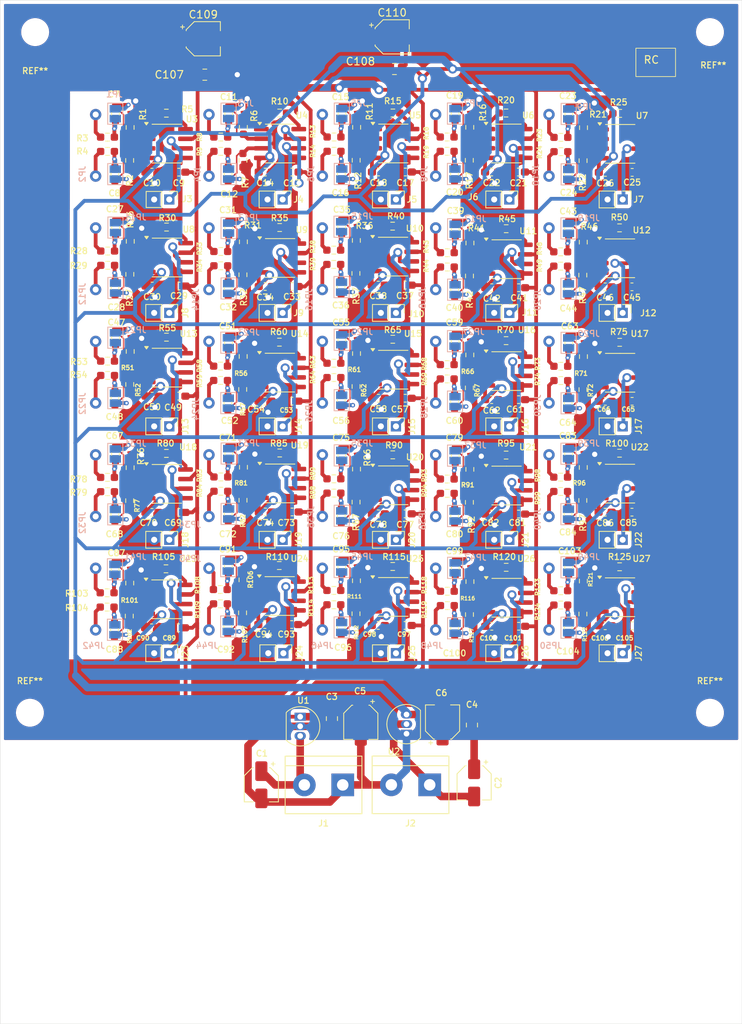
<source format=kicad_pcb>
(kicad_pcb (version 20241229) (generator "pcbnew") (generator_version "9.0")
  (layers (0 "F.Cu" signal) (2 "B.Cu" signal) (13 "F.Paste" user) (15 "B.Paste" user) (5 "F.SilkS" user "F.Silkscreen") (7 "B.SilkS" user "B.Silkscreen") (1 "F.Mask" user) (3 "B.Mask" user) (25 "Edge.Cuts" user))
  (net 0 "")
  (net 1 "GNDA")
  (net 2 "Net-(J1-Pin_2)")
  (net 3 "/vn")
  (net 4 "Net-(J2-Pin_1)")
  (net 5 "/vs1_11")
  (net 6 "/vs2_11")
  (net 7 "/vp")
  (net 8 "Net-(JP2-B)")
  (net 9 "Net-(JP2-A)")
  (net 10 "Net-(JP1-A)")
  (net 11 "Net-(JP1-B)")
  (net 12 "/vo11")
  (net 13 "Net-(JP3-B)")
  (net 14 "Net-(JP3-A)")
  (net 15 "Net-(JP4-A)")
  (net 16 "Net-(JP4-B)")
  (net 17 "Net-(JP5-A)")
  (net 18 "Net-(JP5-B)")
  (net 19 "Net-(JP6-A)")
  (net 20 "Net-(JP6-B)")
  (net 21 "Net-(JP7-A)")
  (net 22 "Net-(JP7-B)")
  (net 23 "Net-(JP8-B)")
  (net 24 "Net-(JP8-A)")
  (net 25 "Net-(JP9-B)")
  (net 26 "Net-(JP9-A)")
  (net 27 "Net-(JP10-B)")
  (net 28 "Net-(JP10-A)")
  (net 29 "Net-(JP11-B)")
  (net 30 "Net-(JP11-A)")
  (net 31 "Net-(JP12-A)")
  (net 32 "Net-(JP12-B)")
  (net 33 "Net-(JP13-B)")
  (net 34 "Net-(JP13-A)")
  (net 35 "Net-(JP14-B)")
  (net 36 "Net-(JP14-A)")
  (net 37 "Net-(JP15-B)")
  (net 38 "Net-(JP15-A)")
  (net 39 "Net-(JP16-A)")
  (net 40 "Net-(JP16-B)")
  (net 41 "Net-(JP17-A)")
  (net 42 "Net-(JP17-B)")
  (net 43 "Net-(JP18-A)")
  (net 44 "Net-(JP18-B)")
  (net 45 "Net-(JP19-B)")
  (net 46 "Net-(JP19-A)")
  (net 47 "Net-(JP20-B)")
  (net 48 "Net-(JP20-A)")
  (net 49 "Net-(JP21-A)")
  (net 50 "Net-(JP21-B)")
  (net 51 "Net-(JP22-B)")
  (net 52 "Net-(JP22-A)")
  (net 53 "Net-(JP23-A)")
  (net 54 "Net-(JP23-B)")
  (net 55 "Net-(JP24-A)")
  (net 56 "Net-(JP24-B)")
  (net 57 "Net-(JP25-B)")
  (net 58 "Net-(JP25-A)")
  (net 59 "Net-(JP26-B)")
  (net 60 "Net-(JP26-A)")
  (net 61 "Net-(JP27-B)")
  (net 62 "Net-(JP27-A)")
  (net 63 "Net-(JP28-A)")
  (net 64 "Net-(JP28-B)")
  (net 65 "Net-(JP29-A)")
  (net 66 "Net-(JP29-B)")
  (net 67 "Net-(JP30-A)")
  (net 68 "Net-(JP30-B)")
  (net 69 "Net-(JP31-A)")
  (net 70 "Net-(JP31-B)")
  (net 71 "Net-(JP32-A)")
  (net 72 "Net-(JP32-B)")
  (net 73 "Net-(JP33-A)")
  (net 74 "Net-(JP33-B)")
  (net 75 "Net-(JP34-A)")
  (net 76 "Net-(JP34-B)")
  (net 77 "Net-(JP35-A)")
  (net 78 "Net-(JP35-B)")
  (net 79 "Net-(JP36-B)")
  (net 80 "Net-(JP36-A)")
  (net 81 "Net-(JP37-A)")
  (net 82 "Net-(JP37-B)")
  (net 83 "Net-(JP38-B)")
  (net 84 "Net-(JP38-A)")
  (net 85 "Net-(JP39-A)")
  (net 86 "Net-(JP39-B)")
  (net 87 "Net-(JP40-B)")
  (net 88 "Net-(JP40-A)")
  (net 89 "Net-(JP41-B)")
  (net 90 "Net-(JP41-A)")
  (net 91 "Net-(JP42-A)")
  (net 92 "Net-(JP42-B)")
  (net 93 "Net-(JP43-A)")
  (net 94 "Net-(JP43-B)")
  (net 95 "Net-(JP44-B)")
  (net 96 "Net-(JP44-A)")
  (net 97 "Net-(JP45-B)")
  (net 98 "Net-(JP45-A)")
  (net 99 "Net-(JP46-A)")
  (net 100 "Net-(JP46-B)")
  (net 101 "Net-(JP47-A)")
  (net 102 "Net-(JP47-B)")
  (net 103 "Net-(JP48-B)")
  (net 104 "Net-(JP48-A)")
  (net 105 "Net-(JP49-B)")
  (net 106 "Net-(JP49-A)")
  (net 107 "Net-(JP50-B)")
  (net 108 "Net-(JP50-A)")
  (net 109 "/vo21")
  (net 110 "/vo31")
  (net 111 "/vo41")
  (net 112 "/vo51")
  (net 113 "/vo12")
  (net 114 "/vo22")
  (net 115 "/vo32")
  (net 116 "/vo42")
  (net 117 "/vo52")
  (net 118 "/vo13")
  (net 119 "/vo23")
  (net 120 "/vo33")
  (net 121 "/vo43")
  (net 122 "/vo53")
  (net 123 "/vo14")
  (net 124 "/vo24")
  (net 125 "/vo34")
  (net 126 "/vo44")
  (net 127 "/vo54")
  (net 128 "/vo15")
  (net 129 "/vo25")
  (net 130 "/vo35")
  (net 131 "/vo45")
  (net 132 "/vo55")
  (net 133 "Net-(R5-Pad2)")
  (net 134 "Net-(R5-Pad1)")
  (net 135 "/vs1_21")
  (net 136 "/vs2_21")
  (net 137 "Net-(R10-Pad1)")
  (net 138 "Net-(R10-Pad2)")
  (net 139 "/vs1_31")
  (net 140 "/vs2_31")
  (net 141 "Net-(R15-Pad1)")
  (net 142 "Net-(R15-Pad2)")
  (net 143 "/vs1_41")
  (net 144 "/vs2_41")
  (net 145 "Net-(R20-Pad1)")
  (net 146 "Net-(R20-Pad2)")
  (net 147 "/vs1_51")
  (net 148 "/vs2_51")
  (net 149 "Net-(R25-Pad2)")
  (net 150 "Net-(R25-Pad1)")
  (net 151 "/vs1_12")
  (net 152 "/vs2_12")
  (net 153 "Net-(R30-Pad1)")
  (net 154 "Net-(R30-Pad2)")
  (net 155 "/vs1_22")
  (net 156 "/vs2_22")
  (net 157 "Net-(R35-Pad1)")
  (net 158 "Net-(R35-Pad2)")
  (net 159 "/vs1_32")
  (net 160 "/vs2_32")
  (net 161 "Net-(R40-Pad1)")
  (net 162 "Net-(R40-Pad2)")
  (net 163 "/vs1_42")
  (net 164 "/vs2_42")
  (net 165 "Net-(R45-Pad2)")
  (net 166 "Net-(R45-Pad1)")
  (net 167 "/vs1_52")
  (net 168 "/vs2_52")
  (net 169 "Net-(R50-Pad1)")
  (net 170 "Net-(R50-Pad2)")
  (net 171 "/vs1_13")
  (net 172 "/vs2_13")
  (net 173 "Net-(R55-Pad1)")
  (net 174 "Net-(R55-Pad2)")
  (net 175 "/vs1_23")
  (net 176 "/vs2_23")
  (net 177 "Net-(R60-Pad2)")
  (net 178 "Net-(R60-Pad1)")
  (net 179 "/vs1_33")
  (net 180 "/vs2_33")
  (net 181 "Net-(R65-Pad2)")
  (net 182 "Net-(R65-Pad1)")
  (net 183 "/vs1_43")
  (net 184 "/vs2_43")
  (net 185 "Net-(R70-Pad1)")
  (net 186 "Net-(R70-Pad2)")
  (net 187 "/vs1_53")
  (net 188 "/vs2_53")
  (net 189 "Net-(R75-Pad1)")
  (net 190 "Net-(R75-Pad2)")
  (net 191 "/vs1_14")
  (net 192 "/vs2_14")
  (net 193 "Net-(R80-Pad1)")
  (net 194 "Net-(R80-Pad2)")
  (net 195 "/vs1_24")
  (net 196 "/vs2_24")
  (net 197 "Net-(R85-Pad2)")
  (net 198 "Net-(R85-Pad1)")
  (net 199 "/vs1_34")
  (net 200 "/vs2_34")
  (net 201 "Net-(R90-Pad1)")
  (net 202 "Net-(R90-Pad2)")
  (net 203 "/vs1_44")
  (net 204 "/vs2_44")
  (net 205 "Net-(R95-Pad2)")
  (net 206 "Net-(R95-Pad1)")
  (net 207 "/vs1_54")
  (net 208 "/vs2_54")
  (net 209 "Net-(R100-Pad1)")
  (net 210 "Net-(R100-Pad2)")
  (net 211 "/vs1_15")
  (net 212 "/vs2_15")
  (net 213 "Net-(R105-Pad1)")
  (net 214 "Net-(R105-Pad2)")
  (net 215 "/vs1_25")
  (net 216 "/vs2_25")
  (net 217 "Net-(R110-Pad2)")
  (net 218 "Net-(R110-Pad1)")
  (net 219 "/vs1_35")
  (net 220 "/vs2_35")
  (net 221 "Net-(R115-Pad1)")
  (net 222 "Net-(R115-Pad2)")
  (net 223 "/vs1_45")
  (net 224 "/vs2_45")
  (net 225 "Net-(R120-Pad2)")
  (net 226 "Net-(R120-Pad1)")
  (net 227 "/vs1_55")
  (net 228 "/vs2_55")
  (net 229 "Net-(R125-Pad2)")
  (net 230 "Net-(R125-Pad1)")
  (footprint "Resistor_SMD:R_0603_1608Metric_Pad0.98x0.95mm_HandSolder" (layer "F.Cu") (at 229.0651 57.5725)
    (property "Reference" "R20")
    (property "Value" "R" (hide yes))
  )
  (footprint "Resistor_SMD:R_0603_1608Metric_Pad0.98x0.95mm_HandSolder" (layer "F.Cu") (at 179.28 78.8975 90)
    (property "Reference" "R27")
    (property "Value" "1M" (hide yes))
  )
  (footprint "Resistor_SMD:R_0603_1608Metric_Pad0.98x0.95mm_HandSolder" (layer "F.Cu") (at 194.2575 108.77 90)
    (property "Reference" "R82")
    (property "Value" "1M" (hide yes))
  )
  (footprint "Capacitor_SMD:C_0603_1608Metric_Pad1.08x0.95mm_HandSolder" (layer "F.Cu") (at 177.2476 125.91 -90)
    (property "Reference" "C88")
    (property "Value" "1u" (hide yes))
  )
  (footprint "Connector_PinHeader_2.00mm:PinHeader_1x02_P2.00mm_Vertical" (layer "F.Cu") (at 184.5 114 -90)
    (property "Reference" "J18")
    (property "Value" "Conn_01x02_Pin" (hide yes))
  )
  (footprint "Connector_PinHeader_2.00mm:PinHeader_1x02_P2.00mm_Vertical" (layer "F.Cu") (at 229.5 69 -90)
    (property "Reference" "J6")
    (property "Value" "Conn_01x02_Pin" (hide yes))
  )
  (footprint "Capacitor_SMD:C_0603_1608Metric_Pad1.08x0.95mm_HandSolder" (layer "F.Cu") (at 237.28 125.64 -90)
    (property "Reference" "C104")
    (property "Value" "1u" (hide yes))
  )
  (footprint "Connector_PinHeader_2.00mm:PinHeader_1x02_P2.00mm_Vertical" (layer "F.Cu") (at 244.5 129 -90)
    (property "Reference" "J27")
    (property "Value" "Conn_01x02_Pin" (hide yes))
  )
  (footprint "Resistor_SMD:R_0603_1608Metric_Pad0.98x0.95mm_HandSolder" (layer "F.Cu") (at 206.2675 75.7)
    (property "Reference" "R38")
    (property "Value" "47" (hide yes))
  )
  (footprint "Resistor_SMD:R_0603_1608Metric_Pad0.98x0.95mm_HandSolder" (layer "F.Cu") (at 194.26 119.2975 -90)
    (property "Reference" "R106")
    (property "Value" "1M" (hide yes))
  )
  (footprint "Capacitor_SMD:C_0603_1608Metric_Pad1.08x0.95mm_HandSolder" (layer "F.Cu") (at 237.29 95.96 -90)
    (property "Reference" "C64")
    (property "Value" "1u" (hide yes))
  )
  (footprint "Capacitor_SMD:C_0603_1608Metric_Pad1.08x0.95mm_HandSolder" (layer "F.Cu") (at 245.74 125.37)
    (property "Reference" "C105")
    (property "Value" "100n" (hide yes))
  )
  (footprint "Capacitor_SMD:CP_Elec_4x4.5" (layer "F.Cu") (at 189 47.75)
    (property "Reference" "C109")
    (property "Value" "10u")
  )
  (footprint "Connector_PinHeader_2.00mm:PinHeader_1x02_P2.00mm_Vertical" (layer "F.Cu") (at 184.5 99 -90)
    (property "Reference" "J13")
    (property "Value" "Conn_01x02_Pin" (hide yes))
  )
  (footprint "Capacitor_SMD:C_0603_1608Metric_Pad1.08x0.95mm_HandSolder" (layer "F.Cu") (at 227.17 110.6 180)
    (property "Reference" "C82")
    (property "Value" "100n" (hide yes))
  )
  (footprint "Capacitor_SMD:C_0603_1608Metric_Pad1.08x0.95mm_HandSolder" (layer "F.Cu") (at 207.2525 125.6 -90)
    (property "Reference" "C96")
    (property "Value" "1u" (hide yes))
  )
  (footprint "Capacitor_SMD:CP_Elec_4x4.5" (layer "F.Cu") (at 224.845 146.145 -90)
    (property "Reference" "C2")
    (property "Value" "10u" (hide yes))
  )
  (footprint "Resistor_SMD:R_0603_1608Metric_Pad0.98x0.95mm_HandSolder" (layer "F.Cu") (at 176.3375 90.38)
    (property "Reference" "R53")
    (property "Value" "47" (hide yes))
  )
  (footprint "Capacitor_SMD:C_0603_1608Metric_Pad1.08x0.95mm_HandSolder" (layer "F.Cu") (at 177.3 110.65 -90)
    (property "Reference" "C68")
    (property "Value" "1u" (hide yes))
  )
  (footprint "Package_SO:SOIC-8_3.9x4.9mm_P1.27mm" (layer "F.Cu") (at 244.145 106.575)
    (property "Reference" "U22")
    (property "Value" "INA823" (hide yes))
  )
  (footprint "Resistor_SMD:R_0603_1608Metric_Pad0.98x0.95mm_HandSolder" (layer "F.Cu") (at 239.25 94.1375 90)
    (property "Reference" "R72")
    (property "Value" "1M" (hide yes))
  )
  (footprint "Resistor_SMD:R_0603_1608Metric_Pad0.98x0.95mm_HandSolder" (layer "F.Cu") (at 179.33 89.0975 -90)
    (property "Reference" "R51")
    (property "Value" "1M" (hide yes))
  )
  (footprint "Capacitor_SMD:C_0603_1608Metric_Pad1.08x0.95mm_HandSolder" (layer "F.Cu") (at 207.34 87.575 -90)
    (property "Reference" "C55")
    (property "Value" "1u" (hide yes))
  )
  (footprint "Capacitor_SMD:C_0603_1608Metric_Pad1.08x0.95mm_HandSolder" (layer "F.Cu") (at 242.18 80.555 180)
    (property "Reference" "C46")
    (property "Value" "100n" (hide yes))
  )
  (footprint "Capacitor_SMD:C_0603_1608Metric_Pad1.08x0.95mm_HandSolder" (layer "F.Cu") (at 245.73 80.555)
    (property "Reference" "C45")
    (property "Value" "100n" (hide yes))
  )
  (footprint "Resistor_SMD:R_0603_1608Metric_Pad0.98x0.95mm_HandSolder" (layer "F.Cu") (at 224.22 109.0475 90)
    (property "Reference" "R92")
    (property "Value" "1M" (hide yes))
  )
  (footprint "Capacitor_SMD:C_0603_1608Metric_Pad1.08x0.95mm_HandSolder" (layer "F.Cu") (at 197.2 80.51 180)
    (property "Reference" "C34")
    (property "Value" "100n" (hide yes))
  )
  (footprint "Resistor_SMD:R_0603_1608Metric_Pad0.98x0.95mm_HandSolder" (layer "F.Cu") (at 206.28 120.7)
    (property "Reference" "R113")
    (property "Value" "47" (hide yes))
  )
  (footprint "Capacitor_SMD:C_0603_1608Metric_Pad1.08x0.95mm_HandSolder" (layer "F.Cu") (at 222.34 102.89 -90)
    (property "Reference" "C79")
    (property "Value" "1u" (hide yes))
  )
  (footprint "Resistor_SMD:R_0603_1608Metric_Pad0.98x0.95mm_HandSolder" (layer "F.Cu") (at 221.29 107.86)
    (property "Reference" "R94")
    (property "Value" "47" (hide yes))
  )
  (footprint "Capacitor_SMD:C_0603_1608Metric_Pad1.08x0.95mm_HandSolder" (layer "F.Cu") (at 227.18 80.67 180)
    (property "Reference" "C42")
    (property "Value" "100n" (hide yes))
  )
  (footprint "Resistor_SMD:R_0603_1608Metric_Pad0.98x0.95mm_HandSolder" (layer "F.Cu") (at 176.33 107.64)
    (property "Reference" "R79")
    (property "Value" "47" (hide yes))
  )
  (footprint "Capacitor_SMD:C_0603_1608Metric_Pad1.08x0.95mm_HandSolder" (layer "F.Cu") (at 177.3776 57.68 -90)
    (property "Reference" "C7")
    (property "Value" "1u" (hide yes))
  )
  (footprint "Resistor_SMD:R_0603_1608Metric_Pad0.98x0.95mm_HandSolder" (layer "F.Cu") (at 244.1175 57.62)
    (property "Reference" "R25")
    (property "Value" "R" (hide yes))
  )
  (footprint "Capacitor_SMD:C_0603_1608Metric_Pad1.08x0.95mm_HandSolder" (layer "F.Cu") (at 245.73 110.35)
    (property "Reference" "C85")
    (property "Value" "100n" (hide yes))
  )
  (footprint "Package_TO_SOT_THT:TO-92_Inline" (layer "F.Cu") (at 201.825 137.395 -90)
    (property "Reference" "U1")
    (property "Value" "L78L05_TO92" (hide yes))
  )
  (footprint "Resistor_SMD:R_0603_1608Metric_Pad0.98x0.95mm_HandSolder" (layer "F.Cu") (at 194.22 94.1175 90)
    (property "Reference" "R57")
    (property "Value" "1M" (hide yes))
  )
  (footprint "Resistor_SMD:R_0603_1608Metric_Pad0.98x0.95mm_HandSolder" (layer "F.Cu") (at 206.2875 105.94)
    (property "Reference" "R88")
    (property "Value" "47" (hide yes))
  )
  (footprint "Resistor_SMD:R_0603_1608Metric_Pad0.98x0.95mm_HandSolder" (layer "F.Cu") (at 176.3475 75.82)
    (property "Reference" "R28")
    (property "Value" "47" (hide yes))
  )
  (footprint "Resistor_SMD:R_0603_1608Metric_Pad0.98x0.95mm_HandSolder" (layer "F.Cu") (at 221.2975 76.04)
    (property "Reference" "R43")
    (property "Value" "47" (hide yes))
  )
  (footprint "Capacitor_SMD:C_0603_1608Metric_Pad1.08x0.95mm_HandSolder" (layer "F.Cu") (at 237.35 102.64 -90)
    (property "Reference" "C83")
    (property "Value" "1u" (hide yes))
  )
  (footprint "Capacitor_SMD:C_0603_1608Metric_Pad1.08x0.95mm_HandSolder" (layer "F.Cu") (at 197.17 95.67 180)
    (property "Reference" "C54")
    (property "Value" "100n" (hide yes))
  )
  (footprint "Resistor_SMD:R_0603_1608Metric_Pad0.98x0.95mm_HandSolder" (layer "F.Cu") (at 179.32 104.4675 -90)
    (property "Reference" "R76")
    (property "Value" "1M" (hide yes))
  )
  (footprint "Resistor_SMD:R_0603_1608Metric_Pad0.98x0.95mm_HandSolder" (layer "F.Cu") (at 199.1051 57.5775)
    (property "Reference" "R10")
    (property "Value" "R" (hide yes))
  )
  (footprint "Resistor_SMD:R_0603_1608Metric_Pad0.98x0.95mm_HandSolder" (layer "F.Cu") (at 224.29 74.7575 -90)
    (property "Reference" "R41")
    (property "Value" "1M" (hide yes))
  )
  (footprint "Capacitor_SMD:C_0603_1608Metric_Pad1.08x0.95mm_HandSolder" (layer "F.Cu") (at 215.735 65.37)
    (property "Reference" "C17")
    (property "Value" "100n" (hide yes))
  )
  (footprint "Package_SO:SOIC-8_3.9x4.9mm_P1.27mm" (layer "F.Cu") (at 229.135 106.825)
    (property "Reference" "U21")
    (property "Value" "INA823" (hide yes))
  )
  (footprint "MountingHole:MountingHole_3.2mm_M3" (layer "F.Cu") (at 166.05796 136.869986)
    (property "Reference" "REF**")
    (property "Value" "MountingHole_3.2mm_M3" (hide yes))
  )
  (footprint "Capacitor_SMD:C_0603_1608Metric_Pad1.08x0.95mm_HandSolder" (layer "F.Cu") (at 215.7 80.33)
    (property "Reference" "C37")
    (property "Value" "100n" (hide yes))
  )
  (footprint "Resistor_SMD:R_0603_1608Metric_Pad0.98x0.95mm_HandSolder" (layer "F.Cu") (at 194.31 74.5975 -90)
    (property "Reference" "R31")
    (property "Value" "1M" (hide yes))
  )
  (footprint "Resistor_SMD:R_0603_1608Metric_Pad0.98x0.95mm_HandSolder" (layer "F.Cu") (at 236.3175 91.06)
    (property "Reference" "R73")
    (property "Value" "47" (hide yes))
  )
  (footprint "Resistor_SMD:R_0603_1608Metric_Pad0.98x0.95mm_HandSolder" (layer "F.Cu") (at 191.3275 107.5825)
    (property "Reference" "R84")
    (property "Value" "47" (hide yes))
  )
  (footprint "Resistor_SMD:R_0603_1608Metric_Pad0.98x0.95mm_HandSolder" (layer "F.Cu") (at 236.3 107.61)
    (property "Reference" "R99")
    (property "Value" "47" (hide yes))
  )
  (footprint "Capacitor_SMD:C_0603_1608Metric_Pad1.08x0.95mm_HandSolder" (layer "F.Cu") (at 177.2976 65.66 -90)
    (property "Reference" "C8")
    (property "Value" "1u" (hide yes))
  )
  (footprint "Resistor_SMD:R_0603_1608Metric_Pad0.98x0.95mm_HandSolder" (layer "F.Cu") (at 214.0575 72.53)
    (property "Reference" "R40")
    (property "Value" "R" (hide yes))
  )
  (footprint "Capacitor_SMD:C_0603_1608Metric_Pad1.08x0.95mm_HandSolder" (layer "F.Cu") (at 230.73 80.67)
    (property "Reference" "C41")
    (property "Value" "100n" (hide yes))
  )
  (footprint "Capacitor_SMD:C_0603_1608Metric_Pad1.08x0.95mm_HandSolder" (layer "F.Cu") (at 192.24 125.48 -90)
    (property "Reference" "C92")
    (property "Value" "1u" (hide yes))
  )
  (footprint "Capacitor_SMD:C_0603_1608Metric_Pad1.08x0.95mm_HandSolder" (layer "F.Cu") (at 197.2075 110.3225 180)
    (property "Reference" "C74")
    (property "Value" "100n" (hide yes))
  )
  (footprint "Resistor_SMD:R_0603_1608Metric_Pad0.98x0.95mm_HandSolder" (layer "F.Cu") (at 224.275 89.5575 -90)
    (property "Reference" "R66")
    (property "Value" "1M" (hide yes))
  )
  (footprint "Connector_PinHeader_2.00mm:PinHeader_1x02_P2.00mm_Vertical" (layer "F.Cu") (at 214.5 129 -90)
    (property "Reference" "J25")
    (property "Value" "Conn_01x02_Pin" (hide yes))
  )
  (footprint "Capacitor_SMD:C_0603_1608Metric_Pad1.08x0.95mm_HandSolder" (layer "F.Cu") (at 242.19 125.37 180)
    (property "Reference" "C106")
    (property "Value" "100n" (hide yes))
  )
  (footprint "Connector_PinHeader_2.00mm:PinHeader_1x02_P2.00mm_Vertical" (layer "F.Cu") (at 199.5 114 -90)
    (property "Reference" "J19")
    (property "Value" "Conn_01x02_Pin" (hide yes))
  )
  (footprint "Capacitor_SMD:C_0603_1608Metric_Pad1.08x0.95mm_HandSolder" (layer "F.Cu") (at 177.4 72.74 -90)
    (property "Reference" "C27")
    (property "Value" "1u" (hide yes))
  )
  (footprint "Resistor_SMD:R_0603_1608Metric_Pad0.98x0.95mm_HandSolder" (layer "F.Cu") (at 191.3175 75.88)
    (property "Reference" "R33")
    (property "Value" "47" (hide yes))
  )
  (footprint "Capacitor_SMD:C_0603_1608Metric_Pad1.08x0.95mm_HandSolder" (layer "F.Cu") (at 237.3 65.69 -90)
    (property "Reference" "C24")
    (property "Value" "1u" (hide yes))
  )
  (footprint "Resistor_SMD:R_0603_1608Metric_Pad0.98x0.95mm_HandSolder" (layer "F.Cu") (at 179.2676 119.7275 -90)
    (property "Reference" "R101")
    (property "Value" "1M" (hide yes))
  )
  (footprint "Resistor_SMD:R_0603_1608Metric_Pad0.98x0.95mm_HandSolder" (layer "F.Cu") (at 206.2825 122.59)
    (property "Reference" "R114")
    (property "Value" "47" (hide yes))
  )
  (footprint "Capacitor_SMD:C_0603_1608Metric_Pad1.08x0.95mm_HandSolder" (layer "F.Cu") (at 192.32 117.5 -90)
    (property "Reference" "C91")
    (property "Value" "1u" (hide yes))
  )
  (footprint "Capacitor_SMD:C_0805_2012Metric" (layer "F.Cu") (at 214.3 51.75)
    (property "Reference" "C108")
    (property "Value" "100n")
  )
  (footprint "Package_SO:SOIC-8_3.9x4.9mm_P1.27mm" (layer "F.Cu") (at 214.115 76.555)
    (property "Reference" "U10")
    (property "Value" "INA823" (hide yes))
  )
  (footprint "Package_SO:SOIC-8_3.9x4.9mm_P1.27mm" (layer "F.Cu") (at 199.1725 106.5475)
    (property "Reference" "U19")
    (property "Value" "INA823" (hide yes))
  )
  (footprint "Package_SO:SOIC-8_3.9x4.9mm_P1.27mm" (layer "F.Cu") (at 214.135 91.51)
    (property "Reference" "U15")
    (property "Value" "INA823" (hide yes))
  )
  (footprint "Resistor_SMD:R_0603_1608Metric_Pad0.98x0.95mm_HandSolder" (layer "F.Cu") (at 209.28 89.3725 -90)
    (property "Reference" "R61")
    (property "Value" "1M" (hide yes))
  )
  (footprint "Resistor_SMD:R_0603_1608Metric_Pad0.98x0.95mm_HandSolder" (layer "F.Cu") (at 176.2776 122.9)
    (property "Reference" "R104")
    (property "Value" "47" (hide yes))
  )
  (footprint "Package_SO:SOIC-8_3.9x4.9mm_P1.27mm" (layer "F.Cu") (at 184.1226 121.865)
    (property "Reference" "U23")
    (property "Value" "INA823" (hide yes))
  )
  (footprint "Capacitor_SMD:C_0603_1608Metric_Pad1.08x0.95mm_HandSolder" (layer "F.Cu") (at 227.1576 65.3725 180)
    (property "Reference" "C22")
    (property "Value" "100n" (hide yes))
  )
  (footprint "Resistor_SMD:R_0603_1608Metric_Pad0.98x0.95mm_HandSolder" (layer "F.Cu") (at 194.28 89.7575 -90)
    (property "Reference" "R56")
    (property "Value" "1M" (hide yes))
  )
  (footprint "Resistor_SMD:R_0603_1608Metric_Pad0.98x0.95mm_HandSolder" (layer "F.Cu") (at 214.0925 57.57)
    (property "Reference" "R15")
    (property "Value" "R" (hide yes))
  )
  (footprint "Connector_PinHeader_2.00mm:PinHeader_1x02_P2.00mm_Vertical" (layer "F.Cu") (at 229.5 99 -90)
    (property "Reference" "J16")
    (property "Value" "Conn_01x02_Pin" (hide yes))
  )
  (footprint "Capacitor_SMD:C_0603_1608Metric_Pad1.08x0.95mm_HandSolder" (layer "F.Cu") (at 207.34 102.86 -90)
    (property "Reference" "C75")
    (property "Value" "1u" (hide yes))
  )
  (footprint "Resistor_SMD:R_0603_1608Metric_Pad0.98x0.95mm_HandSolder" (layer "F.Cu") (at 194.3076 59.465 -90)
    (property "Reference" "R6")
    (property "Value" "1M" (hide yes))
  )
  (footprint "Capacitor_SMD:C_0603_1608Metric_Pad1.08x0.95mm_HandSolder" (layer "F.Cu") (at 185.7076 125.64)
    (property "Reference" "C89")
    (property "Value" "100n" (hide yes))
  )
  (footprint "Connector_PinHeader_2.00mm:PinHeader_1x02_P2.00mm_Vertical" (layer "F.Cu") (at 184.5 84 -90)
    (property "Reference" "J8")
    (property "Value" "Conn_01x02_Pin" (hide yes))
  )
  (footprint "Capacitor_SMD:C_0603_1608Metric_Pad1.08x0.95mm_HandSolder" (layer "F.Cu") (at 182.22 95.01 180)
    (property "Reference" "C50")
    (property "Value" "100n" (hide yes))
  )
  (footprint "Capacitor_SMD:C_0805_2012Metric" (layer "F.Cu") (at 224.555 138.495 90)
    (property "Reference" "C4")
    (property "Value" "100n" (hide yes))
  )
  (footprint "Resistor_SMD:R_0603_1608Metric_Pad0.98x0.95mm_HandSolder" (layer "F.Cu") (at 179.27 93.4575 90)
    (property "Reference" "R52")
    (property "Value" "1M" (hide yes))
  )
  (footprint "Capacitor_SMD:C_0603_1608Metric_Pad1.08x0.95mm_HandSolder" (layer "F.Cu") (at 197.1976 65.3775 180)
    (property "Reference" "C14")
    (property "Value" "100n" (hide yes))
  )
  (footprint "Resistor_SMD:R_0603_1608Metric_Pad0.98x0.95mm_HandSolder" (layer "F.Cu") (at 239.24 123.8175 90)
    (property "Reference" "R122")
    (property "Value" "1M" (hide yes))
  )
  (footprint "Resistor_SMD:R_0603_1608Metric_Pad0.98x0.95mm_HandSolder" (layer "F.Cu") (at 229.0875 72.87)
    (property "Reference" "R45")
    (property "Value" "R" (hide yes))
  )
  (footprint "TerminalBlock:TerminalBlock_bornier-2_P5.08mm" (layer "F.Cu") (at 218.965 146.405 180)
    (property "Reference" "J2")
    (property "Value" "VRAW LVNeg" (hide yes))
  )
  (footprint "Resistor_SMD:R_0603_1608Metric_Pad0.98x0.95mm_HandSolder" (layer "F.Cu") (at 239.23 79.0025 90)
    (property "Reference" "R47")
    (property "Value" "1M" (hide yes))
  )
  (footprint "Resistor_SMD:R_0603_1608Metric_Pad0.98x0.95mm_HandSolder" (layer "F.Cu") (at 221.2751 60.7425)
    (property "Reference" "R18")
    (property "Value" "47" (hide yes))
  )
  (footprint "Capacitor_SMD:C_0603_1608Metric_Pad1.08x0.95mm_HandSolder" (layer "F.Cu") (at 192.29 80.78 -90)
    (property "Reference" "C32")
    (property "Value" "1u" (hide yes))
  )
  (footprint "Capacitor_SMD:C_0603_1608Metric_Pad1.08x0.95mm_HandSolder" (layer "F.Cu") (at 207.355 57.66 -90)
    (property "Reference" "C15")
    (property "Value" "1u" (hide yes))
  )
  (footprint "Resistor_SMD:R_0603_1608Metric_Pad0.98x0.95mm_HandSolder" (layer "F.Cu") (at 239.31 89.7775 -90)
    (property "Reference" "R71")
    (property "Value" "1M" (hide yes))
  )
  (footprint "Package_SO:SOIC-8_3.9x4.9mm_P1.27mm" (layer "F.Cu") (at 199.165 76.735)
    (property "Reference" "U9")
    (property "Value" "INA823" (hide yes))
  )
  (footprint "Resistor_SMD:R_0603_1608Metric_Pad0.98x0.95mm_HandSolder" (layer "F.Cu") (at 206.305 62.63)
    (property "Reference" "R14")
    (property "Value" "47" (hide yes))
  )
  (footprint "Capacitor_SMD:C_0603_1608Metric_Pad1.08x0.95mm_HandSolder" (layer "F.Cu") (at 222.2476 65.6425 -90)
    (property "Reference" "C20")
    (property "Value" "1u" (hide yes))
  )
  (footprint "Resistor_SMD:R_0603_1608Metric_Pad0.98x0.95mm_HandSolder" (layer "F.Cu") (at 206.27 77.59)
    (property "Reference" "R39")
    (property "Value" "47" (hide yes))
  )
  (footprint "Capacitor_SMD:C_0603_1608Metric_Pad1.08x0.95mm_HandSolder" (layer "F.Cu") (at 177.3276 117.93 -90)
    (property "Reference" "C87")
    (property "Value" "1u" (hide yes))
  )
  (footprint "Resistor_SMD:R_0603_1608Metric_Pad0.98x0.95mm_HandSolder" (layer "F.Cu") (at 221.2776 62.6325)
    (property "Reference" "R19")
    (property "Value" "47" (hide yes))
  )
  (footprint "Capacitor_SMD:C_0603_1608Metric_Pad1.08x0.95mm_HandSolder" (layer "F.Cu") (at 212.17 110.57 180)
    (property "Reference" "C78")
    (property "Value" "100n" (hide yes))
  )
  (footprint "Capacitor_SMD:C_0805_2012Metric" (layer "F.Cu") (at 206.025 137.645 90)
    (property "Reference" "C3")
    (property "Value" "100n" (hide yes))
  )
  (footprint "Resistor_SMD:R_0603_1608Metric_Pad0.98x0.95mm_HandSolder" (layer "F.Cu") (at 209.28 104.6575 -90)
    (property "Reference" "R86")
    (property "Value" "1M" (hide yes))
  )
  (footprint "Capacitor_SMD:C_0603_1608Metric_Pad1.08x0.95mm_HandSolder" (layer "F.Cu") (at 177.31 95.28 -90)
    (property "Reference" "C48")
    (property "Value" "1u" (hide yes))
  )
  (footprint "Capacitor_SMD:C_0603_1608Metric_Pad1.08x0.95mm_HandSolder" (layer "F.Cu") (at 230.7076 65.3725)
    (property "Reference" "C21")
    (property "Value" "100n" (hide yes))
  )
  (footprint "Capacitor_SMD:C_0603_1608Metric_Pad1.08x0.95mm_HandSolder" (layer "F.Cu") (at 192.26 95.94 -90)
    (property "Reference" "C52")
    (property "Value" "1u" (hide yes))
  )
  (footprint "Resistor_SMD:R_0603_1608Metric_Pad0.98x0.95mm_HandSolder" (layer "F.Cu") (at 236.3 77.815)
    (property "Reference" "R49")
    (property "Value" "47" (hide yes))
  )
  (footprint "Capacitor_SMD:CP_Elec_4x4.5" (layer "F.Cu") (at 196.685 146.395 -90)
    (property "Reference" "C1")
    (property "Value" "10u" (hide yes))
  )
  (footprint "Resistor_SMD:R_0603_1608Metric_Pad0.98x0.95mm_HandSolder" (layer "F.Cu") (at 179.26 108.8275 90)
    (property "Reference" "R77")
    (property "Value" "1M" (hide yes))
  )
  (footprint "Resistor_SMD:R_0603_1608Metric_Pad0.98x0.95mm_HandSolder" (layer "F.Cu") (at 221.2975 120.81)
    (property "Reference" "R118")
    (property "Value" "47" (hide yes))
  )
  (footprint "Resistor_SMD:R_0603_1608Metric_Pad0.98x0.95mm_HandSolder" (layer "F.Cu") (at 176.2751 121.01)
    (property "Reference" "R103")
    (property "Value" "47" (hide yes))
  )
  (footprint "Connector_PinHeader_2.00mm:PinHeader_1x02_P2.00mm_Vertical" (layer "F.Cu") (at 199.5 99 -90)
    (property "Reference" "J14")
    (property "Value" "Conn_01x02_Pin" (hide yes))
  )
  (footprint "Resistor_SMD:R_0603_1608Metric_Pad0.98x0.95mm_HandSolder" (layer "F.Cu") (at 239.23 108.7975 90)
    (property "Reference" "R97")
    (property "Value" "1M" (hide yes))
  )
  (footprint "Resistor_SMD:R_0603_1608Metric_Pad0.98x0.95mm_HandSolder" (layer "F.Cu") (at 199.1075 72.71)
    (property "Reference" "R35")
    (property "Value" "R" (hide yes))
  )
  (footprint "Connector_PinHeader_2.00mm:PinHeader_1x02_P2.00mm_Vertical" (layer "F.Cu") (at 244.5 99 -90)
    (property "Reference" "J17")
    (property "Value" "Conn_01x02_Pin" (hide yes))
  )
  (footprint "Capacitor_SMD:C_0603_1608Metric_Pad1.08x0.95mm_HandSolder" (layer "F.Cu") (at 212.15 80.33 180)
    (property "Reference" "C38")
    (property "Value" "100n" (hide yes))
  )
  (footprint "Resistor_SMD:R_0603_1608Metric_Pad0.98x0.95mm_HandSolder" (layer "F.Cu") (at 194.25 78.9575 90)
    (property "Reference" "R32")
    (property "Value" "1M" (hide yes))
  )
  (footprint "Capacitor_SMD:C_0603_1608Metric_Pad1.08x0.95mm_HandSolder" (layer "F.Cu") (at 177.38 102.67 -90)
    (property "Reference" "C67")
    (property "Value" "1u" (hide yes))
  )
  (footprint "Capacitor_SMD:C_0603_1608Metric_Pad1.08x0.95mm_HandSolder" (layer "F.Cu") (at 237.35 72.845 -90)
    (property "Reference" "C43")
    (property "Value" "1u" (hide yes))
  )
  (footprint "Resistor_SMD:R_0603_1608Metric_Pad0.98x0.95mm_HandSolder" (layer "F.Cu") (at 209.295 59.4575 -90)
    (property "Reference" "R11")
    (property "Value" "1M" (hide yes))
  )
  (footprint "Capacitor_SMD:C_0603_1608Metric_Pad1.08x0.95mm_HandSolder" (layer "F.Cu") (at 182.23 80.45 180)
    (property "Reference" "C30")
    (property "Value" "100n" (hide yes))
  )
  (footprint "Capacitor_SMD:C_0603_1608Metric_Pad1.08x0.95mm_HandSolder" (layer "F.Cu") (at 185.77 95.01)
    (property "Reference" "C49")
    (property "Value" "100n" (hide yes))
  )
  (footprint "Connector_PinHeader_2.00mm:PinHeader_1x02_P2.00mm_Vertical" (layer "F.Cu") (at 214.5 114 -90)
    (property "Reference" "J20")
    (property "Value" "Conn_01x02_Pin" (hide yes))
  )
  (footprint "Package_SO:SOIC-8_3.9x4.9mm_P1.27mm" (layer "F.Cu") (at 229.145 121.665)
    (property "Reference" "U26")
    (property "Value" "INA823" (hide yes))
  )
  (footprint "Package_TO_SOT_THT:TO-92_Inline" (layer "F.Cu") (at 215.895 139.645 90)
    (property "Reference" "U2")
    (property "Value" "L79L05_TO92" (hide yes))
  )
  (footprint "Resistor_SMD:R_0603_1608Metric_Pad0.98x0.95mm_HandSolder" (layer "F.Cu") (at 244.0875 102.55)
    (property "Reference" "R100")
    (property "Value" "R" (hide yes))
  )
  (footprint "Capacitor_SMD:C_0603_1608Metric_Pad1.08x0.95mm_HandSolder" (layer "F.Cu") (at 192.37 72.8 -90)
    (property "Reference" "C31")
    (property "Value" "1u" (hide yes))
  )
  (footprint "Package_SO:SOIC-8_3.9x4.9mm_P1.27mm" (layer "F.Cu") (at 244.155 121.595)
    (property "Reference" "U27")
    (property "Value" "INA823" (hide yes))
  )
  (footprint "Package_SO:SOIC-8_3.9x4.9mm_P1.27mm" (layer "F.Cu") (at 184.195 76.675)
    (property "Reference" "U8")
    (property "Value" "INA823" (hide yes))
  )
  (footprint "Resistor_SMD:R_0603_1608Metric_Pad0.98x0.95mm_HandSolder" (layer "F.Cu") (at 229.0775 102.8)
    (property "Reference" "R95")
    (property "Value" "R" (hide yes))
  )
  (footprint "TerminalBlock:TerminalBlock_bornier-2_P5.08mm" (layer "F.Cu") (at 207.455 146.415 180)
    (property "Reference" "J1")
    (property "Value" "VRAW LVPos" (hide yes))
  )
  (footprint "Resistor_SMD:R_0603_1608Metric_Pad0.98x0.95mm_HandSolder" (layer "F.Cu") (at 239.29 104.4375 -90)
    (property "Reference" "R96")
    (property "Value" "1M" (hide yes))
  )
  (footprint "Connector_PinHeader_2.00mm:PinHeader_1x02_P2.00mm_Vertical" (layer "F.Cu") (at 229.5 84 -90)
    (property "Reference" "J11")
    (property "Value" "Conn_01x02_Pin" (hide yes))
  )
  (footprint "Package_SO:SOIC-8_3.9x4.9mm_P1.27mm" (layer "F.Cu") (at 229.13 91.695)
    (property "Reference" "U16")
    (property "Value" "INA823" (hide yes))
  )
  (footprint "Package_SO:SOIC-8_3.9x4.9mm_P1.27mm" (layer "F.Cu") (at 199.135 91.895)
    (property "Reference" "U14")
    (property "Value" "INA823" (hide yes))
  )
  (footprint "Capacitor_SMD:C_0603_1608Metric_Pad1.08x0.95mm_HandSolder" (layer "F.Cu") (at 245.75 95.69)
    (property "Reference" "C65")
    (property "Value" "100n" (hide yes))
  )
  (footprint "Capacitor_SMD:C_0603_1608Metric_Pad1.08x0.95mm_HandSolder" (layer "F.Cu") (at 192.2975 110.5925 -90)
    (property "Reference" "C72")
    (property "Value" "1u" (hide yes))
  )
  (footprint "Capacitor_SMD:C_0603_1608Metric_Pad1.08x0.95mm_HandSolder" (layer "F.Cu") (at 222.3276 57.6625 -90)
    (property "Reference" "C19")
    (property "Value" "1u" (hide yes))
  )
  (footprint "Resistor_SMD:R_0603_1608Metric_Pad0.98x0.95mm_HandSolder" (layer "F.Cu") (at 194.2 123.6575 90)
    (property "Reference" "R107")
    (property "Value" "1M" (hide yes))
  )
  (footprint "Resistor_SMD:R_0603_1608Metric_Pad0.98x0.95mm_HandSolder" (layer "F.Cu") (at 221.3 122.7)
    (property "Reference" "R119")
    (property "Value" "47" (hide yes))
  )
  (footprint "Capacitor_SMD:C_0603_1608Metric_Pad1.08x0.95mm_HandSolder" (layer "F.Cu") (at 207.275 65.64 -90)
    (property "Reference" "C16")
    (property "Value" "1u" (hide yes))
  )
  (footprint "Capacitor_SMD:C_0603_1608Metric_Pad1.08x0.95mm_HandSolder" (layer "F.Cu") (at 192.3775 102.6125 -90)
    (property "Reference" "C71")
    (property "Value" "1u" (hide yes))
  )
  (footprint "Resistor_SMD:R_0603_1608Metric_Pad0.98x0.95mm_HandSolder" (layer "F.Cu") (at 236.3075 120.74)
    (property "Reference" "R123")
    (property "Value" "47" (hide yes))
  )
  (footprint "Capacitor_SMD:C_0603_1608Metric_Pad1.08x0.95mm_HandSolder" (layer "F.Cu") (at 185.7576 65.39)
    (property "Reference" "C9")
    (property "Value" "100n" (hide yes))
  )
  (footprint "Resistor_SMD:R_0603_1608Metric_Pad0.98x0.95mm_HandSolder" (layer "F.Cu") (at 179.34 74.5375 -90)
    (property "Reference" "R26")
    (property "Value" "1M" (hide yes))
  )
  (footprint "Connector_PinHeader_2.00mm:PinHeader_1x02_P2.00mm_Vertical" (layer "F.Cu") (at 199.5 69 -90)
    (property "Reference" "J4")
    (property "Value" "Conn_01x02_Pin" (hide yes))
  )
  (footprint "Resistor_SMD:R_0603_1608Metric_Pad0.98x0.95mm_HandSolder" (layer "F.Cu") (at 191.32 77.77)
    (property "Reference" "R34")
    (property "Value" "47" (hide yes))
  )
  (footprint "Resistor_SMD:R_0603_1608Metric_Pad0.98x0.95mm_HandSolder" (layer "F.Cu") (at 191.25 120.58)
    (property "Reference" "R108")
    (property "Value" "47" (hide yes))
  )
  (footprint "Resistor_SMD:R_0603_1608Metric_Pad0.98x0.95mm_HandSolder" (layer "F.Cu") (at 236.31 122.63)
    (property "Reference" "R124")
    (property "Value" "47" (hide yes))
  )
  (footprint "Capacitor_SMD:C_0805_2012Metric" (layer "F.Cu") (at 189.2 52.5 180)
    (property "Reference" "C107")
    (property "Value" "100n")
  )
  (footprint "Capacitor_SMD:C_0603_1608Metric_Pad1.08x0.95mm_HandSolder" (layer "F.Cu") (at 200.75 80.51)
    (property "Reference" "C33")
    (property "Value" "100n" (hide yes))
  )
  (footprint "Capacitor_SMD:C_0603_1608Metric_Pad1.08x0.95mm_HandSolder" (layer "F.Cu") (at 177.39 87.3 -90)
    (property "Reference" "C47")
    (property "Value" "1u" (hide yes))
  )
  (footprint "Capacitor_SMD:C_0603_1608Metric_Pad1.08x0.95mm_HandSolder" (layer "F.Cu") (at 207.26 95.555 -90)
    (property "Reference" "C56")
    (property "Value" "1u" (hide yes))
  )
  (footprint "Resistor_SMD:R_0603_1608Metric_Pad0.98x0.95mm_HandSolder" (layer "F.Cu") (at 224.28 104.6875 -90)
    (property "Reference" "R91")
    (property "Value" "1M" (hide yes))
  )
  (footprint "Capacitor_SMD:C_0603_1608Metric_Pad1.08x0.95mm_HandSolder" (layer "F.Cu") (at 177.32 80.72 -90)
    (property "Reference" "C28")
    (property "Value" "1u" (hide yes))
  )
  (footprint "Resistor_SMD:R_0603_1608Metric_Pad0.98x0.95mm_HandSolder" (layer "F.Cu") (at 221.2875 105.97)
    (property "Reference" "R93")
    (property "Value" "47" (hide yes))
  )
  (footprint "Capacitor_SMD:C_0603_1608Metric_Pad1.08x0.95mm_HandSolder" (layer "F.Cu") (at 215.7125 125.33)
    (property "Reference" "C97")
    (property "Value" "100n" (hide yes))
  )
  (footprint "Package_SO:SOIC-8_3.9x4.9mm_P1.27mm" (layer "F.Cu") (at 214.1275 121.555)
    (property "Reference" "U25")
    (property "Value" "INA823" (hide yes))
  )
  (footprint "Resistor_SMD:R_0603_1608Metric_Pad0.98x0.95mm_HandSolder" (layer "F.Cu") (at 184.1375 72.65)
    (property "Reference" "R30")
    (property "Value" "R" (hide yes))
  )
  (footprint "Resistor_SMD:R_0603_1608Metric_Pad0.98x0.95mm_HandSolder" (layer "F.Cu") (at 239.26 63.8675 90)
    (property "Reference" "R22")
    (property "Value" "1M" (hide yes))
  )
  (footprint "Package_SO:SOIC-8_3.9x4.9mm_P1.27mm" (layer "F.Cu") (at 199.115 121.435)
    (property "Reference" "U24")
    (property "Value" "INA823" (hide yes))
  )
  (footprint "Capacitor_SMD:C_0603_1608Metric_Pad1.08x0.95mm_HandSolder" (layer "F.Cu") (at 245.76 65.42)
    (property "Reference" "C25")
    (property "Value" "100n" (hide yes))
  )
  (footprint "Capacitor_SMD:C_0603_1608Metric_Pad1.08x0.95mm_HandSolder" (layer "F.Cu") (at 200.7575 110.3225)
    (property "Reference" "C73")
    (property "Value" "100n" (hide yes))
  )
  (footprint "Capacitor_SMD:C_0603_1608Metric_Pad1.08x0.95mm_HandSolder" (layer "F.Cu") (at 230.715 95.47)
    (property "Reference" "C61")
    (property "Value" "100n" (hide yes))
  )
  (footprint "Resistor_SMD:R_0603_1608Metric_Pad0.98x0.95mm_HandSolder" (layer "F.Cu") (at 236.32 92.95)
    (property "Reference" "R74")
    (property "Value" "47" (hide yes))
  )
  (footprint "Capacitor_SMD:C_0603_1608Metric_Pad1.08x0.95mm_HandSolder" (layer "F.Cu") (at 207.24 80.6 -90)
    (property "Reference" "C36")
    (property "Value" "1u" (hide yes))
  )
  (footprint "Resistor_SMD:R_0603_1608Metric_Pad0.98x0.95mm_HandSolder" (layer "F.Cu") (at 236.3275 60.79)
    (property "Reference" "R23")
    (property "Value" "47" (hide yes))
  )
  (footprint "Resistor_SMD:R_0603_1608Metric_Pad0.98x0.95mm_HandSolder" (layer "F.Cu") (at 191.2875 91.04)
    (property "Reference" "R58")
    (property "Value" "47" (hide yes))
  )
  (footprint "Resistor_SMD:R_0603_1608Metric_Pad0.98x0.95mm_HandSolder" (layer "F.Cu") (at 199.115 102.5225)
    (property "Reference" "R85")
    (property "Value" "R" (hide yes))
  )
  (footprint "Capacitor_SMD:C_0603_1608Metric_Pad1.08x0.95mm_HandSolder" (layer "F.Cu") (at 222.27 80.94 -90)
    (property "Reference" "C40")
    (property "Value" "1u" (hide yes))
  )
  (footprint "Package_SO:SOIC-8_3.9x4.9mm_P1.27mm" (layer "F.Cu") (at 244.175 61.645)
    (property "Reference" "U7")
    (property "Value" "INA823" (hide yes))
  )
  (footprint "Capacitor_SMD:C_0603_1608Metric_Pad1.08x0.95mm_HandSolder" (layer "F.Cu") (at 207.3325 117.62 -90)
    (property "Reference" "C95")
    (property "Value" "1u" (hide yes))
  )
  (footprint "Capacitor_SMD:C_0603_1608Metric_Pad1.08x0.95mm_HandSolder" (layer "F.Cu") (at 222.26 110.87 -90)
    (property "Reference" "C80")
    (property "Value" "1u" (hide yes))
  )
  (footprint "Package_SO:SOIC-8_3.9x4.9mm_P1.27mm" (layer "F.Cu") (at 214.135 106.795)
    (property "Reference" "U20")
    (property "Value" "INA823" (hide yes))
  )
  (footprint "Capacitor_SMD:C_0603_1608Metric_Pad1.08x0.95mm_HandSolder" (layer "F.Cu") (at 222.35 72.96 -90)
    (property "Reference" "C39")
    (property "Value" "1u" (hide yes))
  )
  (footprint "Resistor_SMD:R_0603_1608Metric_Pad0.98x0.95mm_HandSolder" (layer "F.Cu") (at 224.2676 59.46 -90)
    (property "Reference" "R16")
    (property "Value" "1M" (hide yes))
  )
  (footprint "Capacitor_SMD:C_0603_1608Metric_Pad1.08x0.95mm_HandSolder" (layer "F.Cu") (at 207.32 72.62 -90)
    (property "Reference" "C35")
    (property "Value" "1u" (hide yes))
  )
  (footprint "Connector_PinHeader_2.00mm:PinHeader_1x02_P2.00mm_Vertical" (layer "F.Cu") (at 199.5 84 -90)
    (property "Reference" "J9")
    (property "Value" "Conn_01x02_Pin" (hide yes))
  )
  (footprint "MountingHole:MountingHole_3.2mm_M3" (layer "F.Cu") (at 256.05796 46.869986)
    (property "Reference" "REF**")
    (property "Value" "MountingHole_3.2mm_M3" (hide yes))
  )
  (footprint "Capacitor_SMD:C_0603_1608Metric_Pad1.08x0.95mm_HandSolder" (layer "F.Cu") (at 192.2876 65.6475 -90)
    (property "Reference" "C12")
    (property "Value" "1u" (hide yes))
  )
  (footprint "Package_SO:SOIC-8_3.9x4.9mm_P1.27mm" (layer "F.Cu") (at 184.1726 61.615)
    (property "Reference" "U3")
    (property "Value" "INA823" (hide yes))
  )
  (footprint "Capacitor_SMD:C_0603_1608Metric_Pad1.08x0.95mm_HandSolder" (layer "F.Cu") (at 192.34 87.96 -90)
    (property "Reference" "C51")
    (property "Value" "1u" (hide yes))
  )
  (footprint "Package_SO:SOIC-8_3.9x4.9mm_P1.27mm" (layer "F.Cu") (at 244.165 91.915)
    (property "Reference" "U17")
    (property "Value" "INA823" (hide yes))
  )
  (footprint "Resistor_SMD:R_0603_1608Metric_Pad0.98x0.95mm_HandSolder" (layer "F.Cu") (at 206.3025 60.74)
    (property "Reference" "R13")
    (property "Value" "47" (hide yes))
  )
  (footprint "Resistor_SMD:R_0603_1608Metric_Pad0.98x0.95mm_HandSolder" (layer "F.Cu") (at 224.23 79.1175 90)
    (property "Reference" "R42")
    (property "Value" "1M" (hide yes))
  )
  (footprint "Capacitor_SMD:C_0603_1608Metric_Pad1.08x0.95mm_HandSolder" (layer "F.Cu") (at 227.18 125.44 180)
    (property "Reference" "C102")
    (property "Value" "100n" (hide yes))
  )
  (footprint "Capacitor_SMD:C_0603_1608Metric_Pad1.08x0.95mm_HandSolder" (layer "F.Cu") (at 230.72 110.6)
    (property "Reference" "C81")
    (property "Value" "100n" (hide yes))
  )
  (footprint "Capacitor_SMD:C_0603_1608Metric_Pad1.08x0.95mm_HandSolder" (layer "F.Cu") (at 237.27 80.825 -90)
    (property "Reference" "C44")
    (property "Value" "1u" (hide yes))
  )
  (footprint "Resistor_SMD:R_0603_1608Metric_Pad0.98x0.95mm_HandSolder" (layer "F.Cu") (at 239.3 119.4575 -90)
    (property "Reference" "R121")
    (property "Value" "1M" (hide yes))
  )
  (footprint "Resistor_SMD:R_0603_1608Metric_Pad0.98x0.95mm_HandSolder" (layer "F.Cu") (at 214.0775 102.77)
    (property "Reference" "R90")
    (property "Value" "R" (hide yes))
  )
  (footprint "Connector_PinHeader_2.00mm:PinHeader_1x02_P2.00mm_Vertical" (layer "F.Cu") (at 184.5 69 -90)
    (property "Reference" "J3")
    (property "Value" "Conn_01x02_Pin" (hide yes))
  )
  (footprint "Resistor_SMD:R_0603_1608Metric_Pad0.98x0.95mm_HandSolder" (layer "F.Cu") (at 209.2725 119.4175 -90)
    (property "Reference" "R111")
    (property "Value" "1M" (hide yes))
  )
  (footprint "Resistor_SMD:R_0603_1608Metric_Pad0.98x0.95mm_HandSolder" (layer "F.Cu") (at 209.22 109.0175 90)
    (property "Reference" "R87")
    (property "Value" "1M" (hide yes))
  )
  (footprint "Resistor_SMD:R_0603_1608Metric_Pad0.98x0.95mm_HandSolder" (layer "F.Cu") (at 209.235 63.8175 90)
    (property "Reference" "R12")
    (property "Value" "1M" (hide yes))
  )
  (footprint "Connector_PinHeader_2.00mm:PinHeader_1x02_P2.00mm_Vertical" (layer "F.Cu") (at 229.5 114 -90)
    (property "Reference" "J21")
    (property "Value" "Conn_01x02_Pin" (hide yes))
  )
  (footprint "Capacitor_SMD:CP_Elec_4x4.5" (layer "F.Cu") (at 209.845 138.135 -90)
    (property "Reference" "C5")
    (property "Value" "10u" (hide yes))
  )
  (footprint "Resistor_SMD:R_0603_1608Metric_Pad0.98x0.95mm_HandSolder" (layer "F.Cu") (at 184.1275 87.21)
    (property "Reference" "R55")
    (property "Value" "R" (hide yes))
  )
  (footprint "Resistor_SMD:R_0603_1608Metric_Pad0.98x0.95mm_HandSolder" (layer "F.Cu") (at 224.215 93.9175 90)
    (property "Reference" "R67")
    (property "Value" "1M" (hide yes))
  )
  (footprint "Resistor_SMD:R_0603_1608Metric_Pad0.98x0.95mm_HandSolder" (layer "F.Cu") (at 236.2975 105.72)
    (property "Reference" "R98")
    (property "Value" "47" (hide yes))
  )
  (footprint "Capacitor_SMD:C_0603_1608Metric_Pad1.08x0.95mm_HandSolder" (layer "F.Cu") (at 185.76 110.38)
    (property "Reference" "C69")
    (property "Value" "100n" (hide yes))
  )
  (footprint "Package_SO:SOIC-8_3.9x4.9mm_P1.27mm" (layer "F.Cu") (at 214.15 61.595)
    (property "Reference" "U5")
    (property "Value" "INA823" (hide yes))
  )
  (footprint "Resistor_SMD:R_0603_1608Metric_Pad0.98x0.95mm_HandSolder" (layer "F.Cu") (at 176.3251 60.76)
    (property "Reference" "R3")
    (property "Value" "47" (hide yes))
  )
  (footprint "Resistor_SMD:R_0603_1608Metric_Pad0.98x0.95mm_HandSolder" (layer "F.Cu") (at 184.1175 102.58)
    (property "Reference" "R80")
    (property "Value" "R" (hide yes))
  )
  (footprint "Resistor_SMD:R_0603_1608Metric_Pad0.98x0.95mm_HandSolder" (layer "F.Cu") (at 209.2 78.7775 90)
    (property "Reference" "R37")
    (property "Value" "1M" (hide yes))
  )
  (footprint "Connector_PinHeader_2.00mm:PinHeader_1x02_P2.00mm_Vertical" (layer "F.Cu") (at 244.5 69 -90)
    (property "Reference" "J7")
    (property "Value" "Conn_01x02_Pin" (hide yes))
  )
  (footprint "Capacitor_SMD:C_0603_1608Metric_Pad1.08x0.95mm_HandSolder" (layer "F.Cu") (at 192.3676 57.6675 -90)
    (property "Reference" "C11")
    (property "Value" "1u" (hide yes))
  )
  (footprint "Package_SO:SOIC-8_3.9x4.9mm_P1.27mm" (layer "F.Cu") (at 184.185 91.235)
    (property "Reference" "U13")
    (property "Value" "INA823" (hide yes))
  )
  (footprint "Capacitor_SMD:C_0603_1608Metric_Pad1.08x0.95mm_HandSolder" (layer "F.Cu") (at 237.37 87.98 -90)
    (property "Reference" "C63")
    (property "Value" "1u" (hide yes))
  )
  (footprint "Connector_PinHeader_2.00mm:PinHeader_1x02_P2.00mm_Vertical" (layer "F.Cu") (at 214.5 69 -90)
    (property "Reference" "J5")
    (property "Value" "Conn_01x02_Pin" (hide yes))
  )
  (footprint "Capacitor_SMD:CP_Elec_4x4.5" (layer "F.Cu") (at 220.665 138.095 90)
    (property "Reference" "C6")
    (property "Value" "10u" (hide yes))
  )
  (footprint "Capacitor_SMD:C_0603_1608Metric_Pad1.08x0.95mm_HandSolder" (layer "F.Cu") (at 215.72 95.285)
    (property "Reference" "C57")
    (property "Value" "100n" (hide yes))
  )
  (footprint "Resistor_SMD:R_0603_1608Metric_Pad0.98x0.95mm_HandSolder" (layer "F.Cu") (at 214.0775 87.485)
    (property "Reference" "R65")
    (property "Value" "R" (hide yes))
  )
  (footprint "Resistor_SMD:R_0603_1608Metric_Pad0.98x0.95mm_HandSolder" (layer "F.Cu") (at 176.3275 105.75)
    (property "Reference" "R78")
    (property "Value" "47" (hide yes))
  )
  (footprint "Resistor_SMD:R_0603_1608Metric_Pad0.98x0.95mm_HandSolder" (layer "F.Cu") (at 179.3176 59.4775 -90)
    (property "Reference" "R1")
    (property "Value" "1M" (hide yes))
  )
  (footprint "Resistor_SMD:R_0603_1608Metric_Pad0.98x0.95mm_HandSolder" (layer "F.Cu") (at 239.29 74.6425 -90)
    (property "Reference" "R46")
    (property "Value" "1M" (hide yes))
  )
  (footprint "Resistor_SMD:R_0603_1608Metric_Pad0.98x0.95mm_HandSolder" (layer "F.Cu") (at 239.32 59.5075 -90)
    (property "Reference" "R21")
    (property "Value" "1M" (hide yes))
  )
  (footprint "Resistor_SMD:R_0603_1608Metric_Pad0.98x0.95mm_HandSolder" (layer "F.Cu") (at 224.29 119.5275 -90)
    (property "Reference" "R116")
    (property "Value" "1M" (hide yes))
  )
  (footprint "Resistor_SMD:R_0603_1608Metric_Pad0.98x0.95mm_HandSolder" (layer "F.Cu") (at 191.3151 60.7475)
    (property "Reference" "R8")
    (property "Value" "47" (hide yes))
  )
  (footprint "Resistor_SMD:R_0603_1608Metric_Pad0.98x0.95mm_HandSolder" (layer "F.Cu") (at 236.33 62.68)
    (property "Reference" "R24")
    (property "Value" "47" (hide yes))
  )
  (footprint "Capacitor_SMD:C_0603_1608Metric_Pad1.08x0.95mm_HandSolder" (layer "F.Cu") (at 200.7476 65.3775)
    (property "Reference" "C13")
    (property "Value" "100n" (hide yes))
  )
  (footprint "Resistor_SMD:R_0603_1608Metric_Pad0.98x0.95mm_HandSolder" (layer "F.Cu") (at 209.26 74.4175 -90)
    (property "Reference" "R36")
    (property "Value" "1M" (hide yes))
  )
  (footprint "Capacitor_SMD:C_0603_1608Metric_Pad1.08x0.95mm_HandSolder" (layer "F.Cu") (at 200.72 95.67)
    (property "Reference" "C53")
    (property "Value" "100n" (hide yes))
  )
  (footprint "Capacitor_SMD:C_0603_1608Metric_Pad1.08x0.95mm_HandSolder" (layer "F.Cu") (at 242.21 65.42 180)
    (property "Reference" "C26")
    (property "Value" "100n" (hide yes))
  )
  (footprint "Resistor_SMD:R_0603_1608Metric_Pad0.98x0.95mm_HandSolder" (layer "F.Cu") (at 194.3175 104.41 -90)
    (property "Reference" "R81")
    (property "Value" "1M" (hide yes))
  )
  (footprint "Package_SO:SOIC-8_3.9x4.9mm_P1.27mm" (layer "F.Cu") (at 229.145 76.895)
    (property "Reference" "U11")
    (property "Value" "INA823" (hide yes))
  )
  (footprint "Resistor_SMD:R_0603_1608Metric_Pad0.98x0.95mm_HandSolder" (layer "F.Cu") (at 221.285 92.73)
    (property "Reference" "R69")
    (property "Value" "47" (hide yes))
  )
  (footprint "Package_SO:SOIC-8_3.9x4.9mm_P1.27mm" (layer "F.Cu") (at 184.175 106.605)
    (property "Reference" "U18")
    (property "Value" "INA823" (hide yes))
  )
  (footprint "Connector_PinHeader_2.00mm:PinHeader_1x02_P2.00mm_Vertical" (layer "F.Cu") (at 214.5 99 -90)
    (property "Reference" "J15")
    (property "Value" "Conn_01x02_Pin" (hide yes))
  )
  (footprint "Resistor_SMD:R_0603_1608Metric_Pad0.98x0.95mm_HandSolder" (layer "F.Cu") (at 199.0775 87.87)
    (property "Reference" "R60")
    (property "Value" "R" (hide yes))
  )
  (footprint "Resistor_SMD:R_0603_1608Metric_Pad0.98x0.95mm_HandSolder" (layer "F.Cu") (at 229.0875 117.64)
    (property "Reference" "R120")
    (property "Value" "R" (hide yes))
  )
  (footprint "Capacitor_SMD:C_0603_1608Metric_Pad1.08x0.95mm_HandSolder" (layer "F.Cu") (at 242.18 110.35 180)
    (property "Reference" "C86")
    (property "Value" "100n" (hide yes))
  )
  (footprint "Capacitor_SMD:C_0603_1608Metric_Pad1.08x0.95mm_HandSolder" (layer "F.Cu") (at 212.1625 125.33 180)
    (property "Reference" "C98")
    (property "Value" "100n" (hide yes))
  )
  (footprint "Resistor_SMD:R_0603_1608Metric_Pad0.98x0.95mm_HandSolder" (layer "F.Cu") (at 194.2476 63.825 90)
    (property "Reference" "R7")
    (property "Value" "1M" (hide yes))
  )
  (footprint "Connector_PinHeader_2.00mm:PinHeader_1x02_P2.00mm_Vertical" (layer "F.Cu") (at 214.5 84 -90)
    (property "Reference" "J10")
    (property "Value" "Conn_01x02_Pin" (hide yes))
  )
  (footprint "Capacitor_SMD:C_0603_1608Metric_Pad1.08x0.95mm_HandSolder" (layer "F.Cu") (at 222.35 117.73 -90)
    (property "Reference" "C99")
    (property "Value" "1u" (hide yes))
  )
  (footprint "Capacitor_SMD:C_0603_1608Metric_Pad1.08x0.95mm_HandSolder" (layer "F.Cu") (at 207.26 110.84 -90)
    (property "Reference" "C76")
    (property "Value" "1u" (hide yes))
  )
  (footprint "Resistor_SMD:R_0603_1608Metric_Pad0.98x0.95mm_HandSolder" (layer "F.Cu") (at 184.0651 117.84)
    (property "Reference" "R105")
    (property "Value" "R" (hide yes))
  )
  (footprint "Resistor_SMD:R_0603_1608Metric_Pad0.98x0.95mm_HandSolder" (layer "F.Cu") (at 191.325 105.6925)
    (property "Reference" "R83")
    (property "Value" "47" (hide yes))
  )
  (footprint "Resistor_SMD:R_0603_1608Metric_Pad0.98x0.95mm_HandSolder" (layer "F.Cu") (at 224.23 123.8875 90)
    (property "Reference" "R117")
    (property "Value" "1M" (hide yes))
  )
  (footprint "Capacitor_SMD:C_0603_1608Metric_Pad1.08x0.95mm_HandSolder" (layer "F.Cu") (at 215.72 110.57)
    (property "Reference" "C77")
    (property "Value" "100n" (hide yes))
  )
  (footprint "Resistor_SMD:R_0603_1608Metric_Pad0.98x0.95mm_HandSolder" (layer "F.Cu") (at 206.2875 90.655)
    (property "Reference" "R63")
    (property "Value" "47" (hide yes))
  )
  (footprint "Resistor_SMD:R_0603_1608Metric_Pad0.98x0.95mm_HandSolder" (layer "F.Cu") (at 206.29 92.545)
    (property "Reference" "R64")
    (property "Value" "47" (hide yes))
  )
  (footprint "Capacitor_SMD:CP_Elec_4x4.5" (layer "F.Cu") (at 214 47.5)
    (property "Reference" "C110")
    (property "Value" "10u")
  )
  (footprint "Resistor_SMD:R_0603_1608Metric_Pad0.98x0.95mm_HandSolder" (layer "F.Cu") (at 176.3276 62.65)
    (property "Reference" "R4")
    (property "Value" "47" (hide yes))
  )
  (footprint "Resistor_SMD:R_0603_1608Metric_Pad0.98x0.95mm_HandSolder" (layer "F.Cu") (at 229.0725 87.67)
    (property "Reference" "R70")
    (property "Value" "R" (hide yes))
  )
  (footprint "Resistor_SMD:R_0603_1608Metric_Pad0.98x0.95mm_HandSolder" (layer "F.Cu") (at 191.3176 62.6375)
    (property "Reference" "R9")
    (property "Value" "47" (hide yes))
  )
  (footprint "Capacitor_SMD:C_0603_1608Metric_Pad1.08x0.95mm_HandSolder" (layer "F.Cu") (at 182.1576 125.64 180)
    (property "Reference" "C90")
    (property "Value" "100n" (hide yes))
  )
  (footprint "Connector_PinHeader_2.00mm:PinHeader_1x02_P2.00mm_Vertical" (layer "F.Cu") (at 199.6 129 -90)
    (property "Reference" "J24")
    (property "Value" "Conn_01x02_Pin" (hide yes))
  )
  (footprint "Resistor_SMD:R_0603_1608Metric_Pad0.98x0.95mm_HandSolder" (layer "F.Cu") (at 176.34 92.27)
    (property "Reference" "R54")
    (property "Value" "47" (hide yes))
  )
  (footprint "Capacitor_SMD:C_0603_1608Metric_Pad1.08x0.95mm_HandSolder" (layer "F.Cu") (at 242.2 95.69 180)
    (property "Reference" "C66")
    (property "Value" "100n" (hide yes))
  )
  (footprint "Resistor_SMD:R_0603_1608Metric_Pad0.98x0.95mm_HandSolder" (layer "F.Cu") (at 214.07 117.53)
    (property "Reference" "R115")
    (property "Value" "R" (hide yes))
  )
  (footprint "Resistor_SMD:R_0603_1608Metric_Pad0.98x0.95mm_HandSolder" (layer "F.Cu") (at 179.2076 124.0875 90)
    (property "Reference" "R102")
    (property "Value" "1M" (hide yes))
  )
  (footprint "Resistor_SMD:R_0603_1608Metric_Pad0.98x0.95mm_HandSolder" (layer "F.Cu") (at 176.35 77.71)
    (property "Reference" "R29")
    (property "Value" "47" (hide yes))
  )
  (footprint "Capacitor_SMD:C_0603_1608Metric_Pad1.08x0.95mm_HandSolder" (layer "F.Cu") (at 185.78 80.45)
    (property "Reference" "C29")
    (property "Value" "100n" (hide yes))
  )
  (footprint "Capacitor_SMD:C_0603_1608Metric_Pad1.08x0.95mm_HandSolder" (layer "F.Cu") (at 182.2076 65.39 180)
    (property "Reference" "C10")
    (property "Value" "100n" (hide yes))
  )
  (footprint "Capacitor_SMD:C_0603_1608Metric_Pad1.08x0.95mm_HandSolder" (layer "F.Cu") (at 200.7 125.21)
    (property "Reference" "C93")
    (property "Value" "100n" (hide yes))
  )
  (footprint "Package_SO:SOIC-8_3.9x4.9mm_P1.27mm" (layer "F.Cu") (at 244.145 76.78)
    (property "Reference" "U12")
    (property "Value" "INA823" (hide yes))
  )
  (footprint "Package_SO:SOIC-8_3.9x4.9mm_P1.27mm" (layer "F.Cu") (at 199.1626 61.6025)
    (property "Reference" "U4")
    (property "Value" "INA823" (hide yes))
  )
  (footprint "Capacitor_SMD:C_0603_1608Metric_Pad1.08x0.95mm_HandSolder" (layer "F.Cu") (at 227.165 95.47 180)
    (property "Reference" "C62")
    (property "Value" "100n" (hide yes))
  )
  (footprint "Package_SO:SOIC-8_3.9x4.9mm_P1.27mm" (layer "F.Cu") (at 229.1226 61.5975)
    (property "Reference" "U6")
    (property "Value" "INA823" (hide yes))
  )
  (footprint "Resistor_SMD:R_0603_1608Metric_Pad0.98x0.95mm_HandSolder" (layer "F.Cu") (at 209.2125 123.7775 90)
    (property "Reference" "R112")
    (property "Value" "1M" (hide yes))
  )
  (footprint "Capacitor_SMD:C_0603_1608Metric_Pad1.08x0.95mm_HandSolder" (layer "F.Cu") (at 182.21 110.38 180)
    (property "Reference" "C70")
    (property "Value" "100n" (hide yes))
  )
  (footprint "Capacitor_SMD:C_0603_1608Metric_Pad1.08x0.95mm_HandSolder" (layer "F.Cu") (at 237.27 110.62 -90)
    (property "Reference" "C84")
    (property "Value" "1u" (hide yes))
  )
  (footprint "Resistor_SMD:R_0603_1608Metric_Pad0.98x0.95mm_HandSolder" (layer "F.Cu") (at 244.1075 87.89)
    (property "Reference" "R75")
    (property "Value" "R" (hide yes))
  )
  (footprint "Resistor_SMD:R_0603_1608Metric_Pad0.98x0.95mm_HandSolder" (layer "F.Cu") (at 244.0875 72.755)
    (property "Reference" "R50")
    (property "Value" "R" (hide yes))
  )
  (footprint "Connector_PinHeader_2.00mm:PinHeader_1x02_P2.00mm_Vertical" (layer "F.Cu") (at 229.5 129 -90)
    (property "Reference" "J26")
    (property "Value" "Conn_01x02_Pin" (hide yes))
  )
  (footprint "Capacitor_SMD:C_0603_1608Metric_Pad1.08x0.95mm_HandSolder" (layer "F.Cu") (at 237.36 117.66 -90)
    (property "Reference" "C103")
    (property "Value" "1u" (hide yes))
  )
  (footprint "Resistor_SMD:R_0603_1608Metric_Pad0.98x0.95mm_HandSolder" (layer "F.Cu") (at 236.2975 75.925)
    (property "Reference" "R48")
    (property "Value" "47" (hide yes))
  )
  (footprint "Connector_PinHeader_2.00mm:PinHeader_1x02_P2.00mm_Vertical" (layer "F.Cu") (at 244.5 114 -90)
    (property "Reference" "J22")
    (property "Value" "Conn_01x02_Pin" (hide yes))
  )
  (footprint "Connector_PinHeader_2.00mm:PinHeader_1x02_P2.00mm_Vertical" (layer "F.Cu") (at 184.5 129 -90)
    (property "Reference" "J23")
    (property "Value" "Conn_01x02_Pin" (hide yes))
  )
  (footprint "MountingHole:MountingHole_3.2mm_M3" (layer "F.Cu") (at 256.05796 136.869986)
    (property "Reference" "REF**")
    (property "Value" "MountingHole_3.2mm_M3" (hide yes))
  )
  (footprint "MountingHole:MountingHole_3.2mm_M3" (layer "F.Cu") (at 166.75 46.869986)
    (property "Reference" "REF**")
    (property "Value" "MountingHole_3.2mm_M3" (hide yes))
  )
  (footprint "Capacitor_SMD:C_0603_1608Metric_Pad1.08x0.95mm_HandSolder" (layer "F.Cu") (at 237.38 57.71 -90)
    (property "Reference" "C23")
    (property "Value" "1u" (hide yes))
  )
  (footprint "Resistor_SMD:R_0603_1608Metric_Pad0.98x0.95mm_HandSolder" (layer "F.Cu") (at 191.27 122.47)
    (property "Reference" "R109")
    (property "Value" "47" (hide yes))
  )
  (footprint "Resistor_SMD:R_0603_1608Metric_Pad0.98x0.95mm_HandSolder" (layer "F.Cu") (at 221.3 77.93)
    (property "Reference" "R44")
    (property "Value" "47" (hide yes))
  )
  (footprint "Resistor_SMD:R_0603_1608Metric_Pad0.98x0.95mm_HandSolder" (layer "F.Cu") (at 206.29 107.83)
    (property "Reference" "R89")
    (property "Value" "47" (hide yes))
  )
  (footprint "Capacitor_SMD:C_0603_1608Metric_Pad1.08x0.95mm_HandSolder" (layer "F.Cu") (at 222.27 125.71 -90)
    (property "Reference" "C100")
    (property "Value" "1u" (hide yes))
  )
  (footprint "Resistor_SMD:R_0603_1608Metric_Pad0.98x0.95mm_HandSolder" (layer "F.Cu") (at 199.0575 117.41)
    (property "Reference" "R110")
    (property "Value" "R" (hide yes))
  )
  (footprint "Resistor_SMD:R_0603_1608Metric_Pad0.98x0.95mm_HandSolder" (layer "F.Cu") (at 179.2576 63.8375 90)
    (property "Reference" "R2")
    (property "Value" "1M" (hide yes))
  )
  (footprint "Resistor_SMD:R_0603_1608Metric_Pad0.98x0.95mm_HandSolder" (layer "F.Cu") (at 221.2825 90.84)
    (property "Reference" "R68")
    (property "Value" "47" (hide yes))
  )
  (footprint "Capacitor_SMD:C_0603_1608Metric_Pad1.08x0.95mm_HandSolder" (layer "F.Cu") (at 212.17 95.285 180)
    (property "Reference" "C58")
    (property "Value" "100n" (hide yes))
  )
  (footprint "Resistor_SMD:R_0603_1608Metric_Pad0.98x0.95mm_HandSolder" (layer "F.Cu") (at 191.29 92.93)
    (property "Reference" "R59")
    (property "Value" "47" (hide yes))
  )
  (footprint "Resistor_SMD:R_0603_1608Metric_Pad0.98x0.95mm_HandSolder" (layer "F.Cu") (at 224.2076 63.82 90)
    (property "Reference" "R17")
    (property "Value" "1M" (hide yes))
  )
  (footprint "Capacitor_SMD:C_0603_1608Metric_Pad1.08x0.95mm_HandSolder" (layer "F.Cu") (at 197.15 125.21 180)
    (property "Reference" "C94")
    (property "Value" "100n" (hide yes))
  )
  (footprint "Resistor_SMD:R_0603_1608Metric_Pad0.98x0.95mm_HandSolder" (layer "F.Cu") (at 209.22 93.7325 90)
    (property "Reference" "R62")
    (property "Value" "1M" (hide yes))
  )
  (footprint "Capacitor_SMD:C_0603_1608Metric_Pad1.08x0.95mm_HandSolder" (layer "F.Cu") (at 222.335 87.76 -90)
    (property "Reference" "C59")
    (property "Value" "1u" (hide yes))
  )
  (footprint "Resistor_SMD:R_0603_1608Metric_Pad0.98x0.95mm_HandSolder" (layer "F.Cu") (at 184.1151 57.59)
    (property "Reference" "R5")
    (property "Value" "R" (hide yes))
  )
  (footprint "Connector_PinHeader_2.00mm:PinHeader_1x02_P2.00mm_Vertical" (layer "F.Cu") (at 244.5 84 -90)
    (property "Reference" "J12")
    (property "Value" "Conn_01x02_Pin" (hide yes))
  )
  (footprint "Capacitor_SMD:C_0603_1608Metric_Pad1.08x0.95mm_HandSolder" (layer "F.Cu") (at 212.185 65.37 180)
    (property "Reference" "C18")
    (property "Value" "100n" (hide yes))
  )
  (footprint "Capacitor_SMD:C_0603_1608Metric_Pad1.08x0.95mm_HandSolder" (layer "F.Cu") (at 222.255 95.74 -90)
    (property "Reference" "C60")
    (property "Value" "1u" (hide yes))
  )
  (footprint "Resistor_SMD:R_0603_1608Metric_Pad0.98x0.95mm_HandSolder" (layer "F.Cu") (at 244.0975 117.57)
    (property "Reference" "R125")
    (property "Value" "R" (hide yes))
  )
  (footprint "Capacitor_SMD:C_0603_1608Metric_Pad1.08x0.95mm_HandSolder" (layer "F.Cu") (at 230.73 125.44)
    (property "Reference" "C101")
    (property "Value" "100n" (hide yes))
  )
  (footprint "Jumper:SolderJumper-2_P1.3mm_Open_Pad1.0x1.5mm" (layer "B.Cu") (at 207.32 95.545 -90)
    (property "Reference" "JP26")
    (property "Value" "SolderJumper_2_Open" (hide yes))
  )
  (footprint "Jumper:SolderJumper-2_P1.3mm_Open_Pad1.0x1.5mm" (layer "B.Cu") (at 237.36 65.68 -90)
    (property "Reference" "JP10")
    (property "Value" "SolderJumper_2_Open" (hide yes))
  )
  (footprint "Jumper:SolderJumper-2_P1.3mm_Open_Pad1.0x1.5mm" (layer "B.Cu") (at 177.37 87.28 -90)
    (property "Reference" "JP21")
    (property "Value" "SolderJumper_2_Open" (hide yes))
  )
  (footprint "Jumper:SolderJumper-2_P1.3mm_Open_Pad1.0x1.5mm" (layer "B.Cu") (at 207.32 110.83 -90)
    (property "Reference" "JP36")
    (property "Value" "SolderJumper_2_Open" (hide yes))
  )
  (footprint "Jumper:SolderJumper-2_P1.3mm_Open_Pad1.0x1.5mm" (layer "B.Cu") (at 222.3076 57.6425 -90)
    (property "Reference" "JP7")
    (property "Value" "SolderJumper_2_Open" (hide yes))
  )
  (footprint "Jumper:SolderJumper-2_P1.3mm_Open_Pad1.0x1.5mm" (layer "B.Cu") (at 192.32 87.94 -90)
    (property "Reference" "JP23")
    (property "Value" "SolderJumper_2_Open" (hide yes))
  )
  (footprint "Jumper:SolderJumper-2_P1.3mm_Open_Pad1.0x1.5mm" (layer "B.Cu") (at 177.36 102.65 -90)
    (property "Reference" "JP31")
    (property "Value" "SolderJumper_2_Open" (hide yes))
  )
  (footprint "Jumper:SolderJumper-2_P1.3mm_Open_Pad1.0x1.5mm" (layer "B.Cu") (at 222.33 80.93 -90)
    (property "Reference" "JP18")
    (property "Value" "SolderJumper_2_Open" (hide yes))
  )
  (footprint "Jumper:SolderJumper-2_P1.3mm_Open_Pad1.0x1.5mm" (layer "B.Cu") (at 177.3576 57.66 -90)
    (property "Reference" "JP1")
    (property "Value" "SolderJumper_2_Open" (hide yes))
  )
  (footprint "Jumper:SolderJumper-2_P1.3mm_Open_Pad1.0x1.5mm" (layer "B.Cu") (at 237.34 125.63 -90)
    (property "Reference" "JP50")
    (property "Value" "SolderJumper_2_Open" (hide yes))
  )
  (footprint "Jumper:SolderJumper-2_P1.3mm_Open_Pad1.0x1.5mm" (layer "B.Cu") (at 222.3076 65.6325 -90)
    (property "Reference" "JP8")
    (property "Value" "SolderJumper_2_Open" (hide yes))
  )
  (footprint "Jumper:SolderJumper-2_P1.3mm_Open_Pad1.0x1.5mm" (layer "B.Cu") (at 222.33 72.94 -90)
    (property "Reference" "JP17")
    (property "Value" "SolderJumper_2_Open" (hide yes))
  )
  (footprint "Jumper:SolderJumper-2_P1.3mm_Open_Pad1.0x1.5mm" (layer "B.Cu") (at 177.3076 117.91 -90)
    (property "Reference" "JP41")
    (property "Value" "SolderJumper_2_Open" (hide yes))
  )
  (footprint "Jumper:SolderJumper-2_P1.3mm_Open_Pad1.0x1.5mm" (layer "B.Cu") (at 192.3476 65.6375 -90)
    (property "Reference" "JP4")
    (property "Value" "SolderJumper_2_Open" (hide yes))
  )
  (footprint "Jumper:SolderJumper-2_P1.3mm_Open_Pad1.0x1.5mm" (layer "B.Cu") (at 237.35 87.96 -90)
    (property "Reference" "JP29")
    (property "Value" "SolderJumper_2_Open" (hide yes))
  )
  (footprint "Jumper:SolderJumper-2_P1.3mm_Open_Pad1.0x1.5mm" (layer "B.Cu") (at 192.3575 102.5925 -90)
    (property "Reference" "JP33")
    (property "Value" "SolderJumper_2_Open" (hide yes))
  )
  (footprint "Jumper:SolderJumper-2_P1.3mm_Open_Pad1.0x1.5mm" (layer "B.Cu") (at 192.3575 110.5825 -90)
    (property "Reference" "JP34")
    (property "Value" "SolderJumper_2_Open" (hide yes))
  )
  (footprint "Jumper:SolderJumper-2_P1.3mm_Open_Pad1.0x1.5mm" (layer "B.Cu") (at 207.335 57.64 -90)
    (property "Reference" "JP5")
    (property "Value" "SolderJumper_2_Open" (hide yes))
  )
  (footprint "Jumper:SolderJumper-2_P1.3mm_Open_Pad1.0x1.5mm" (layer "B.Cu") (at 207.3 80.59 -90)
    (property "Reference" "JP16")
    (property "Value" "SolderJumper_2_Open" (hide yes))
  )
  (footprint "Jumper:SolderJumper-2_P1.3mm_Open_Pad1.0x1.5mm" (layer "B.Cu") (at 222.33 117.71 -90)
    (property "Reference" "JP47")
    (property "Value" "SolderJumper_2_Open" (hide yes))
  )
  (footprint "Jumper:SolderJumper-2_P1.3mm_Open_Pad1.0x1.5mm" (layer "B.Cu") (at 237.33 110.61 -90)
    (property "Reference" "JP40")
    (property "Value" "SolderJumper_2_Open" (hide yes))
  )
  (footprint "Jumper:SolderJumper-2_P1.3mm_Open_Pad1.0x1.5mm" (layer "B.Cu") (at 177.3576 65.65 -90)
    (property "Reference" "JP2")
    (property "Value" "SolderJumper_2_Open" (hide yes))
  )
  (footprint "Jumper:SolderJumper-2_P1.3mm_Open_Pad1.0x1.5mm" (layer "B.Cu") (at 192.3 125.47 -90)
    (property "Reference" "JP44")
    (property "Value" "SolderJumper_2_Open" (hide yes))
  )
  (footprint "Jumper:SolderJumper-2_P1.3mm_Open_Pad1.0x1.5mm" (layer "B.Cu") (at 177.36 110.64 -90)
    (property "Reference" "JP32")
    (property "Value" "SolderJumper_2_Open" (hide yes))
  )
  (footprint "Jumper:SolderJumper-2_P1.3mm_Open_Pad1.0x1.5mm" (layer "B.Cu") (at 192.32 95.93 -90)
    (property "Reference" "JP24")
    (property "Value" "SolderJumper_2_Open" (hide yes))
  )
  (footprint "Jumper:SolderJumper-2_P1.3mm_Open_Pad1.0x1.5mm" (layer "B.Cu") (at 207.3125 125.59 -90)
    (property "Reference" "JP46")
    (property "Value" "SolderJumper_2_Open" (hide yes))
  )
  (footprint "Jumper:SolderJumper-2_P1.3mm_Open_Pad1.0x1.5mm" (layer "B.Cu") (at 207.3 72.6 -90)
    (property "Reference" "JP15")
    (property "Value" "SolderJumper_2_Open" (hide yes))
  )
  (footprint "Jumper:SolderJumper-2_P1.3mm_Open_Pad1.0x1.5mm" (layer "B.Cu") (at 222.32 110.86 -90)
    (property "Reference" "JP38")
    (property "Value" "SolderJumper_2_Open" (hide yes))
  )
  (footprint "Jumper:SolderJumper-2_P1.3mm_Open_Pad1.0x1.5mm" (layer "B.Cu") (at 192.3 117.48 -90)
    (property "Reference" "JP43")
    (property "Value" "SolderJumper_2_Open" (hide yes))
  )
  (footprint "Jumper:SolderJumper-2_P1.3mm_Open_Pad1.0x1.5mm" (layer "B.Cu") (at 237.33 102.62 -90)
    (property "Reference" "JP39")
    (property "Value" "SolderJumper_2_Open" (hide yes))
  )
  (footprint "Jumper:SolderJumper-2_P1.3mm_Open_Pad1.0x1.5mm" (layer "B.Cu") (at 207.32 102.84 -90)
    (property "Reference" "JP35")
    (property "Value" "SolderJumper_2_Open" (hide yes))
  )
  (footprint "Jumper:SolderJumper-2_P1.3mm_Open_Pad1.0x1.5mm" (layer "B.Cu") (at 237.35 95.95 -90)
    (property "Reference" "JP30")
    (property "Value" "SolderJumper_2_Open" (hide yes))
  )
  (footprint "Jumper:SolderJumper-2_P1.3mm_Open_Pad1.0x1.5mm" (layer "B.Cu") (at 222.315 87.74 -90)
    (property "Reference" "JP27")
    (property "Value" "SolderJumper_2_Open" (hide yes))
  )
  (footprint "Jumper:SolderJumper-2_P1.3mm_Open_Pad1.0x1.5mm" (layer "B.Cu") (at 207.335 65.63 -90)
    (property "Reference" "JP6")
    (property "Value" "SolderJumper_2_Open" (hide yes))
  )
  (footprint "Jumper:SolderJumper-2_P1.3mm_Open_Pad1.0x1.5mm" (layer "B.Cu") (at 237.33 72.825 -90)
    (property "Reference" "JP19")
    (property "Value" "SolderJumper_2_Open" (hide yes))
  )
  (footprint "Jumper:SolderJumper-2_P1.3mm_Open_Pad1.0x1.5mm" (layer "B.Cu") (at 177.37 95.27 -90)
    (property "Reference" "JP22")
    (property "Value" "SolderJumper_2_Open" (hide yes))
  )
  (footprint "Jumper:SolderJumper-2_P1.3mm_Open_Pad1.0x1.5mm" (layer "B.Cu") (at 177.38 72.72 -90)
    (property "Reference" "JP11")
    (property "Value" "SolderJumper_2_Open" (hide yes))
  )
  (footprint "Jumper:SolderJumper-2_P1.3mm_Open_Pad1.0x1.5mm" (layer "B.Cu") (at 177.3076 125.9 -90)
    (property "Reference" "JP42")
    (property "Value" "SolderJumper_2_Open" (hide yes))
  )
  (footprint "Jumper:SolderJumper-2_P1.3mm_Open_Pad1.0x1.5mm" (layer "B.Cu") (at 207.3125 117.6 -90)
    (property "Reference" "JP45")
    (property "Value" "SolderJumper_2_Open" (hide yes))
  )
  (footprint "Jumper:SolderJumper-2_P1.3mm_Open_Pad1.0x1.5mm" (layer "B.Cu") (at 192.35 80.77 -90)
    (property "Reference" "JP14")
    (property "Value" "SolderJumper_2_Open" (hide yes))
  )
  (footprint "Jumper:SolderJumper-2_P1.3mm_Open_Pad1.0x1.5mm" (layer "B.Cu") (at 192.35 72.78 -90)
    (property "Reference" "JP13")
    (property "Value" "SolderJumper_2_Open" (hide yes))
  )
  (footprint "Jumper:SolderJumper-2_P1.3mm_Open_Pad1.0x1.5mm" (layer "B.Cu") (at 222.32 102.87 -90)
    (property "Reference" "JP37")
    (property "Value" "SolderJumper_2_Open" (hide yes))
  )
  (footprint "Jumper:SolderJumper-2_P1.3mm_Open_Pad1.0x1.5mm" (layer "B.Cu") (at 222.33 125.7 -90)
    (property "Reference" "JP48")
    (property "Value" "SolderJumper_2_Open" (hide yes))
  )
  (footprint "Jumper:SolderJumper-2_P1.3mm_Open_Pad1.0x1.5mm" (layer "B.Cu") (at 192.3476 57.6475 -90)
    (property "Reference" "JP3")
    (property "Value" "SolderJumper_2_Open" (hide yes))
  )
  (footprint "Jumper:SolderJumper-2_P1.3mm_Open_Pad1.0x1.5mm" (layer "B.Cu") (at 237.36 57.69 -90)
    (property "Reference" "JP9")
    (property "Value" "SolderJumper_2_Open" (hide yes))
  )
  (footprint "Jumper:SolderJumper-2_P1.3mm_Open_Pad1.0x1.5mm" (layer "B.Cu") (at 207.32 87.555 -90)
    (property "Reference" "JP25")
    (property "Value" "SolderJumper_2_Open" (hide yes))
  )
  (footprint "Jumper:SolderJumper-2_P1.3mm_Open_Pad1.0x1.5mm" (layer "B.Cu") (at 237.33 80.815 -90)
    (property "Reference" "JP20")
    (property "Value" "SolderJumper_2_Open" (hide yes))
  )
  (footprint "Jumper:SolderJumper-2_P1.3mm_Open_Pad1.0x1.5mm" (layer "B.Cu") (at 222.315 95.73 -90)
    (property "Reference" "JP28")
    (property "Value" "SolderJumper_2_Open" (hide yes))
  )
  (footprint "Jumper:SolderJumper-2_P1.3mm_Open_Pad1.0x1.5mm" (layer "B.Cu") (at 237.34 117.64 -90)
    (property "Reference" "JP49")
    (property "Value" "SolderJumper_2_Open" (hide yes))
  )
  (footprint "Jumper:SolderJumper-2_P1.3mm_Open_Pad1.0x1.5mm" (layer "B.Cu") (at 177.38 80.71 -90)
    (property "Reference" "JP12")
    (property "Value" "SolderJumper_2_Open" (hide yes))
  )
  (gr_rect (start 162.12296 42.649986) (end 260.29296 178) (stroke (width 0.05)) (fill no) (layer "Edge.Cuts"))
  (gr_text_box "RC" (start 246.25 49) (end 251.5 52.75) (margins 1.0025 1.0025 1.0025 1.0025) (layer "F.SilkS") (effects (font (size 1 1)) (justify left top)) (border yes) (stroke (width 0.1)))
  (segment (start 185.25 108.5) (end 184.8975 108.8525) (width 0.5) (layer "F.Cu") (net 1))
  (segment (start 194.2575 110.044378) (end 194.2575 109.6825) (width 0.5) (layer "F.Cu") (net 1))
  (segment (start 228.1076 65.3725) (end 229.7576 65.3725) (width 0.5) (layer "F.Cu") (net 1))
  (segment (start 182.6076 66.86) (end 183.1576 66.31) (width 0.5) (layer "F.Cu") (net 1))
  (segment (start 243.15 96.61) (end 243.15 95.69) (width 0.5) (layer "F.Cu") (net 1))
  (segment (start 185.73 78.58) (end 185.7 78.55) (width 0.5) (layer "F.Cu") (net 1))
  (segment (start 210.963122 96.75) (end 209.22 95.006878) (width 0.5) (layer "F.Cu") (net 1))
  (segment (start 194.915 141.235) (end 194.915 147.085) (width 1) (layer "F.Cu") (net 1))
  (segment (start 210.085 72.68) (end 209.26 73.505) (width 0.5) (layer "F.Cu") (net 1))
  (segment (start 183.17 95.93) (end 183.17 95.01) (width 0.5) (layer "F.Cu") (net 1))
  (segment (start 197.6 81.98) (end 198.15 81.43) (width 0.5) (layer "F.Cu") (net 1))
  (segment (start 183.18 80.45) (end 184.83 80.45) (width 0.5) (layer "F.Cu") (net 1))
  (segment (start 199.7976 64.5124) (end 200.8025 63.5075) (width 0.5) (layer "F.Cu") (net 1))
  (segment (start 183.16 110.38) (end 184.81 110.38) (width 0.5) (layer "F.Cu") (net 1))
  (segment (start 215.8 78.46) (end 214.8375 79.4225) (width 0.5) (layer "F.Cu") (net 1))
  (segment (start 225.1 87.82) (end 224.275 88.645) (width 0.5) (layer "F.Cu") (net 1))
  (segment (start 197.55 126.68) (end 198.1 126.13) (width 0.5) (layer "F.Cu") (net 1))
  (segment (start 179.27 94.731878) (end 179.27 94.37) (width 0.5) (layer "F.Cu") (net 1))
  (segment (start 240.8 72.905) (end 240.115 72.905) (width 0.5) (layer "F.Cu") (net 1))
  (segment (start 240.135 88.04) (end 239.31 88.865) (width 0.5) (layer "F.Cu") (net 1))
  (segment (start 213.12 111.49) (end 213.12 110.57) (width 0.5) (layer "F.Cu") (net 1))
  (segment (start 209.845 139.935) (end 209.845 145.355) (width 1) (layer "F.Cu") (net 1))
  (segment (start 228.12 111.52) (end 228.12 110.6) (width 0.5) (layer "F.Cu") (net 1))
  (segment (start 183.16 111.3) (end 183.16 110.38) (width 0.5) (layer "F.Cu") (net 1))
  (segment (start 239.23 80.276878) (end 239.23 79.915) (width 0.5) (layer "F.Cu") (net 1))
  (segment (start 210.043583 55.977626) (end 210.043583 58.206417) (width 0.5) (layer "F.Cu") (net 1))
  (segment (start 180 56) (end 180.023618 56) (width 0.5) (layer "F.Cu") (net 1))
  (segment (start 198.15 81.43) (end 198.15 80.51) (width 0.5) (layer "F.Cu") (net 1))
  (segment (start 225.105 102.95) (end 224.28 103.775) (width 0.5) (layer "F.Cu") (net 1))
  (segment (start 195.105 88.02) (end 194.28 88.845) (width 0.5) (layer "F.Cu") (net 1))
  (segment (start 182.5576 127.11) (end 182.5526 127.105) (width 0.5) (layer "F.Cu") (net 1))
  (segment (start 210.7825 117.68) (end 210.0975 117.68) (width 0.5) (layer "F.Cu") (net 1))
  (segment (start 197.165 148.675) (end 196.685 148.195) (width 1) (layer "F.Cu") (net 1))
  (segment (start 212.55 81.8) (end 213.1 81.25) (width 0.5) (layer "F.Cu") (net 1))
  (segment (start 195.82 72.86) (end 195.135 72.86) (width 0.5) (layer "F.Cu") (net 1))
  (segment (start 243.15 95.69) (end 244.8 95.69) (width 0.5) (layer "F.Cu") (net 1))
  (segment (start 227.5576 66.8425) (end 227.5526 66.8375) (width 0.5) (layer "F.Cu") (net 1))
  (segment (start 227.575 126.905) (end 225.973122 126.905) (width 0.5) (layer "F.Cu") (net 1))
  (segment (start 182.63 81.92) (end 182.625 81.915) (width 0.5) (layer "F.Cu") (net 1))
  (segment (start 197.5976 66.8475) (end 197.5926 66.8425) (width 0.5) (layer "F.Cu") (net 1))
  (segment (start 243.14 126.29) (end 243.14 125.37) (width 0.5) (layer "F.Cu") (net 1))
  (segment (start 212.545 81.795) (end 210.943122 81.795) (width 0.5) (layer "F.Cu") (net 1))
  (segment (start 180.145 102.73) (end 179.32 103.555) (width 0.5) (layer "F.Cu") (net 1))
  (segment (start 225.115 73.02) (end 224.29 73.845) (width 0.5) (layer "F.Cu") (net 1))
  (segment (start 209.235 65.091878) (end 209.235 64.73) (width 0.5) (layer "F.Cu") (net 1))
  (segment (start 198.12 95.67) (end 199.77 95.67) (width 0.5) (layer "F.Cu") (net 1))
  (segment (start 195.8275 102.6725) (end 195.1425 102.6725) (width 0.5) (layer "F.Cu") (net 1))
  (segment (start 243.13 81.475) (end 243.13 80.555) (width 0.5) (layer "F.Cu") (net 1))
  (segment (start 227.58 126.91) (end 227.575 126.905) (width 0.5) (layer "F.Cu") (net 1))
  (segment (start 185.26 108.51) (end 185.25 108.5) (width 0.5) (layer "F.Cu") (net 1))
  (segment (start 239.26 65.141878) (end 239.26 64.78) (width 0.5) (layer "F.Cu") (net 1))
  (segment (start 183.17 95.01) (end 184.82 95.01) (width 0.5) (layer "F.Cu") (net 1))
  (segment (start 209.2125 125.051878) (end 209.2125 124.69) (width 0.5) (layer "F.Cu") (net 1))
  (segment (start 213.1125 126.25) (end 213.1125 125.33) (width 0.5) (layer "F.Cu") (net 1))
  (segment (start 180.165 72.8) (end 179.34 73.625) (width 0.5) (layer "F.Cu") (net 1))
  (segment (start 228.115 95.47) (end 229.765 95.47) (width 0.5) (layer "F.Cu") (net 1))
  (segment (start 228.12 110.6) (end 229.77 110.6) (width 0.5) (layer "F.Cu") (net 1))
  (segment (start 242.61 66.89) (end 243.16 66.34) (width 0.5) (layer "F.Cu") (net 1))
  (segment (start 243.13 80.555) (end 244.78 80.555) (width 0.5) (layer "F.Cu") (net 1))
  (segment (start 242.585 126.835) (end 240.983122 126.835) (width 0.5) (layer "F.Cu") (net 1))
  (segment (start 242.605 66.885) (end 241.003122 66.885) (width 0.5) (layer "F.Cu") (net 1))
  (segment (start 242.58 82.025) (end 243.13 81.475) (width 0.5) (layer "F.Cu") (net 1))
  (segment (start 242.58 82.025) (end 242.575 82.02) (width 0.5) (layer "F.Cu") (net 1))
  (segment (start 209.845 145.355) (end 210.905 146.415) (width 1) (layer "F.Cu") (net 1))
  (segment (start 212.2 47.5) (end 212.2 50.6) (width 0.5) (layer "F.Cu") (net 1))
  (segment (start 193.5 52.5) (end 190.15 52.5) (width 0.5) (layer "F.Cu") (net 1))
  (segment (start 212.57 96.755) (end 212.565 96.75) (width 0.5) (layer "F.Cu") (net 1))
  (segment (start 197.6 81.98) (end 197.595 81.975) (width 0.5) (layer "F.Cu") (net 1))
  (segment (start 212.565 96.75) (end 210.963122 96.75) (width 0.5) (layer "F.Cu") (net 1))
  (segment (start 243.13 111.27) (end 243.13 110.35) (width 0.5) (layer "F.Cu") (net 1))
  (segment (start 213.12 96.205) (end 213.12 95.285) (width 0.5) (layer "F.Cu") (net 1))
  (segment (start 182.62 96.48) (end 182.615 96.475) (width 0.5) (layer "F.Cu") (net 1))
  (segment (start 212.57 112.04) (end 213.12 111.49) (width 0.5) (layer "F.Cu") (net 1))
  (segment (start 210.77 72.68) (end 210.085 72.68) (width 0.5) (layer "F.Cu") (net 1))
  (segment (start 242.595 97.155) (end 240.993122 97.155) (width 0.5) (layer "F.Cu") (net 1))
  (segment (start 210.043583 58.206417) (end 209.705 58.545) (width 0.5) (layer "F.Cu") (net 1))
  (segment (start 242.61 66.89) (end 242.605 66.885) (width 0.5) (layer "F.Cu") (net 1))
  (segment (start 214.73 63.5) (end 214.785 63.555) (width 0.5) (layer "F.Cu") (net 1))
  (segment (start 212.58 66.835) (end 210.978122 66.835) (width 0.5) (layer "F.Cu") (net 1))
  (segment (start 185.7 78.55) (end 184.9175 79.3325) (width 0.5) (layer "F.Cu") (net 1))
  (segment (start 210.043583 54.206417) (end 212.5 51.75) (width 0.5) (layer "F.Cu") (net 1))
  (segment (start 180 57.8826) (end 180 56) (width 0.5) (layer "F.Cu") (net 1))
  (segment (start 220.665 139.895) (end 224.105 139.895) (width 1) (layer "F.Cu") (net 1))
  (segment (start 179.435 58.565) (end 179.3176 58.565) (width 0.5) (layer "F.Cu") (net 1))
  (segment (start 185.54 63.52) (end 186.6476 63.52) (width 0.5) (layer "F.Cu") (net 1))
  (segment (start 180.023618 56) (end 180.052252 55.971366) (width 0.5) (layer "F.Cu") (net 1))
  (segment (start 198.1575 111.2425) (end 198.1575 110.3225) (width 0.5) (layer "F.Cu") (net 1))
  (segment (start 209.22 95.006878) (end 209.22 94.645) (width 0.5) (layer "F.Cu") (net 1))
  (segment (start 213.12 95.285) (end 214.77 95.285) (width 0.5) (layer "F.Cu") (net 1))
  (segment (start 194.2476 65.099378) (end 194.2476 64.7375) (width 0.5) (layer "F.Cu") (net 1))
  (segment (start 198.1476 66.2975) (end 198.1476 65.3775) (width 0.5) (layer "F.Cu") (net 1))
  (segment (start 225.973122 126.905) (end 224.23 125.161878) (width 0.5) (layer "F.Cu") (net 1))
  (segment (start 179.28 80.171878) (end 179.28 79.81) (width 0.5) (layer "F.Cu") (net 1))
  (segment (start 184.8076 65.39) (end 184.8076 64.2524) (width 0.5) (layer "F.Cu") (net 1))
  (segment (start 212.5575 126.795) (end 210.955622 126.795) (width 0.5) (layer "F.Cu") (net 1))
  (segment (start 213.12 110.57) (end 214.77 110.57) (width 0.5) (layer "F.Cu") (net 1))
  (segment (start 180.7776 117.99) (end 180.0926 117.99) (width 0.5) (layer "F.Cu") (net 1))
  (segment (start 181.013122 96.475) (end 179.27 94.731878) (width 0.5) (layer "F.Cu") (net 1))
  (segment (start 194.818715 55.674632) (end 194.818715 56.16654) (width 0.5) (layer "F.Cu") (net 1))
  (segment (start 225.79 102.95) (end 225.105 102.95) (width 0.5) (layer "F.Cu") (net 1))
  (segment (start 182.6076 66.86) (end 182.6026 66.855) (width 0.5) (layer "F.Cu") (net 1))
  (segment (start 196.000622 111.7875) (end 194.2575 110.044378) (width 0.5) (layer "F.Cu") (net 1))
  (segment (start 242.59 126.84) (end 243.14 126.29) (width 0.5) (layer "F.Cu") (net 1))
  (segment (start 212.57 96.755) (end 213.12 96.205) (width 0.5) (layer "F.Cu") (net 1))
  (segment (start 242.59 126.84) (end 242.585 126.835) (width 0.5) (layer "F.Cu") (net 1))
  (segment (start 227.57 112.07) (end 227.565 112.065) (width 0.5) (layer "F.Cu") (net 1))
  (segment (start 210.905 146.415) (end 213.875 146.415) (width 1) (layer "F.Cu") (net 1))
  (segment (start 198.1575 110.3225) (end 199.8075 110.3225) (width 0.5) (layer "F.Cu") (net 1))
  (segment (start 197.6025 111.7875) (end 196.000622 111.7875) (width 0.5) (layer "F.Cu") (net 1))
  (segment (start 240.973122 82.02) (end 239.23 80.276878) (width 0.5) (layer "F.Cu") (net 1))
  (segment (start 210.043583 55.977626) (end 210.043583 54.206417) (width 0.5) (layer "F.Cu") (net 1))
  (segment (start 239.24 125.091878) (end 239.24 124.73) (width 0.5) (layer "F.Cu") (net 1))
  (segment (start 210.105 102.92) (end 209.28 103.745) (width 0.5) (layer "F.Cu") (net 1))
  (segment (start 180.84 87.36) (end 180.155 87.36) (width 0.5) (layer "F.Cu") (net 1))
  (segment (start 179.2576 65.111878) (end 179.2576 64.75) (width 0.5) (layer "F.Cu") (net 1))
  (segment (start 190.8 47.75) (end 190.8 51.85) (width 0.5) (layer "F.Cu") (net 1))
  (segment (start 212.2 50.6) (end 213.35 51.75) (width 0.5) (layer "F.Cu") (net 1))
  (segment (start 180.0926 117.99) (end 179.2676 118.815) (width 0.5) (layer "F.Cu") (net 1))
  (segment (start 179.26 110.101878) (end 179.26 109.74) (width 0.5) (layer "F.Cu") (net 1))
  (segment (start 195.943122 126.675) (end 194.2 124.931878) (width 0.5) (layer "F.Cu") (net 1))
  (segment (start 225 57.75) (end 224.2676 58.4824) (width 0.5) (layer "F.Cu") (net 1))
  (segment (start 183.1076 125.64) (end 184.7576 125.64) (width 0.5) (layer "F.Cu") (net 1))
  (segment (start 197.5976 66.8475) (end 198.1476 66.2975) (width 0.5) (layer "F.Cu") (net 1))
  (segment (start 228.115 96.39) (end 228.115 95.47) (width 0.5) (layer "F.Cu") (net 1))
  (segment (start 225.115 117.79) (end 224.29 118.615) (width 0.5) (layer "F.Cu") (net 1))
  (segment (start 180.155 87.36) (end 179.33 88.185) (width 0.5) (layer "F.Cu") (net 1))
  (segment (start 240.115 72.905) (end 239.29 73.73) (width 0.5) (layer "F.Cu") (net 1))
  (segment (start 225.8 73.02) (end 225.115 73.02) (width 0.5) (layer "F.Cu") (net 1))
  (segment (start 227.56 96.935) (end 225.958122 96.935) (width 0.5) (layer "F.Cu") (net 1))
  (segment (start 240.82 88.04) (end 240.135 88.04) (width 0.5) (layer "F.Cu") (net 1))
  (segment (start 240.125 117.72) (end 239.3 118.545) (width 0.5) (layer "F.Cu") (net 1))
  (segment (start 207.455 146.415) (end 210.905 146.415) (width 1) (layer "F.Cu") (net 1))
  (segment (start 184.8076 64.2524) (end 185.54 63.52) (width 0.5) (layer "F.Cu") (net 1))
  (segment (start 210.943122 81.795) (end 209.2 80.051878) (width 0.5) (layer "F.Cu") (net 1))
  (segment (start 210.0975 117.68) (end 209.2725 118.505) (width 0.5) (layer "F.Cu") (net 1))
  (segment (start 224.2676 58.4824) (end 224.2676 58.5475) (width 0.5) (layer "F.Cu") (net 1))
  (segment (start 199.7976 65.3775) (end 199.7976 64.5124) (width 0.5) (layer "F.Cu") (net 1))
  (segment (start 209.22 110.291878) (end 209.22 109.93) (width 0.5) (layer "F.Cu") (net 1))
  (segment (start 224.215 95.191878) (end 224.215 94.83) (width 0.5) (layer "F.Cu") (net 1))
  (segment (start 225.8 117.79) (end 225.115 117.79) (width 0.5) (layer "F.Cu") (net 1))
  (segment (start 224.105 139.895) (end 224.555 139.445) (width 1) (layer "F.Cu") (net 1))
  (segment (start 225 56.25) (end 225 57.75) (width 0.5) (layer "F.Cu") (net 1))
  (segment (start 197.57 97.14) (end 197.565 97.135) (width 0.5) (layer "F.Cu") (net 1))
  (segment (start 182.63 81.92) (end 183.18 81.37) (width 0.5) (layer "F.Cu") (net 1))
  (segment (start 195.1425 102.6725) (end 194.3175 103.4975) (width 0.5) (layer "F.Cu") (net 1))
  (segment (start 197.545 126.675) (end 195.943122 126.675) (width 0.5) (layer "F.Cu") (net 1))
  (segment (start 183.1576 66.31) (end 183.1576 65.39) (width 0.5) (layer "F.Cu") (net 1))
  (segment (start 227.58 82.14) (end 228.13 81.59) (width 0.5) (layer "F.Cu") (net 1))
  (segment (start 227.57 112.07) (end 228.12 111.52) (width 0.5) (layer "F.Cu") (net 1))
  (segment (start 195.79 88.02) (end 195.105 88.02) (width 0.5) (layer "F.Cu") (net 1))
  (segment (start 199.8875 79.4625) (end 199.8875 80.51) (width 0.5) (layer "F.Cu") (net 1))
  (segment (start 205.955 138.665) (end 201.825 138.665) (width 1) (layer "F.Cu") (net 1))
  (segment (start 243.13 110.35) (end 244.78 110.35) (width 0.5) (layer "F.Cu") (net 1))
  (segment (start 212.5625 126.8) (end 213.1125 126.25) (width 0.5) (layer "F.Cu") (net 1))
  (segment (start 213.135 66.29) (end 213.135 65.37) (width 0.5) (layer "F.Cu") (net 1))
  (segment (start 180.85 72.8) (end 180.165 72.8) (width 0.5) (layer "F.Cu") (net 1))
  (segment (start 214.8575 109.3925) (end 214.8575 110.57) (width 0.5) (layer "F.Cu") (net 1))
  (segment (start 224.23 80.391878) (end 224.23 80.03) (width 0.5) (layer "F.Cu") (net 1))
  (segment (start 198.15 80.51) (end 199.8 80.51) (width 0.5) (layer "F.Cu") (net 1))
  (segment (start 227.58 82.14) (end 227.575 82.135) (width 0.5) (layer "F.Cu") (net 1))
  (segment (start 220.665 139.895) (end 216.145 139.895) (width 1) (layer "F.Cu") (net 1))
  (segment (start 227.5576 66.8425) (end 228.1076 66.2925) (width 0.5) (layer "F.Cu") (net 1))
  (segment (start 182.5526 127.105) (end 180.950722 127.105) (width 0.5) (layer "F.Cu") (net 1))
  (segment (start 214.8375 79.4225) (end 214.8375 80.33) (width 0.5) (layer "F.Cu") (net 1))
  (segment (start 201.825 138.665) (end 197.485 138.665) (width 1) (layer "F.Cu") (net 1))
  (segment (start 184.8975 108.8525) (end 184.8975 110.38) (width 0.5) (layer "F.Cu") (net 1))
  (segment (start 224.845 144.345) (end 224.845 139.735) (width 1) (layer "F.Cu") (net 1))
  (segment (start 197.57 97.14) (end 198.12 96.59) (width 0.5) (layer "F.Cu") (net 1))
  (segment (start 240.983122 126.835) (end 239.24 125.091878) (width 0.5) (layer "F.Cu") (net 1))
  (segment (start 182.61 111.85) (end 182.605 111.845) (width 0.5) (layer "F.Cu") (net 1))
  (segment (start 198.1 125.21) (end 199.75 125.21) (width 0.5) (layer "F.Cu") (net 1))
  (segment (start 216.59 78.46) (end 215.8 78.46) (width 0.5) (layer "F.Cu") (net 1))
  (segment (start 181.000722 66.855) (end 179.2576 65.111878) (width 0.5) (layer "F.Cu") (net 1))
  (segment (start 227.5526 66.8375) (end 225.950722 66.8375) (width 0.5) (layer "F.Cu") (net 1))
  (segment (start 239.25 95.411878) (end 239.25 95.05) (width 0.5) (layer "F.Cu") (net 1))
  (segment (start 195.77 117.56) (end 195.085 117.56) (width 0.5) (layer "F.Cu") (net 1))
  (segment (start 179.3176 58.565) (end 180 57.8826) (width 0.5) (layer "F.Cu") (net 1))
  (segment (start 194.915 147.085) (end 196.025 148.195) (width 1) (layer "F.Cu") (net 1))
  (segment (start 214.73 63.5) (end 216.625 63.5) (width 0.5) (layer "F.Cu") (net 1))
  (segment (start 197.565 97.135) (end 195.963122 97.135) (width 0.5) (layer "F.Cu") (net 1))
  (segment (start 182.5576 127.11) (end 183.1076 126.56) (width 0.5) (layer "F.Cu") (net 1))
  (segment (start 194.8286 57.6714) (end 194.3076 58.1924) (width 0.5) (layer "F.Cu") (net 1))
  (segment (start 198.1 126.13) (end 198.1 125.21) (width 0.5) (layer "F.Cu") (net 1))
  (segment (start 181.003122 111.845) (end 179.26 110.101878) (width 0.5) (layer "F.Cu") (net 1))
  (segment (start 212.565 112.035) (end 210.963122 112.035) (width 0.5) (layer "F.Cu") (net 1))
  (segment (start 210.978122 66.835) (end 209.235 65.091878) (width 0.5) (layer "F.Cu") (net 1))
  (segment (start 212.57 112.04) (end 212.565 112.035) (width 0.5) (layer "F.Cu") (net 1))
  (segment (start 206.025 138.595) (end 205.955 138.665) (width 1) (layer "F.Cu") (net 1))
  (segment (start 197.5926 66.8425) (end 195.990722 66.8425) (width 0.5) (layer "F.Cu") (net 1))
  (segment (start 195.085 117.56) (end 194.26 118.385) (width 0.5) (layer "F.Cu") (net 1))
  (segment (start 195.990722 66.8425) (end 194.2476 65.099378) (width 0.5) (layer "F.Cu") (net 1))
  (segment (start 224.23 125.161878) (end 224.23 124.8) (width 0.5) (layer "F.Cu") (net 1))
  (segment (start 240.973122 111.815) (end 239.23 110.071878) (width 0.5) (layer "F.Cu") (net 1))
  (segment (start 200.71 78.64) (end 199.8875 79.4625) (width 0.5) (layer "F.Cu") (net 1))
  (segment (start 182.6026 66.855) (end 181.000722 66.855) (width 0.5) (layer "F.Cu") (net 1))
  (segment (start 201.64 78.64) (end 200.71 78.64) (width 0.5) (layer "F.Cu") (net 1))
  (segment (start 200.8025 63.5075) (end 201.6376 63.5075) (width 0.5) (layer "F.Cu") (net 1))
  (segment (start 228.13 81.59) (end 228.13 80.67) (width 0.5) (layer "F.Cu") (net 1))
  (segment (start 240.8 102.7) (end 240.115 102.7) (width 0.5) (layer "F.Cu") (net 1))
  (segment (start 212.57 114.24) (end 212.57 112.04) (width 0.5) (layer "F.Cu") (net 1))
  (segment (start 209.2 80.051878) (end 209.2 79.69) (width 0.5) (layer "F.Cu") (net 1))
  (segment (start 198.12 96.59) (end 198.12 95.67) (width 0.5) (layer "F.Cu") (net 1))
  (segment (start 239.32 57.68) (end 239.32 58.595) (width 0.5) (layer "F.Cu") (net 1))
  (segment (start 245.74 63.55) (end 244.81 64.48) (width 0.5) (layer "F.Cu") (net 1))
  (segment (start 212.5 51.75) (end 213.35 51.75) (width 0.5) (layer "F.Cu") (net 1))
  (segment (start 194.2 124.931878) (end 194.2 124.57) (width 0.5) (layer "F.Cu") (net 1))
  (segment (start 212.585 66.84) (end 212.58 66.835) (width 0.5) (layer "F.Cu") (net 1))
  (segment (start 227.575 82.135) (end 225.973122 82.135) (width 0.5) (layer "F.Cu") (net 1))
  (segment (start 197.6075 111.7925) (end 198.1575 111.2425) (width 0.5) (layer "F.Cu") (net 1))
  (segment (start 197.6075 111.7925) (end 197.6025 111.7875) (width 0.5) (layer "F.Cu") (net 1))
  (segment (start 243.16 65.42) (end 244.81 65.42) (width 0.5) (layer "F.Cu") (net 1))
  (segment (start 224.22 110.321878) (end 224.22 109.96) (width 0.5) (layer "F.Cu") (net 1))
  (segment (start 183.1576 65.39) (end 184.8076 65.39) (width 0.5) (layer "F.Cu") (net 1))
  (segment (start 197.485 138.665) (end 194.915 141.235) (width 1) (layer "F.Cu") (net 1))
  (segment (start 239.23 110.071878) (end 239.23 109.71) (width 0.5) (layer "F.Cu") (net 1))
  (segment (start 179.2076 125.361878) (end 179.2076 125) (width 0.5) (layer "F.Cu") (net 1))
  (segment (start 215.55 108.7) (end 214.8575 109.3925) (width 0.5) (layer "F.Cu") (net 1))
  (segment (start 194.25 80.231878) (end 194.25 79.87) (width 0.5) (layer "F.Cu") (net 1))
  (segment (start 227.58 126.91) (end 228.13 126.36) (width 0.5) (layer "F.Cu") (net 1))
  (segment (start 225.963122 112.065) (end 224.22 110.321878) (width 0.5) (layer "F.Cu") (net 1))
  (segment (start 183.18 81.37) (end 183.18 80.45) (width 0.5) (layer "F.Cu") (net 1))
  (segment (start 190.8 51.85) (end 190.15 52.5) (width 0.5) (layer "F.Cu") (net 1))
  (segment (start 194.818715 56.16654) (end 194.8286 56.176425) (width 0.5) (layer "F.Cu") (net 1))
  (segment (start 242.575 111.815) (end 240.973122 111.815) (width 0.5) (layer "F.Cu") (net 1))
  (segment (start 212.55 81.8) (end 212.545 81.795) (width 0.5) (layer "F.Cu") (net 1))
  (segment (start 186.65 108.51) (end 185.26 108.51) (width 0.5) (layer "F.Cu") (net 1))
  (segment (start 225.973122 82.135) (end 224.23 80.391878) (width 0.5) (layer "F.Cu") (net 1))
  (segment (start 242.58 111.82) (end 243.13 111.27) (width 0.5) (layer "F.Cu") (net 1))
  (segment (start 225.5 55.75) (end 225 56.25) (width 0.5) (layer "F.Cu") (net 1))
  (segment (start 182.62 96.48) (end 183.17 95.93) (width 0.5) (layer "F.Cu") (net 1))
  (segment (start 213.135 65.37) (end 214.785 65.37) (width 0.5) (layer "F.Cu") (net 1))
  (segment (start 194.8286 56.176425) (end 194.8286 57.6714) (width 0.5) (layer "F.Cu") (net 1))
  (segment (start 227.565 96.94) (end 227.56 96.935) (width 0.5) (layer "F.Cu") (net 1))
  (segment (start 243.16 66.34) (end 243.16 65.42) (width 0.5) (layer "F.Cu") (net 1))
  (segment (start 228.13 126.36) (end 228.13 125.44) (width 0.5) (layer "F.Cu") (net 1))
  (segment (start 224.2076 65.094378) (end 224.2076 64.7325) (width 0.5) (layer "F.Cu") (net 1))
  (segment (start 213.1125 125.33) (end 214.7625 125.33) (width 0.5) (layer "F.Cu") (net 1))
  (segment (start 227.565 96.94) (end 228.115 96.39) (width 0.5) (layer "F.Cu") (net 1))
  (segment (start 183.1076 126.56) (end 183.1076 125.64) (width 0.5) (layer "F.Cu") (net 1))
  (segment (start 196.025 148.195) (end 196.685 148.195) (width 1) (layer "F.Cu") (net 1))
  (segment (start 180.950722 127.105) (end 179.2076 125.361878) (width 0.5) (layer "F.Cu") (net 1))
  (segment (start 228.1076 66.2925) (end 228.1076 65.3725) (width 0.5) (layer "F.Cu") (net 1))
  (segment (start 216.145 139.895) (end 215.895 139.645) (width 1) (layer "F.Cu") (net 1))
  (segment (start 181.023122 81.915) (end 179.28 80.171878) (width 0.5) (layer "F.Cu") (net 1))
  (segment (start 214.785 63.555) (end 214.785 65.37) (width 0.5) (layer "F.Cu") (net 1))
  (segment (start 242.6 97.16) (end 242.595 97.155) (width 0.5) (layer "F.Cu") (net 1))
  (segment (start 242.58 111.82) (end 242.575 111.815) (width 0.5) (layer "F.Cu") (net 1))
  (segment (start 225.785 87.82) (end 225.1 87.82) (width 0.5) (layer "F.Cu") (net 1))
  (segment (start 210.79 87.635) (end 210.105 87.635) (width 0.5) (layer "F.Cu") (net 1))
  (segment (start 228.13 125.44) (end 229.78 125.44) (width 0.5) (layer "F.Cu") (net 1))
  (segment (start 231.5976 63.5025) (end 230.5175 63.5025) (width 0.5) (layer "F.Cu") (net 1))
  (segment (start 207.455 146.965) (end 205.745 148.675) (width 1) (layer "F.Cu") (net 1))
  (segment (start 227.565 112.065) (end 225.963122 112.065) (width 0.5) (layer "F.Cu") (net 1))
  (segment (start 213.1 80.33) (end 214.75 80.33) (width 0.5) (layer "F.Cu") (net 1))
  (segment (start 205.745 148.675) (end 197.165 148.675) (width 1) (layer "F.Cu") (net 1))
  (segment (start 194.22 95.391878) (end 194.22 95.03) (width 0.5) (layer "F.Cu") (net 1))
  (segment (start 212.5625 126.8) (end 212.5575 126.795) (width 0.5) (layer "F.Cu") (net 1))
  (segment (start 197.55 126.68) (end 197.545 126.675) (width 0.5) (layer "F.Cu") (net 1))
  (segment (start 182.615 96.475) (end 181.013122 96.475) (width 0.5) (layer "F.Cu") (net 1))
  (segment (start 186.67 78.58) (end 185.73 78.58) (width 0.5) (layer "F.Cu") (net 1))
  (segment (start 241.003122 66.885) (end 239.26 65.141878) (width 0.5) (layer "F.Cu") (net 1))
  (segment (start 198.1476 65.3775) (end 199.7976 65.3775) (width 0.5) (layer "F.Cu") (net 1))
  (segment (start 242.6 97.16) (end 243.15 96.61) (width 0.5) (layer "F.Cu") (net 1))
  (segment (start 229.7576 64.2624) (end 229.7576 65.3725) (width 0.5) (layer "F.Cu") (net 1))
  (segment (start 216.61 108.7) (end 215.55 108.7) (width 0.5) (layer "F.Cu") (net 1))
  (segment (start 209.705 58.545) (end 209.295 58.545) (width 0.5) (layer "F.Cu") (net 1))
  (segment (start 210.105 87.635) (end 209.28 88.46) (width 0.5) (layer "F.Cu") (net 1))
  (segment (start 195.135 72.86) (end 194.31 73.685) (width 0.5) (layer "F.Cu") (net 1))
  (segment (start 194.3076 58.1924) (end 194.3076 58.5525) (width 0.5) (layer "F.Cu") (net 1))
  (segment (start 246.65 63.55) (end 245.74 63.55) (width 0.5) (layer "F.Cu") (net 1))
  (segment (start 240.993122 97.155) (end 239.25 95.411878) (width 0.5) (layer "F.Cu") (net 1))
  (segment (start 207.455 146.415) (end 207.455 146.965) (width 1) (layer "F.Cu") (net 1))
  (segment (start 224.845 139.735) (end 224.555 139.445) (width 1) (layer "F.Cu") (net 1))
  (segment (start 180.83 102.73) (end 180.145 102.73) (width 0.5) (layer "F.Cu") (net 1))
  (segment (start 244.81 64.48) (end 244.81 65.42) (width 0.5) (layer "F.Cu") (net 1))
  (segment (start 225.958122 96.935) (end 224.215 95.191878) (width 0.5) (layer "F.Cu") (net 1))
  (segment (start 228.13 80.67) (end 229.78 80.67) (width 0.5) (layer "F.Cu") (net 1))
  (segment (start 182.605 111.845) (end 181.003122 111.845) (width 0.5) (layer "F.Cu") (net 1))
  (segment (start 243.14 125.37) (end 244.79 125.37) (width 0.5) (layer "F.Cu") (net 1))
  (segment (start 210.963122 112.035) (end 209.22 110.291878) (width 0.5) (layer "F.Cu") (net 1))
  (segment (start 197.595 81.975) (end 195.993122 81.975) (width 0.5) (layer "F.Cu") (net 1))
  (segment (start 210.955622 126.795) (end 209.2125 125.051878) (width 0.5) (layer "F.Cu") (net 1))
  (segment (start 240.81 117.72) (end 240.125 117.72) (width 0.5) (layer "F.Cu") (net 1))
  (segment (start 225.950722 66.8375) (end 224.2076 65.094378) (width 0.5) (layer "F.Cu") (net 1))
  (segment (start 182.61 111.85) (end 183.16 111.3) (width 0.5) (layer "F.Cu") (net 1))
  (segment (start 213.1 81.25) (end 213.1 80.33) (width 0.5) (layer "F.Cu") (net 1))
  (segment (start 230.5175 63.5025) (end 229.7576 64.2624) (width 0.5) (layer "F.Cu") (net 1))
  (segment (start 240.75 56.25) (end 239.32 57.68) (width 0.5) (layer "F.Cu") (net 1))
  (segment (start 242.575 82.02) (end 240.973122 82.02) (width 0.5) (layer "F.Cu") (net 1))
  (segment (start 210.79 102.92) (end 210.105 102.92) (width 0.5) (layer "F.Cu") (net 1))
  (segment (start 182.625 81.915) (end 181.023122 81.915) (width 0.5) (layer "F.Cu") (net 1))
  (segment (start 212.585 66.84) (end 213.135 66.29) (width 0.5) (layer "F.Cu") (net 1))
  (segment (start 184.9175 79.3325) (end 184.9175 80.45) (width 0.5) (layer "F.Cu") (net 1))
  (segment (start 195.993122 81.975) (end 194.25 80.231878) (width 0.5) (layer "F.Cu") (net 1))
  (segment (start 195.963122 97.135) (end 194.22 95.391878) (width 0.5) (layer "F.Cu") (net 1))
  (segment (start 213.875 146.415) (end 213.885 146.405) (width 1) (layer "F.Cu") (net 1))
  (segment (start 240.115 102.7) (end 239.29 103.525) (width 0.5) (layer "F.Cu") (net 1))
  (via (at 210.79 102.92) (size 1.2) (drill 0.7) (layers "F.Cu" "B.Cu") (net 1))
  (via (at 194.818715 55.674632) (size 1.2) (drill 0.7) (layers "F.Cu" "B.Cu") (net 1))
  (via (at 240.8 72.905) (size 1.2) (drill 0.7) (layers "F.Cu" "B.Cu") (net 1))
  (via (at 210.79 87.635) (size 1.2) (drill 0.7) (layers "F.Cu" "B.Cu") (net 1))
  (via (at 212.58 66.835) (size 1.2) (drill 0.7) (layers "F.Cu" "B.Cu") (net 1))
  (via (at 195.77 117.56) (size 1.2) (drill 0.7) (layers "F.Cu" "B.Cu") (net 1))
  (via (at 242.575 82.02) (size 1.2) (drill 0.7) (layers "F.Cu" "B.Cu") (net 1))
  (via (at 210.043583 55.977626) (size 1.2) (drill 0.7) (layers "F.Cu" "B.Cu") (net 1))
  (via (at 197.6025 111.7875) (size 1.2) (drill 0.7) (layers "F.Cu" "B.Cu") (net 1))
  (via (at 182.625 81.915) (size 1.2) (drill 0.7) (layers "F.Cu" "B.Cu") (net 1))
  (via (at 242.595 97.155) (size 1.2) (drill 0.7) (layers "F.Cu" "B.Cu") (net 1))
  (via (at 225.8 117.79) (size 1.2) (drill 0.7) (layers "F.Cu" "B.Cu") (net 1))
  (via (at 210.77 72.68) (size 1.2) (drill 0.7) (layers "F.Cu" "B.Cu") (net 1))
  (via (at 227.565 112.065) (size 1.2) (drill 0.7) (layers "F.Cu" "B.Cu") (net 1))
  (via (at 195.79 88.02) (size 1.2) (drill 0.7) (layers "F.Cu" "B.Cu") (net 1))
  (via (at 212.565 96.75) (size 1.2) (drill 0.7) (layers "F.Cu" "B.Cu") (net 1))
  (via (at 182.5526 127.105) (size 1.2) (drill 0.7) (layers "F.Cu" "B.Cu") (net 1))
  (via (at 227.575 82.135) (size 1.2) (drill 0.7) (layers "F.Cu" "B.Cu") (net 1))
  (via (at 195.82 72.86) (size 1.2) (drill 0.7) (layers "F.Cu" "B.Cu") (net 1))
  (via (at 227.5526 66.8375) (size 1.2) (drill 0.7) (layers "F.Cu" "B.Cu") (net 1))
  (via (at 197.595 81.975) (size 1.2) (drill 0.7) (layers "F.Cu" "B.Cu") (net 1))
  (via (at 197.565 97.135) (size 1.2) (drill 0.7) (layers "F.Cu" "B.Cu") (net 1))
  (via (at 197.545 126.675) (size 1.2) (drill 0.7) (layers "F.Cu" "B.Cu") (net 1))
  (via (at 212.565 112.035) (size 1.2) (drill 0.7) (layers "F.Cu" "B.Cu") (net 1))
  (via (at 180.052252 55.971366) (size 1.2) (drill 0.7) (layers "F.Cu" "B.Cu") (net 1))
  (via (at 242.575 111.815) (size 1.2) (drill 0.7) (layers "F.Cu" "B.Cu") (net 1))
  (via (at 242.585 126.835) (size 1.2) (drill 0.7) (layers "F.Cu" "B.Cu") (net 1))
  (via (at 180.83 102.73) (size 1.2) (drill 0.7) (layers "F.Cu" "B.Cu") (net 1))
  (via (at 210.7825 117.68) (size 1.2) (drill 0.7) (layers "F.Cu" "B.Cu") (net 1))
  (via (at 240.75 56.25) (size 1.2) (drill 0.7) (layers "F.Cu" "B.Cu") (net 1))
  (via (at 212.545 81.795) (size 1.2) (drill 0.7) (layers "F.Cu" "B.Cu") (net 1))
  (via (at 240.8 102.7) (size 1.2) (drill 0.7) (layers "F.Cu" "B.Cu") (net 1))
  (via (at 212.5575 126.795) (size 1.2) (drill 0.7) (layers "F.Cu" "B.Cu") (net 1))
  (via (at 182.6026 66.855) (size 1.2) (drill 0.7) (layers "F.Cu" "B.Cu") (net 1))
  (via (at 240.82 88.04) (size 1.2) (drill 0.7) (layers "F.Cu" "B.Cu") (net 1))
  (via (at 195.8275 102.6725) (size 1.2) (drill 0.7) (layers "F.Cu" "B.Cu") (net 1))
  (via (at 193.5 52.5) (size 1.2) (drill 0.7) (layers "F.Cu" "B.Cu") (net 1))
  (via (at 182.605 111.845) (size 1.2) (drill 0.7) (layers "F.Cu" "B.Cu") (net 1))
  (via (at 182.615 96.475) (size 1.2) (drill 0.7) (layers "F.Cu" "B.Cu") (net 1))
  (via (at 242.605 66.885) (size 1.2) (drill 0.7) (layers "F.Cu" "B.Cu") (net 1))
  (via (at 180.85 72.8) (size 1.2) (drill 0.7) (layers "F.Cu" "B.Cu") (net 1))
  (via (at 180.7776 117.99) (size 1.2) (drill 0.7) (layers "F.Cu" "B.Cu") (net 1))
  (via (at 225.5 55.75) (size 1.2) (drill 0.7) (layers "F.Cu" "B.Cu") (net 1))
  (via (at 240.81 117.72) (size 1.2) (drill 0.7) (layers "F.Cu" "B.Cu") (net 1))
  (via (at 225.8 73.02) (size 1.2) (drill 0.7) (layers "F.Cu" "B.Cu") (net 1))
  (via (at 225.785 87.82) (size 1.2) (drill 0.7) (layers "F.Cu" "B.Cu") (net 1))
  (via (at 197.5926 66.8425) (size 1.2) (drill 0.7) (layers "F.Cu" "B.Cu") (net 1))
  (via (at 227.56 96.935) (size 1.2) (drill 0.7) (layers "F.Cu" "B.Cu") (net 1))
  (via (at 225.79 102.95) (size 1.2) (drill 0.7) (layers "F.Cu" "B.Cu") (net 1))
  (via (at 227.575 126.905) (size 1.2) (drill 0.7) (layers "F.Cu" "B.Cu") (net 1))
  (via (at 180.84 87.36) (size 1.2) (drill 0.7) (layers "F.Cu" "B.Cu") (net 1))
  (segment (start 242.5 114) (end 242.58 113.92) (width 0.5) (layer "B.Cu") (net 1))
  (segment (start 242.59 128.91) (end 242.59 126.84) (width 0.5) (layer "B.Cu") (net 1))
  (segment (start 227.5 69) (end 227.5576 68.9424) (width 0.5) (layer "B.Cu") (net 1))
  (segment (start 212.585 68.915) (end 212.585 66.84) (width 0.5) (layer "B.Cu") (net 1))
  (segment (start 197.6075 113.8925) (end 197.6075 111.7925) (width 0.5) (layer "B.Cu") (net 1))
  (segment (start 197.5976 68.9024) (end 197.5976 66.8475) (width 0.5) (layer "B.Cu") (net 1))
  (segment (start 197.595 83.905) (end 197.5 84) (width 0.5) (layer "B.Cu") (net 1))
  (segment (start 242.58 83.92) (end 242.58 82.025) (width 0.5) (layer "B.Cu") (net 1))
  (segment (start 182.61 113.89) (end 182.5 113.78) (width 0.5) (layer "B.Cu") (net 1))
  (segment (start 194.818715 53.818715) (end 193.5 52.5) (width 0.5) (layer "B.Cu") (net 1))
  (segment (start 212.57 98.93) (end 212.57 96.755) (width 0.5) (layer "B.Cu") (net 1))
  (segment (start 227.565 98.935) (end 227.565 96.94) (width 0.5) (layer "B.Cu") (net 1))
  (segment (start 197.595 81.975) (end 197.595 83.905) (width 0.5) (layer "B.Cu") (net 1))
  (segment (start 227.5 114) (end 227.57 113.93) (width 0.5) (layer "B.Cu") (net 1))
  (segment (start 227.5 129) (end 227.58 128.92) (width 0.5) (layer "B.Cu") (net 1))
  (segment (start 182.605 113.895) (end 182.5 114) (width 0.5) (layer "B.Cu") (net 1))
  (segment (start 212.5 84) (end 212.55 83.95) (width 0.5) (layer "B.Cu") (net 1))
  (segment (start 227.58 128.92) (end 227.58 126.91) (width 0.5) (layer "B.Cu") (net 1))
  (segment (start 242.5 69) (end 242.61 68.89) (width 0.5) (layer "B.Cu") (net 1))
  (segment (start 197.6 129) (end 197.55 128.95) (width 0.5) (layer "B.Cu") (net 1))
  (segment (start 182.6026 66.855) (end 182.6026 68.8974) (width 0.5) (layer "B.Cu") (net 1))
  (segment (start 197.55 128.95) (end 197.55 126.68) (width 0.5) (layer "B.Cu") (net 1))
  (segment (start 212.5 69) (end 212.585 68.915) (width 0.5) (layer "B.Cu") (net 1))
  (segment (start 242.5 84) (end 242.58 83.92) (width 0.5) (layer "B.Cu") (net 1))
  (segment (start 227.5576 68.9424) (end 227.5576 66.8425) (width 0.5) (layer "B.Cu") (net 1))
  (segment (start 212.5 129) (end 212.5625 128.9375) (width 0.5) (layer "B.Cu") (net 1))
  (segment (start 212.5625 128.9375) (end 212.5625 126.8) (width 0.5) (layer "B.Cu") (net 1))
  (segment (start 227.57 113.93) (end 227.57 112.07) (width 0.5) (layer "B.Cu") (net 1))
  (segment (start 182.5 129) (end 182.5576 128.9424) (width 0.5) (layer "B.Cu") (net 1))
  (segment (start 182.5576 128.9424) (end 182.5576 127.11) (width 0.5) (layer "B.Cu") (net 1))
  (segment (start 242.5 99) (end 242.6 98.9) (width 0.5) (layer "B.Cu") (net 1))
  (segment (start 215.895 144.395) (end 213.885 146.405) (width 1) (layer "B.Cu") (net 1))
  (segment (start 212.5 99) (end 212.57 98.93) (width 0.5) (layer "B.Cu") (net 1))
  (segment (start 242.58 113.92) (end 242.58 111.82) (width 0.5) (layer "B.Cu") (net 1))
  (segment (start 182.5 83.99) (end 182.5 82.05) (width 0.5) (layer "B.Cu") (net 1))
  (segment (start 212.55 83.95) (end 212.55 81.8) (width 0.5) (layer "B.Cu") (net 1))
  (segment (start 242.5 129) (end 242.59 128.91) (width 0.5) (layer "B.Cu") (net 1))
  (segment (start 242.6 98.9) (end 242.6 97.16) (width 0.5) (layer "B.Cu") (net 1))
  (segment (start 215.895 139.645) (end 215.895 144.395) (width 1) (layer "B.Cu") (net 1))
  (segment (start 227.5 99) (end 227.565 98.935) (width 0.5) (layer "B.Cu") (net 1))
  (segment (start 197.57 98.93) (end 197.57 97.14) (width 0.5) (layer "B.Cu") (net 1))
  (segment (start 182.5 111.96) (end 182.61 111.85) (width 0.5) (layer "B.Cu") (net 1))
  (segment (start 182.5 99) (end 182.5 96.6) (width 0.5) (layer "B.Cu") (net 1))
  (segment (start 194.818715 55.674632) (end 194.818715 53.818715) (width 0.5) (layer "B.Cu") (net 1))
  (segment (start 242.61 68.89) (end 242.61 66.89) (width 0.5) (layer "B.Cu") (net 1))
  (segment (start 227.58 84.34) (end 227.58 82.14) (width 0.5) (layer "B.Cu") (net 1))
  (segment (start 201.825 139.935) (end 201.825 145.865) (width 1) (layer "F.Cu") (net 2))
  (segment (start 198.505 146.415) (end 196.685 144.595) (width 1) (layer "F.Cu") (net 2))
  (segment (start 202.375 146.415) (end 198.505 146.415) (width 1) (layer "F.Cu") (net 2))
  (segment (start 201.825 145.865) (end 202.375 146.415) (width 1) (layer "F.Cu") (net 2))
  (segment (start 196.3075 95.67) (end 197.6075 94.37) (width 0.5) (layer "F.Cu") (net 3))
  (segment (start 212.713032 79.055) (end 212.713032 79.146968) (width 0.5) (layer "F.Cu") (net 3))
  (segment (start 197.800037 63.295348) (end 197.800037 63.825063) (width 0.5) (layer "F.Cu") (net 3))
  (segment (start 197.6075 94.37) (end 198.23 94.37) (width 0.5) (layer "F.Cu") (net 3))
  (segment (start 181.3376 63.88) (end 181.6976 63.52) (width 0.5) (layer "F.Cu") (net 3))
  (segment (start 227.6475 79.34) (end 226.3175 80.67) (width 0.5) (layer "F.Cu") (net 3))
  (segment (start 241.525 80.555) (end 241.3175 80.555) (width 0.5) (layer "F.Cu") (net 3))
  (segment (start 215.8 51.2) (end 215.25 51.75) (width 0.5) (layer "F.Cu") (net 3))
  (segment (start 181.58 95.01) (end 182.094 94.496) (width 0.5) (layer "F.Cu") (net 3))
  (segment (start 181.3376 65.31) (end 181.3376 63.88) (width 0.5) (layer "F.Cu") (net 3))
  (segment (start 212.713032 79.146968) (end 212.456 79.404) (width 0.5) (layer "F.Cu") (net 3))
  (segment (start 242.57553 109.09197) (end 241.3175 110.35) (width 0.5) (layer "F.Cu") (net 3))
  (segment (start 213.03761 63.56739) (end 211.235 65.37) (width 0.5) (layer "F.Cu") (net 3))
  (segment (start 217 51.75) (end 215.25 51.75) (width 0.5) (layer "F.Cu") (net 3))
  (segment (start 196.3 94.16) (end 196.3 95.59) (width 0.5) (layer "F.Cu") (net 3))
  (segment (start 196.33 79) (end 196.33 80.43) (width 0.5) (layer "F.Cu") (net 3))
  (segment (start 241.67 108.48) (end 241.31 108.84) (width 0.5) (layer "F.Cu") (net 3))
  (segment (start 219.25 51.75) (end 218 53) (width 0.5) (layer "F.Cu") (net 3))
  (segment (start 181.35 93.5) (end 181.35 94.93) (width 0.5) (layer "F.Cu") (net 3))
  (segment (start 228.515 94.04) (end 228.515 93.805) (width 0.5) (layer "F.Cu") (net 3))
  (segment (start 211.3 93.775) (end 211.3 95.205) (width 0.5) (layer "F.Cu") (net 3))
  (segment (start 211.66 93.415) (end 211.3 93.775) (width 0.5) (layer "F.Cu") (net 3))
  (segment (start 212.420734 79.404) (end 212.024 79.800734) (width 0.5) (layer "F.Cu") (net 3))
  (segment (start 226.45 95.47) (end 226.3025 95.47) (width 0.5) (layer "F.Cu") (net 3))
  (segment (start 227.81 123.9475) (end 226.3175 125.44) (width 0.5) (layer "F.Cu") (net 3))
  (segment (start 226.31 123.93) (end 226.31 125.36) (width 0.5) (layer "F.Cu") (net 3))
  (segment (start 181.3575 95.01) (end 181.58 95.01) (width 0.5) (layer "F.Cu") (net 3))
  (segment (start 211.2925 123.82) (end 211.2925 125.25) (width 0.5) (layer "F.Cu") (net 3))
  (segment (start 241.32 123.86) (end 241.32 125.29) (width 0.5) (layer "F.Cu") (net 3))
  (segment (start 211.315 63.86) (end 211.675 63.5) (width 0.5) (layer "F.Cu") (net 3))
  (segment (start 226.2876 65.2925) (end 226.2876 63.8625) (width 0.5) (layer "F.Cu") (net 3))
  (segment (start 181.36 78.94) (end 181.36 80.37) (width 0.5) (layer "F.Cu") (net 3))
  (segment (start 243.249109 78.839109) (end 243.240891 78.839109) (width 0.5) (layer "F.Cu") (net 3))
  (segment (start 226.3 109.09) (end 226.3 110.52) (width 0.5) (layer "F.Cu") (net 3))
  (segment (start 228.3625 123.9475) (end 227.81 123.9475) (width 0.5) (layer "F.Cu") (net 3))
  (segment (start 243.240891 78.839109) (end 241.525 80.555) (width 0.5) (layer "F.Cu") (net 3))
  (segment (start 196.6975 108.4525) (end 196.3375 108.8125) (width 0.5) (layer "F.Cu") (net 3))
  (segment (start 183.5076 123.92) (end 183.0151 123.92) (width 0.5) (layer "F.Cu") (net 3))
  (segment (start 196.3375 108.8125) (end 196.3375 110.2425) (width 0.5) (layer "F.Cu") (net 3))
  (segment (start 242.7475 123.95) (end 241.3275 125.37) (width 0.5) (layer "F.Cu") (net 3))
  (segment (start 211.3 109.06) (end 211.3 110.49) (width 0.5) (layer "F.Cu") (net 3))
  (segment (start 243.47 123.95) (end 242.7475 123.95) (width 0.5) (layer "F.Cu") (net 3))
  (segment (start 197.765 79.0825) (end 196.3375 80.51) (width 0.5) (layer "F.Cu") (net 3))
  (segment (start 243.530001 109.09197) (end 242.57553 109.09197) (width 0.5) (layer "F.Cu") (net 3))
  (segment (start 241.7 63.55) (end 241.34 63.91) (width 0.5) (layer "F.Cu") (net 3))
  (segment (start 222 51.75) (end 219.25 51.75) (width 0.5) (layer "F.Cu") (net 3))
  (segment (start 227.56553 109.34197) (end 226.3075 110.6) (width 0.5) (layer "F.Cu") (net 3))
  (segment (start 226.66 108.73) (end 226.3 109.09) (width 0.5) (layer "F.Cu") (net 3))
  (segment (start 213.32 93.93) (end 213.24 94.01) (width 0.5) (layer "F.Cu") (net 3))
  (segment (start 221.915 137.545) (end 220.665 136.295) (width 1) (layer "F.Cu") (net 3))
  (segment (start 227.926387 79.395) (end 227.871387 79.34) (width 0.5) (layer "F.Cu") (net 3))
  (segment (start 226.67 78.8) (end 226.31 79.16) (width 0.5) (layer "F.Cu") (net 3))
  (segment (start 181.72 78.58) (end 181.36 78.94) (width 0.5) (layer "F.Cu") (net 3))
  (segment (start 228.1475 93.7725) (end 226.45 95.47) (width 0.5) (layer "F.Cu") (net 3))
  (segment (start 183.1775 78.64) (end 181.3675 80.45) (width 0.5) (layer "F.Cu") (net 3))
  (segment (start 212.024 79.800734) (end 212.024 79.836) (width 0.5) (layer "F.Cu") (net 3))
  (segment (start 243.53 79.12) (end 243.249109 78.839109) (width 0.5) (layer "F.Cu") (net 3))
  (segment (start 213.21 124.055) (end 213.016742 124.248258) (width 0.5) (layer "F.Cu") (net 3))
  (segment (start 213.03761 63.163337) (end 213.03761 63.56739) (width 0.5) (layer "F.Cu") (net 3))
  (segment (start 226.2876 63.8625) (end 226.6476 63.5025) (width 0.5) (layer "F.Cu") (net 3))
  (segment (start 212.024 79.836) (end 211.53 80.33) (width 0.5) (layer "F.Cu") (net 3))
  (segment (start 211.66 108.7) (end 211.3 109.06) (width 0.5) (layer "F.Cu") (net 3))
  (segment (start 196.66 93.8) (end 196.3 94.16) (width 0.5) (layer "F.Cu") (net 3))
  (segment (start 213.016742 124.248258) (end 212.381742 124.248258) (width 0.5) (layer "F.Cu") (net 3))
  (segment (start 243.28 63.28) (end 243.28 63.4) (width 0.5) (layer "F.Cu") (net 3))
  (segment (start 215.895 137.105) (end 219.855 137.105) (width 1) (layer "F.Cu") (net 3))
  (segment (start 183 63.69) (end 182.9576 63.69) (width 0.5) (layer "F.Cu") (net 3))
  (segment (start 226.67 123.57) (end 226.31 123.93) (width 0.5) (layer "F.Cu") (net 3))
  (segment (start 227.871387 79.34) (end 227.6475 79.34) (width 0.5) (layer "F.Cu") (net 3))
  (segment (start 196.3276 63.8675) (end 196.6876 63.5075) (width 0.5) (layer "F.Cu") (net 3))
  (segment (start 198.27 108.8) (end 197.8675 108.8) (width 0.5) (layer "F.Cu") (net 3))
  (segment (start 196.2476 65.3775) (end 196.3276 65.2975) (width 0.5) (layer "F.Cu") (net 3))
  (segment (start 197.800037 63.825063) (end 196.2476 65.3775) (width 0.5) (layer "F.Cu") (net 3))
  (segment (start 226.31 79.16) (end 226.31 80.59) (width 0.5) (layer "F.Cu") (net 3))
  (segment (start 183.47 78.64) (end 183.1775 78.64) (width 0.5) (layer "F.Cu") (net 3))
  (segment (start 228.52 109.34197) (end 227.56553 109.34197) (width 0.5) (layer "F.Cu") (net 3))
  (segment (start 242.6475 94.38) (end 241.3375 95.69) (width 0.5) (layer "F.Cu") (net 3))
  (segment (start 227.92 63.67) (end 227.9101 63.67) (width 0.5) (layer "F.Cu") (net 3))
  (segment (start 196.28 123.7) (end 196.28 125.13) (width 0.5) (layer "F.Cu") (net 3))
  (segment (start 197.765 79.015) (end 197.765 79.0825) (width 0.5) (layer "F.Cu") (net 3))
  (segment (start 226.295 93.96) (end 226.295 95.39) (width 0.5) (layer "F.Cu") (net 3))
  (segment (start 182.094 94.480734) (end 182.490734 94.084) (width 0.5) (layer "F.Cu") (net 3))
  (segment (start 228.515 93.805) (end 228.4825 93.7725) (width 0.5) (layer "F.Cu") (net 3))
  (segment (start 218 53) (end 218 52.75) (width 0.5) (layer "F.Cu") (net 3))
  (segment (start 212.456 79.404) (end 212.420734 79.404) (width 0.5) (layer "F.Cu") (net 3))
  (segment (start 241.34 63.91) (end 241.34 65.34) (width 0.5) (layer "F.Cu") (net 3))
  (segment (start 196.3276 65.2975) (end 196.3276 63.8675) (width 0.5) (layer "F.Cu") (net 3))
  (segment (start 211.28 78.82) (end 211.28 80.25) (width 0.5) (layer "F.Cu") (net 3))
  (segment (start 241.33 94.18) (end 241.33 95.61) (width 0.5) (layer "F.Cu") (net 3))
  (segment (start 241.31 108.84) (end 241.31 110.27) (width 0.5) (layer "F.Cu") (net 3))
  (segment (start 241.68 123.5) (end 241.32 123.86) (width 0.5) (layer "F.Cu") (net 3))
  (segment (start 182.8375 108.89) (end 181.3475 110.38) (width 0.5) (layer "F.Cu") (net 3))
  (segment (start 182.490734 94.084) (end 182.506 94.084) (width 0.5) (layer "F.Cu") (net 3))
  (segment (start 241.31 79.045) (end 241.31 80.475) (width 0.5) (layer "F.Cu") (net 3))
  (segment (start 182.88 93.71) (end 183.35 93.71) (width 0.5) (layer "F.Cu") (net 3))
  (segment (start 197.8675 108.8) (end 196.345 110.3225) (width 0.5) (layer "F.Cu") (net 3))
  (segment (start 212.381742 124.248258) (end 211.3 125.33) (width 0.5) (layer "F.Cu") (net 3))
  (segment (start 227.9101 63.67) (end 226.2076 65.3725) (width 0.5) (layer "F.Cu") (net 3))
  (segment (start 181.34 108.87) (end 181.34 110.3) (width 0.5) (layer "F.Cu") (net 3))
  (segment (start 228.53 123.78) (end 228.3625 123.9475) (width 0.5) (layer "F.Cu") (net 3))
  (segment (start 181.2876 124.13) (end 181.2876 125.56) (width 0.5) (layer "F.Cu") (net 3))
  (segment (start 211.235 65.37) (end 211.315 65.29) (width 0.5) (layer "F.Cu") (net 3))
  (segment (start 241.69 93.82) (end 241.33 94.18) (width 0.5) (layer "F.Cu") (net 3))
  (segment (start 182.9576 63.69) (end 181.2576 65.39) (width 0.5) (layer "F.Cu") (net 3))
  (segment (start 181.2576 65.39) (end 181.3376 65.31) (width 0.5) (layer "F.Cu") (net 3))
  (segment (start 196.64 123.34) (end 196.28 123.7) (width 0.5) (layer "F.Cu") (net 3))
  (segment (start 196.69 78.64) (end 196.33 79) (width 0.5) (layer "F.Cu") (net 3))
  (segment (start 241.34 65.34) (end 241.26 65.42) (width 0.5) (layer "F.Cu") (net 3))
  (segment (start 183.31 108.89) (end 182.8375 108.89) (width 0.5) (layer "F.Cu") (net 3))
  (segment (start 213.24 94.01) (end 212.5825 94.01) (width 0.5) (layer "F.Cu") (net 3))
  (segment (start 213.230076 109.295) (end 212.5825 109.295) (width 0.5) (layer "F.Cu") (net 3))
  (segment (start 243.23 94.38) (end 242.6475 94.38) (width 0.5) (layer "F.Cu") (net 3))
  (segment (start 226.2076 65.3725) (end 226.2876 65.2925) (width 0.5) (layer "F.Cu") (net 3))
  (segment (start 211.64 78.46) (end 211.28 78.82) (width 0.5) (layer "F.Cu") (net 3))
  (segment (start 182.094 94.496) (end 182.094 94.480734) (width 0.5) (layer "F.Cu") (net 3))
  (segment (start 183.0151 123.92) (end 181.2951 125.64) (width 0.5) (layer "F.Cu") (net 3))
  (segment (start 215.8 47.5) (end 215.8 51.2) (width 0.5) (layer "F.Cu") (net 3))
  (segment (start 181.71 93.14) (end 181.35 93.5) (width 0.5) (layer "F.Cu") (net 3))
  (segment (start 211.53 80.33) (end 211.2875 80.33) (width 0.5) (layer "F.Cu") (net 3))
  (segment (start 228.4825 93.7725) (end 228.1475 93.7725) (width 0.5) (layer "F.Cu") (net 3))
  (segment (start 219.855 137.105) (end 220.665 136.295) (width 1) (layer "F.Cu") (net 3))
  (segment (start 218 52.75) (end 217 51.75) (width 0.5) (layer "F.Cu") (net 3))
  (segment (start 212.5825 109.295) (end 211.3075 110.57) (width 0.5) (layer "F.Cu") (net 3))
  (segment (start 182.506 94.084) (end 182.88 93.71) (width 0.5) (layer "F.Cu") (net 3))
  (segment (start 181.7 108.51) (end 181.34 108.87) (width 0.5) (layer "F.Cu") (net 3))
  (segment (start 226.655 93.6) (end 226.295 93.96) (width 0.5) (layer "F.Cu") (net 3))
  (segment (start 212.5825 94.01) (end 211.3075 95.285) (width 0.5) (layer "F.Cu") (net 3))
  (segment (start 224.555 137.545) (end 221.915 137.545) (width 1) (layer "F.Cu") (net 3))
  (segment (start 243.28 63.4) (end 241.26 65.42) (width 0.5) (layer "F.Cu") (net 3))
  (segment (start 211.6525 123.46) (end 211.2925 123.82) (width 0.5) (layer "F.Cu") (net 3))
  (segment (start 211.315 65.29) (end 211.315 63.86) (width 0.5) (layer "F.Cu") (net 3))
  (segment (start 241.67 78.685) (end 241.31 79.045) (width 0.5) (layer "F.Cu") (net 3))
  (segment (start 181.6476 123.77) (end 181.2876 124.13) (width 0.5) (layer "F.Cu") (net 3))
  (via (at 228.53 123.78) (size 1.2) (drill 0.7) (layers "F.Cu" "B.Cu") (net 3))
  (via (at 228.52 109.34197) (size 1.2) (drill 0.7) (layers "F.Cu" "B.Cu") (net 3))
  (via (at 213.21 124.055) (size 1.2) (drill 0.7) (layers "F.Cu" "B.Cu") (net 3))
  (via (at 227.926387 79.395) (size 1.2) (drill 0.7) (layers "F.Cu" "B.Cu") (net 3))
  (via (at 243.530001 109.09197) (size 1.2) (drill 0.7) (layers "F.Cu" "B.Cu") (net 3))
  (via (at 243.23 94.38) (size 1.2) (drill 0.7) (layers "F.Cu" "B.Cu") (net 3))
  (via (at 198.17 123.22) (size 1.2) (drill 0.7) (layers "F.Cu" "B.Cu") (net 3))
  (via (at 243.53 79.12) (size 1.2) (drill 0.7) (layers "F.Cu" "B.Cu") (net 3))
  (via (at 197.765 79.015) (size 1.2) (drill 0.7) (layers "F.Cu" "B.Cu") (net 3))
  (via (at 218 53) (size 1.2) (drill 0.7) (layers "F.Cu" "B.Cu") (net 3))
  (via (at 213.03761 63.163337) (size 1.2) (drill 0.7) (layers "F.Cu" "B.Cu") (net 3))
  (via (at 227.92 63.67) (size 1.2) (drill 0.7) (layers "F.Cu" "B.Cu") (net 3))
  (via (at 213.32 93.93) (size 1.2) (drill 0.7) (layers "F.Cu" "B.Cu") (net 3))
  (via (at 212.713032 79.055) (size 1.2) (drill 0.7) (layers "F.Cu" "B.Cu") (net 3))
  (via (at 183.5076 123.92) (size 1.2) (drill 0.7) (layers "F.Cu" "B.Cu") (net 3))
  (via (at 183.31 108.89) (size 1.2) (drill 0.7) (layers "F.Cu" "B.Cu") (net 3))
  (via (at 228.515 94.04) (size 1.2) (drill 0.7) (layers "F.Cu" "B.Cu") (net 3))
  (via (at 183 63.69) (size 1.2) (drill 0.7) (layers "F.Cu" "B.Cu") (net 3))
  (via (at 222 51.75) (size 1.2) (drill 0.7) (layers "F.Cu" "B.Cu") (net 3))
  (via (at 183.47 78.64) (size 1.2) (drill 0.7) (layers "F.Cu" "B.Cu") (net 3))
  (via (at 213.230076 109.295) (size 1.2) (drill 0.7) (layers "F.Cu" "B.Cu") (net 3))
  (via (at 243.47 123.95) (size 1.2) (drill 0.7) (layers "F.Cu" "B.Cu") (net 3))
  (via (at 243.28 63.28) (size 1.2) (drill 0.7) (layers "F.Cu" "B.Cu") (net 3))
  (via (at 198.23 94.37) (size 1.2) (drill 0.7) (layers "F.Cu" "B.Cu") (net 3))
  (via (at 183.35 93.71) (size 1.2) (drill 0.7) (layers "F.Cu" "B.Cu") (net 3))
  (via (at 198.27 108.8) (size 1.2) (drill 0.7) (layers "F.Cu" "B.Cu") (net 3))
  (via (at 197.800037 63.295348) (size 1.2) (drill 0.7) (layers "F.Cu" "B.Cu") (net 3))
  (segment (start 183.57 123.92) (end 183.5076 123.92) (width 0.5) (layer "B.Cu") (net 3))
  (segment (start 243.249109 79.12) (end 242.97 79.399109) (width 0.5) (layer "B.Cu") (net 3))
  (segment (start 195.36 83.08) (end 192.94 85.5) (width 0.5) (layer "B.Cu") (net 3))
  (segment (start 211.58 70.45) (end 219.38 70.45) (width 0.5) (layer "B.Cu") (net 3))
  (segment (start 177.21 130.28) (end 193.16 130.28) (width 0.5) (layer "B.Cu") (net 3))
  (segment (start 194.57 69.81) (end 194.57 68.25) (width 0.5) (layer "B.Cu") (net 3))
  (segment (start 228.52 109.34197) (end 225.05 112.81197) (width 0.5) (layer "B.Cu") (net 3))
  (segment (start 210.23 96.83) (end 210.23 99.2) (width 0.5) (layer "B.Cu") (net 3))
  (segment (start 197.765 79.015) (end 195.36 81.42) (width 0.5) (layer "B.Cu") (net 3))
  (segment (start 213.32 93.93) (end 212.972771 93.93) (width 0.5) (layer "B.Cu") (net 3))
  (segment (start 195.75 111.31) (end 195.76 111.31) (width 0.5) (layer "B.Cu") (net 3))
  (segment (start 177.074 115.126) (end 188.604 115.126) (width 0.5) (layer "B.Cu") (net 3))
  (segment (start 173.88 99.33) (end 177.73 99.33) (width 0.5) (layer "B.Cu") (net 3))
  (segment (start 223.96 130.28) (end 208.94 130.28) (width 0.5) (layer "B.Cu") (net 3))
  (segment (start 213.230076 109.295) (end 212.945 109.295) (width 0.5) (layer "B.Cu") (net 3))
  (segment (start 212.94 63.260947) (end 212.94 63.41) (width 0.5) (layer "B.Cu") (net 3))
  (segment (start 237.736339 51.75) (end 222 51.75) (width 0.5) (layer "B.Cu") (net 3))
  (segment (start 184.314661 60.199) (end 191.747025 60.199) (width 0.5) (layer "B.Cu") (net 3))
  (segment (start 172.07 101.25) (end 172.07 85.25) (width 0.5) (layer "B.Cu") (net 3))
  (segment (start 240 96.73) (end 242.35 94.38) (width 0.5) (layer "B.Cu") (net 3))
  (segment (start 227.926387 79.633613) (end 225.32 82.24) (width 0.5) (layer "B.Cu") (net 3))
  (segment (start 172.07 113.71) (end 172.07 101.25) (width 0.5) (layer "B.Cu") (net 3))
  (segment (start 179.97 84.25) (end 179.985 84.265) (width 0.5) (layer "B.Cu") (net 3))
  (segment (start 212.363484 124.133484) (end 212.4 124.17) (width 0.5) (layer "B.Cu") (net 3))
  (segment (start 215.895 136.805) (end 212.63 133.54) (width 1) (layer "B.Cu") (net 3))
  (segment (start 213.03761 63.163337) (end 212.94 63.260947) (width 0.5) (layer "B.Cu") (net 3))
  (segment (start 194.93 114.22) (end 194.93 112.13) (width 0.5) (layer "B.Cu") (net 3))
  (segment (start 177.074 115.126) (end 183.31 108.89) (width 0.5) (layer "B.Cu") (net 3))
  (segment (start 179.01 69.18) (end 180.85 71.02) (width 0.5) (layer "B.Cu") (net 3))
  (segment (start 225.54 100.43) (end 208.44 100.43) (width 0.5) (layer "B.Cu") (net 3))
  (segment (start 242.960891 79.399109) (end 239.81 82.55) (width 0.5) (layer "B.Cu") (net 3))
  (segment (start 225.32 84.19) (end 224.01 85.5) (width 0.5) (layer "B.Cu") (net 3))
  (segment (start 224.81 99.35) (end 223.73 100.43) (width 0.5) (layer "B.Cu") (net 3))
  (segment (start 215.895 137.105) (end 215.895 136.805) (width 1) (layer "B.Cu") (net 3))
  (segment (start 195.19 99.34) (end 195.19 97.38) (width 0.5) (layer "B.Cu") (net 3))
  (segment (start 209.68 68.55) (end 211.58 70.45) (width 0.5) (layer "B.Cu") (net 3))
  (segment (start 233.22 70.6) (end 233.28 70.66) (width 0.5) (layer "B.Cu") (net 3))
  (segment (start 242.35 94.38) (end 243.23 94.38) (width 0.5) (layer "B.Cu") (net 3))
  (segment (start 239.31 129.4) (end 238.43 130.28) (width 0.5) (layer "B.Cu") (net 3))
  (segment (start 194.36 129.08) (end 194.36 127.03) (width 0.5) (layer "B.Cu") (net 3))
  (segment (start 225.05 114.31) (end 224.23 115.13) (width 0.5) (layer "B.Cu") (net 3))
  (segment (start 207.276787 50.5) (end 220.75 50.5) (width 1) (layer "B.Cu") (net 3))
  (segment (start 195.7 100.43) (end 194.708 100.43) (width 0.5) (layer "B.Cu") (net 3))
  (segment (start 209.64 68.59) (end 204.93 68.59) (width 0.5) (layer "B.Cu") (net 3))
  (segment (start 187.28 71.02) (end 190.05 68.25) (width 0.5) (layer "B.Cu") (net 3))
  (segment (start 198.763394 59.013394) (end 206.026787 51.75) (width 0.5) (layer "B.Cu") (net 3))
  (segment (start 208.44 100.43) (end 209 100.43) (width 0.5) (layer "B.Cu") (net 3))
  (segment (start 192.94 85.5) (end 181.22 85.5) (width 0.5) (layer "B.Cu") (net 3))
  (segment (start 243.530001 109.09197) (end 242.79803 109.09197) (width 0.5) (layer "B.Cu") (net 3))
  (segment (start 242.32 123.95) (end 239.37 126.9) (width 0.5) (layer "B.Cu") (net 3))
  (segment (start 219.38 70.45) (end 221.18 68.65) (width 0.5) (layer "B.Cu") (net 3))
  (segment (start 183 63.69) (end 183 64.28) (width 0.5) (layer "B.Cu") (net 3))
  (segment (start 212.945 109.295) (end 209.78 112.46) (width 0.5) (layer "B.Cu") (net 3))
  (segment (start 221.18 68.65) (end 223.96 68.65) (width 0.5) (layer "B.Cu") (net 3))
  (segment (start 173.08 130.28) (end 177.21 130.28) (width 0.5) (layer "B.Cu") (net 3))
  (segment (start 212.713032 79.356968) (end 210 82.07) (width 0.5) (layer "B.Cu") (net 3))
  (segment (start 227.92 63.67) (end 227.92 56.67) (width 0.5) (layer "B.Cu") (net 3))
  (segment (start 195.19 97.38) (end 198.2 94.37) (width 0.5) (layer "B.Cu") (net 3))
  (segment (start 241.25 67.28) (end 241.25 65.33) (width 0.5) (layer "B.Cu") (net 3))
  (segment (start 239.37 126.9) (end 239.36 126.9) (width 0.5) (layer "B.Cu") (net 3))
  (segment (start 179.735 84) (end 179.985 83.75) (width 0.5) (layer "B.Cu") (net 3))
  (segment (start 227.92 56.67) (end 223 51.75) (width 0.5) (layer "B.Cu") (net 3))
  (segment (start 195.49 70.73) (end 194.57 69.81) (width 0.5) (layer "B.Cu") (net 3))
  (segment (start 191.916525 60.3685) (end 197.408288 60.3685) (width 0.5) (layer "B.Cu") (net 3))
  (segment (start 225.57 100.4) (end 225.54 100.43) (width 0.5) (layer "B.Cu") (net 3))
  (segment (start 181.22 85.5) (end 179.985 84.265) (width 0.5) (layer "B.Cu") (net 3))
  (segment (start 212.63 133.54) (end 173.67 133.54) (width 1) (layer "B.Cu") (net 3))
  (segment (start 212.86 94.2) (end 210.23 96.83) (width 0.5) (layer "B.Cu") (net 3))
  (segment (start 224.82 129.42) (end 223.96 130.28) (width 0.5) (layer "B.Cu") (net 3))
  (segment (start 197.408288 60.3685) (end 198.763394 59.013394) (width 0.5) (layer "B.Cu") (net 3))
  (segment (start 172.07 129.27) (end 173.08 130.28) (width 0.5) (layer "B.Cu") (net 3))
  (segment (start 223.96 68.65) (end 226.35 66.26) (width 0.5) (layer "B.Cu") (net 3))
  (segment (start 183 63.69) (end 183 61.513661) (width 0.5) (layer "B.Cu") (net 3))
  (segment (start 242.97 79.399109) (end 242.960891 79.399109) (width 0.5) (layer "B.Cu") (net 3))
  (segment (start 198.2 94.37) (end 198.23 94.37) (width 0.5) (layer "B.Cu") (net 3))
  (segment (start 228.53 123.78) (end 228.44 123.69) (width 0.5) (layer "B.Cu") (net 3))
  (segment (start 223.96 68.81) (end 225.75 70.6) (width 0.5) (layer "B.Cu") (net 3))
  (segment (start 209.45 127.13) (end 209.45 129.77) (width 0.5) (layer "B.Cu") (net 3))
  (segment (start 240 98.78) (end 240 96.73) (width 0.5) (layer "B.Cu") (net 3))
  (segment (start 194.93 112.13) (end 195.75 111.31) (width 0.5) (layer "B.Cu") (net 3))
  (segment (start 223 51.75) (end 222 51.75) (width 0.5) (layer "B.Cu") (net 3))
  (segment (start 173.486 115.126) (end 177.074 115.126) (width 0.5) (layer "B.Cu") (net 3))
  (segment (start 211.27 65.08) (end 211.27 66.96) (width 0.5) (layer "B.Cu") (net 3))
  (segment (start 228.515 94.04) (end 228.515 93.74) (width 0.5) (layer "B.Cu") (net 3))
  (segment (start 225.75 70.6) (end 233.22 70.6) (width 0.5) (layer "B.Cu") (net 3))
  (segment (start 183 64.28) (end 178.1 69.18) (width 0.5) (layer "B.Cu") (net 3))
  (segment (start 224.308 100.4) (end 238.38 100.4) (width 0.5) (layer "B.Cu") (net 3))
  (segment (start 209 100.43) (end 194.708 100.43) (width 0.5) (layer "B.Cu") (net 3))
  (segment (start 194.12 100.43) (end 194.12 100.41) (width 0.5) (layer "B.Cu") (net 3))
  (segment (start 209.06 115.13) (end 193.62 115.13) (width 0.5) (layer "B.Cu") (net 3))
  (segment (start 212.86 94.042771) (end 212.86 94.2) (width 0.5) (layer "B.Cu") (net 3))
  (segment (start 172.07 85.25) (end 173.32 84) (width 0.5) (layer "B.Cu") (net 3))
  (segment (start 181.14 81.39) (end 183.47 79.06) (width 0.5) (layer "B.Cu") (net 3))
  (segment (start 209 100.43) (end 210.23 99.2) (width 0.5) (layer "B.Cu") (net 3))
  (segment (start 224.278 100.43) (end 224.308 100.4) (width 0.5) (layer "B.Cu") (net 3))
  (segment (start 188.604 115.126) (end 188.608 115.13) (width 0.5) (layer "B.Cu") (net 3))
  (segment (start 235.03 68.91) (end 239.62 68.91) (width 0.5) (layer "B.Cu") (net 3))
  (segment (start 172.07 70.37) (end 173.26 69.18) (width 0.5) (layer "B.Cu") (net 3))
  (segment (start 239.31 126.95) (end 239.31 129.4) (width 0.5) (layer "B.Cu") (net 3))
  (segment (start 202.79 70.73) (end 195.49 70.73) (width 0.5) (layer "B.Cu") (net 3))
  (segment (start 213.03761 60.21239) (end 213.03761 63.163337) (width 0.5) (layer "B.Cu") (net 3))
  (segment (start 197.800037 63.295348) (end 197.800037 59.97675) (width 0.5) (layer "B.Cu") (net 3))
  (segment (start 233.28 70.66) (end 235.03 68.91) (width 0.5) (layer "B.Cu") (net 3))
  (segment (start 212.4 124.17) (end 212.4 124.18) (width 0.5) (layer "B.Cu") (net 3))
  (segment (start 179.985 82.265) (end 180.86 81.39) (width 0.5) (layer "B.Cu") (net 3))
  (segment (start 172.07 85.25) (end 172.07 70.37) (width 0.5) (layer "B.Cu") (net 3))
  (segment (start 228.44 123.69) (end 227.81 123.69) (width 0.5) (layer "B.Cu") (net 3))
  (segment (start 212.4 124.18) (end 209.45 127.13) (width 0.5) (layer "B.Cu") (net 3))
  (segment (start 239.81 84.59) (end 238.9 85.5) (width 0.5) (layer "B.Cu") (net 3))
  (segment (start 212.713032 79.055) (end 212.713032 79.356968) (width 0.5) (layer "B.Cu") (net 3))
  (segment (start 198.18755 63.682861) (end 198.18755 63.74245) (width 0.5) (layer "B.Cu") (net 3))
  (segment (start 172.07 129.27) (end 172.07 113.71) (width 0.5) (layer "B.Cu") (net 3))
  (segment (start 239.81 82.55) (end 239.81 84.59) (width 0.5) (layer "B.Cu") (net 3))
  (segment (start 198.18755 63.74245) (end 196.02 65.91) (width 0.5) (layer "B.Cu") (net 3))
  (segment (start 224.23 115.13) (end 209.06 115.13) (width 0.5) (layer "B.Cu") (net 3))
  (segment (start 208.94 130.28) (end 193.16 130.28) (width 0.5) (layer "B.Cu") (net 3))
  (segment (start 191.747025 60.199) (end 191.916525 60.3685) (width 0.5) (layer "B.Cu") (net 3))
  (segment (start 180.85 71.02) (end 187.28 71.02) (width 0.5) (layer "B.Cu") (net 3))
  (segment (start 190.05 68.25) (end 194.57 68.25) (width 0.5) (layer "B.Cu") (net 3))
  (segment (start 224.308 100.4) (end 225.57 100.4) (width 0.5) (layer "B.Cu") (net 3))
  (segment (start 194.708 100.43) (end 194.12 100.43) (width 0.5) (layer "B.Cu") (net 3))
  (segment (start 183 61.513661) (end 184.314661 60.199) (width 0.5) (layer "B.Cu") (net 3))
  (segment (start 212.363484 124.127298) (end 212.363484 124.133484) (width 0.5) (layer "B.Cu") (net 3))
  (segment (start 197.800037 59.97675) (end 198.763394 59.013394) (width 0.5) (layer "B.Cu") (net 3))
  (segment (start 243.28 57.293661) (end 237.736339 51.75) (width 0.5) (layer "B.Cu") (net 3))
  (segment (start 177.73 99.33) (end 178.83 100.43) (width 0.5) (layer "B.Cu") (net 3))
  (segment (start 209.78 114.41) (end 209.06 115.13) (width 0.5) (layer "B.Cu") (net 3))
  (segment (start 243.28 63.3) (end 243.28 63.28) (width 0.5) (layer "B.Cu") (net 3))
  (segment (start 183.47 79.06) (end 183.47 78.64) (width 0.5) (layer "B.Cu") (net 3))
  (segment (start 224.82 126.68) (end 224.82 129.42) (width 0.5) (layer "B.Cu") (net 3))
  (segment (start 204.93 68.59) (end 202.79 70.73) (width 0.5) (layer "B.Cu") (net 3))
  (segment (start 240.01 111.88) (end 240.01 114.14) (width 0.5) (layer "B.Cu") (net 3))
  (segment (start 209.68 68.55) (end 209.64 68.59) (width 0.5) (layer "B.Cu") (net 3))
  (segment (start 243.47 123.95) (end 242.32 123.95) (width 0.5) (layer "B.Cu") (net 3))
  (segment (start 208.57 85.5) (end 224.01 85.5) (width 0.5) (layer "B.Cu") (net 3))
  (segment (start 193.62 115.13) (end 194.02 115.13) (width 0.5) (layer "B.Cu") (net 3))
  (segment (start 173.67 133.54) (end 172.12 131.99) (width 1) (layer "B.Cu") (net 3))
  (segment (start 238.9 85.5) (end 224.01 85.5) (width 0.5) (layer "B.Cu") (net 3))
  (segment (start 239.36 126.9) (end 239.31 126.95) (width 0.5) (layer "B.Cu") (net 3))
  (segment (start 239.62 68.91) (end 241.25 67.28) (width 0.5) (layer "B.Cu") (net 3))
  (segment (start 213.21 124.055) (end 212.435782 124.055) (width 0.5) (layer "B.Cu") (net 3))
  (segment (start 172.07 113.71) (end 173.486 115.126) (width 0.5) (layer "B.Cu") (net 3))
  (segment (start 172.12 131.99) (end 172.07 131.94) (width 0.5) (layer "B.Cu") (net 3))
  (segment (start 196.02 65.91) (end 196.02 66.8) (width 0.5) (layer "B.Cu") (net 3))
  (segment (start 177.73 99.33) (end 183.35 93.71) (width 0.5) (layer "B.Cu") (net 3))
  (segment (start 195.36 81.42) (end 195.36 83.08) (width 0.5) (layer "B.Cu") (net 3))
  (segment (start 227.92 63.67) (end 226.22 65.37) (width 0.5) (layer "B.Cu") (net 3))
  (segment (start 196.02 66.8) (end 194.57 68.25) (width 0.5) (layer "B.Cu") (net 3))
  (segment (start 172.07 101.14) (end 173.88 99.33) (width 0.5) (layer "B.Cu") (net 3))
  (segment (start 193.16 130.28) (end 194.36 129.08) (width 0.5) (layer "B.Cu") (net 3))
  (segment (start 210 82.07) (end 210 84.07) (width 0.5) (layer "B.Cu") (net 3))
  (segment (start 218 53) (end 218 55.25) (width 0.5) (layer "B.Cu") (net 3))
  (segment (start 212.435782 124.055) (end 212.363484 124.127298) (width 0.5) (layer "B.Cu") (net 3))
  (segment (start 218 55.25) (end 213.03761 60.21239) (width 0.5) (layer "B.Cu") (net 3))
  (segment (start 178.83 100.43) (end 195.7 100.43) (width 0.5) (layer "B.Cu") (net 3))
  (segment (start 225.32 82.24) (end 225.32 84.19) (width 0.5) (layer "B.Cu") (net 3))
  (segment (start 211.27 66.96) (end 209.68 68.55) (width 0.5) (layer "B.Cu") (net 3))
  (segment (start 223.65 100.43) (end 224.278 100.43) (width 0.5) (layer "B.Cu") (net 3))
  (segment (start 239.02 115.13) (end 224.23 115.13) (width 0.5) (layer "B.Cu") (net 3))
  (segment (start 227.81 123.69) (end 224.82 126.68) (width 0.5) (layer "B.Cu") (net 3))
  (segment (start 238.38 100.4) (end 240 98.78) (width 0.5) (layer "B.Cu") (net 3))
  (segment (start 226.22 65.37) (end 226.22 66.49) (width 0.5) (layer "B.Cu") (net 3))
  (segment (start 220.75 50.5) (end 222 51.75) (width 1) (layer "B.Cu") (net 3))
  (segment (start 223.96 68.65) (end 223.96 68.81) (width 0.5) (layer "B.Cu") (net 3))
  (segment (start 172.07 131.94) (end 172.07 129.27) (width 0.5) (layer "B.Cu") (net 3))
  (segment (start 178.1 69.18) (end 179.01 69.18) (width 0.5) (layer "B.Cu") (net 3))
  (segment (start 206.026787 51.75) (end 207.276787 50.5) (width 1) (layer "B.Cu") (net 3))
  (segment (start 172.07 101.25) (end 172.07 101.14) (width 0.5) (layer "B.Cu") (net 3))
  (segment (start 192.94 85.5) (end 208.57 85.5) (width 0.5) (layer "B.Cu") (net 3))
  (segment (start 188.608 115.13) (end 193.62 115.13) (width 0.5) (layer "B.Cu") (net 3))
  (segment (start 209.78 112.46) (end 209.78 114.41) (width 0.5) (layer "B.Cu") (net 3))
  (segment (start 228.485 93.71) (end 228 93.71) (width 0.5) (layer "B.Cu") (net 3))
  (segment (start 180.86 81.39) (end 181.14 81.39) (width 0.5) (layer "B.Cu") (net 3))
  (segment (start 243.53 79.12) (end 243.249109 79.12) (width 0.5) (layer "B.Cu") (net 3))
  (segment (start 225.05 112.81197) (end 225.05 114.31) (width 0.5) (layer "B.Cu") (net 3))
  (segment (start 242.79803 109.09197) (end 240.01 111.88) (width 0.5) (layer "B.Cu") (net 3))
  (segment (start 228.515 93.74) (end 228.485 93.71) (width 0.5) (layer "B.Cu") (net 3))
  (segment (start 195.76 111.31) (end 198.27 108.8) (width 0.5) (layer "B.Cu") (net 3))
  (segment (start 238.43 130.28) (end 223.96 130.28) (width 0.5) (layer "B.Cu") (net 3))
  (segment (start 194.36 127.03) (end 198.17 123.22) (width 0.5) (layer "B.Cu") (net 3))
  (segment (start 227.926387 79.395) (end 227.926387 79.633613) (width 0.5) (layer "B.Cu") (net 3))
  (segment (start 179.985 84.265) (end 179.985 83.75) (width 0.5) (layer "B.Cu") (net 3))
  (segment (start 173.32 84) (end 179.735 84) (width 0.5) (layer "B.Cu") (net 3))
  (segment (start 243.28 63.28) (end 243.28 57.293661) (width 0.5) (layer "B.Cu") (net 3))
  (segment (start 173.26 69.18) (end 178.1 69.18) (width 0.5) (layer "B.Cu") (net 3))
  (segment (start 224.81 96.9) (end 224.81 99.35) (width 0.5) (layer "B.Cu") (net 3))
  (segment (start 223.73 100.43) (end 223.65 100.43) (width 0.5) (layer "B.Cu") (net 3))
  (segment (start 212.94 63.41) (end 211.27 65.08) (width 0.5) (layer "B.Cu") (net 3))
  (segment (start 177.21 130.28) (end 183.57 123.92) (width 0.5) (layer "B.Cu") (net 3))
  (segment (start 241.25 65.33) (end 243.28 63.3) (width 0.5) (layer "B.Cu") (net 3))
  (segment (start 197.800037 63.295348) (end 198.18755 63.682861) (width 0.5) (layer "B.Cu") (net 3))
  (segment (start 179.985 83.75) (end 179.985 82.265) (width 0.5) (layer "B.Cu") (net 3))
  (segment (start 209.45 129.77) (end 208.94 130.28) (width 0.5) (layer "B.Cu") (net 3))
  (segment (start 212.972771 93.93) (end 212.86 94.042771) (width 0.5) (layer "B.Cu") (net 3))
  (segment (start 240.01 114.14) (end 239.02 115.13) (width 0.5) (layer "B.Cu") (net 3))
  (segment (start 194.02 115.13) (end 194.93 114.22) (width 0.5) (layer "B.Cu") (net 3))
  (segment (start 210 84.07) (end 208.57 85.5) (width 0.5) (layer "B.Cu") (net 3))
  (segment (start 194.12 100.41) (end 195.19 99.34) (width 0.5) (layer "B.Cu") (net 3))
  (segment (start 228 93.71) (end 224.81 96.9) (width 0.5) (layer "B.Cu") (net 3))
  (segment (start 218.965 146.245) (end 214.195 141.475) (width 1) (layer "F.Cu") (net 4))
  (segment (start 220.505 147.945) (end 218.965 146.405) (width 1) (layer "F.Cu") (net 4))
  (segment (start 214.195 138.835) (end 214.655 138.375) (width 1) (layer "F.Cu") (net 4))
  (segment (start 224.845 147.945) (end 220.505 147.945) (width 1) (layer "F.Cu") (net 4))
  (segment (start 214.655 138.375) (end 215.895 138.375) (width 1) (layer "F.Cu") (net 4))
  (segment (start 218.965 146.405) (end 218.965 146.245) (width 1) (layer "F.Cu") (net 4))
  (segment (start 214.195 141.475) (end 214.195 138.835) (width 1) (layer "F.Cu") (net 4))
  (segment (start 174.7576 60.105) (end 175.4126 60.76) (width 0.5) (layer "F.Cu") (net 5))
  (segment (start 174.7576 57.771852) (end 174.7576 60.105) (width 0.5) (layer "F.Cu") (net 5))
  (via (at 174.7576 57.771852) (size 1.5) (drill 0.8) (layers "F.Cu" "B.Cu") (net 5))
  (segment (start 174.755915 63.309185) (end 175.4151 62.65) (width 0.5) (layer "F.Cu") (net 6))
  (segment (start 174.755915 65.913689) (end 174.755915 63.309185) (width 0.5) (layer "F.Cu") (net 6))
  (via (at 174.755915 65.913689) (size 1.5) (drill 0.8) (layers "F.Cu" "B.Cu") (net 6))
  (segment (start 188.096 65.926) (end 188.25 65.772) (width 0.5) (layer "F.Cu") (net 7))
  (segment (start 188.19 122.5) (end 188.19 110.5172) (width 0.5) (layer "F.Cu") (net 7))
  (segment (start 197.57 137.395) (end 201.825 137.395) (width 0.5) (layer "F.Cu") (net 7))
  (segment (start 188.19 126.83) (end 188.19 125.75) (width 0.5) (layer "F.Cu") (net 7))
  (segment (start 188.19 120.5) (end 188.19 121.4064) (width 0.5) (layer "F.Cu") (net 7))
  (segment (start 217.16 131.84) (end 231.72 131.84) (width 0.5) (layer "F.Cu") (net 7))
  (segment (start 203.265 137.395) (end 203.965 136.695) (width 1) (layer "F.Cu") (net 7))
  (segment (start 187.56 110.38) (end 188.19 109.75) (width 0.5) (layer "F.Cu") (net 7))
  (segment (start 248.2 105.94) (end 248.24 105.9) (width 0.5) (layer "F.Cu") (net 7))
  (segment (start 202.41 120.8) (end 203.21 120) (width 0.5) (layer "F.Cu") (net 7))
  (segment (start 186.73 80.45) (end 187.78 80.45) (width 0.5) (layer "F.Cu") (net 7))
  (segment (start 233.04 76.26) (end 233.05 76.25) (width 0.5) (layer "F.Cu") (net 7))
  (segment (start 233.05 91.06) (end 233.05 80.64) (width 0.5) (layer "F.Cu") (net 7))
  (segment (start 248.24 80.59) (end 248.24 76.17) (width 0.5) (layer "F.Cu") (net 7))
  (segment (start 201.64 76.1) (end 202.61 76.1) (width 0.5) (layer "F.Cu") (net 7))
  (segment (start 246.5925 80.555) (end 248.205 80.555) (width 0.5) (layer "F.Cu") (net 7))
  (segment (start 218.07 80.32) (end 218.07 75.91) (width 0.5) (layer "F.Cu") (net 7))
  (segment (start 203.1725 110.3225) (end 203.21 110.36) (width 0.5) (layer "F.Cu") (net 7))
  (segment (start 203.21 76.08) (end 203.21 66.09) (width 0.5) (layer "F.Cu") (net 7))
  (segment (start 247.134251 54.5) (end 232 54.5) (width 0.5) (layer "F.Cu") (net 7))
  (segment (start 203.22 131.84) (end 217.16 131.84) (width 0.5) (layer "F.Cu") (net 7))
  (segment (start 203.21 105.91) (end 203.21 95.68) (width 0.5) (layer "F.Cu") (net 7))
  (segment (start 217.99 120.92) (end 218.07 121) (width 0.5) (layer "F.Cu") (net 7))
  (segment (start 197.57 137.395) (end 197.945 137.395) (width 0.5) (layer "F.Cu") (net 7))
  (segment (start 248.24 131.33) (end 248.24 125.35) (width 0.5) (layer "F.Cu") (net 7))
  (segment (start 216.5825 110.57) (end 218.06 110.57) (width 0.5) (layer "F.Cu") (net 7))
  (segment (start 188.19 106.01) (end 188.19 95.02) (width 0.5) (layer "F.Cu") (net 7))
  (segment (start 207 54.25) (end 200.75 54.25) (width 1) (layer "F.Cu") (net 7))
  (segment (start 233.05 110.52) (end 233.05 106.2) (width 0.5) (layer "F.Cu") (net 7))
  (segment (start 199.9225 60.9675) (end 201.6376 60.9675) (width 0.5) (layer "F.Cu") (net 7))
  (segment (start 203.21 120) (end 203.21 120.7) (width 0.5) (layer "F.Cu") (net 7))
  (segment (start 187.59 90.6) (end 188.19 90) (width 0.5) (layer "F.Cu") (net 7))
  (segment (start 248.22 125.37) (end 248.24 125.35) (width 0.5) (layer "F.Cu") (net 7))
  (segment (start 201.825 137.395) (end 203.265 137.395) (width 1) (layer "F.Cu") (net 7))
  (segment (start 246.6125 95.69) (end 248.17 95.69) (width 0.5) (layer "F.Cu") (net 7))
  (segment (start 201.6125 80.51) (end 202.45 80.51) (width 0.5) (layer "F.Cu") (net 7))
  (segment (start 216.625 60.96) (end 217.36 60.96) (width 0.5) (layer "F.Cu") (net 7))
  (segment (start 233.05 60.25) (end 233.05 54.8) (width 0.5) (layer "F.Cu") (net 7))
  (segment (start 218.07 56.32) (end 218 56.25) (width 0.5) (layer "F.Cu") (net 7))
  (segment (start 207.645 136.695) (end 208.005 136.335) (width 1) (layer "F.Cu") (net 7))
  (segment (start 187.68 95.01) (end 188.19 94.5) (width 0.5) (layer "F.Cu") (net 7))
  (segment (start 187.22 105.97) (end 188.19 105) (width 0.5) (layer "F.Cu") (net 7))
  (segment (start 203.22 125.22) (end 203.21 125.21) (width 0.5) (layer "F.Cu") (net 7))
  (segment (start 218.07 125.35) (end 218.07 121) (width 0.5) (layer "F.Cu") (net 7))
  (segment (start 232.96 121.03) (end 233.05 121.12) (width 0.5) (layer "F.Cu") (net 7))
  (segment (start 218.06 106.16) (end 218.07 106.17) (width 0.5) (layer "F.Cu") (net 7))
  (segment (start 232.97 110.6) (end 233.05 110.52) (width 0.5) (layer "F.Cu") (net 7))
  (segment (start 248.24 110.32) (end 248.24 105.9) (width 0.5) (layer "F.Cu") (net 7))
  (segment (start 246.62 76.145) (end 248.215 76.145) (width 0.5) (layer "F.Cu") (net 7))
  (segment (start 231.61 106.19) (end 233.04 106.19) (width 0.5) (layer "F.Cu") (net 7))
  (segment (start 218 56.25) (end 216.25 54.5) (width 0.5) (layer "F.Cu") (net 7))
  (segment (start 233.05 121.12) (end 233.05 110.52) (width 0.5) (layer "F.Cu") (net 7))
  (segment (start 218.07 90.81) (end 218.07 80.32) (width 0.5) (layer "F.Cu") (net 7))
  (segment (start 217.16 131.84) (end 218.07 130.93) (width 0.5) (layer "F.Cu") (net 7))
  (segment (start 231.62 121.03) (end 232.96 121.03) (width 0.5) (layer "F.Cu") (net 7))
  (segment (start 248.17 95.69) (end 248.24 95.62) (width 0.5) (layer "F.Cu") (net 7))
  (segment (start 188.19 95.02) (end 188.19 90.54) (width 0.5) (layer "F.Cu") (net 7))
  (segment (start 218.07 110.58) (end 218.07 106.17) (width 0.5) (layer "F.Cu") (net 7))
  (segment (start 248.215 76.145) (end 248.24 76.17) (width 0.5) (layer "F.Cu") (net 7))
  (segment (start 188.19 94.5) (end 188.19 95.02) (width 0.5) (layer "F.Cu") (net 7))
  (segment (start 200.25 54.25) (end 188.25 54.25) (width 1) (layer "F.Cu") (net 7))
  (segment (start 233.05 80.64) (end 233.05 76.25) (width 0.5) (layer "F.Cu") (net 7))
  (segment (start 203.21 91.27) (end 203.21 80.51) (width 0.5) (layer "F.Cu") (net 7))
  (segment (start 187.55 125.64) (end 188.19 125) (width 0.5) (layer "F.Cu") (net 7))
  (segment (start 188.19 90.54) (end 188.19 81.91) (width 0.5) (layer "F.Cu") (net 7))
  (segment (start 188 127) (end 186.6576 128.3424) (width 0.5) (layer "F.Cu") (net 7))
  (segment (start 231.5925 125.44) (end 232.98 125.44) (width 0.5) (layer "F.Cu") (net 7))
  (segment (start 231.5925 80.67) (end 233.02 80.67) (width 0.5) (layer "F.Cu") (net 7))
  (segment (start 188.25 60.352599) (end 188.25 59.75) (width 0.5) (layer "F.Cu") (net 7))
  (segment (start 186.65 105.97) (end 187.22 105.97) (width 0.5) (layer "F.Cu") (net 7))
  (segment (start 206.025 136.695) (end 207.645 136.695) (width 1) (layer "F.Cu") (net 7))
  (segment (start 188.19 105) (end 188.19 106.01) (width 0.5) (layer "F.Cu") (net 7))
  (segment (start 216.5825 95.285) (end 217.985 95.285) (width 0.5) (layer "F.Cu") (net 7))
  (segment (start 218.07 75.91) (end 218.07 66) (width 0.5) (layer "F.Cu") (net 7))
  (segment (start 232 54.5) (end 232.75 54.5) (width 0.5) (layer "F.Cu") (net 7))
  (segment (start 248.24 55.605749) (end 247.134251 54.5) (width 0.5) (layer "F.Cu") (net 7))
  (segment (start 216.25 54.5) (end 212.25 54.5) (width 0.5) (layer "F.Cu") (net 7))
  (segment (start 188.02 127) (end 188 127) (width 0.5) (layer "F.Cu") (net 7))
  (segment (start 218.07 65.83) (end 217.61 65.37) (width 0.5) (layer "F.Cu") (net 7))
  (segment (start 217.985 95.285) (end 218.07 95.37) (width 0.5) (layer "F.Cu") (net 7))
  (segment (start 188.19 109.75) (end 188.19 110.5172) (width 0.5) (layer "F.Cu") (net 7))
  (segment (start 231.72 131.84) (end 247.73 131.84) (width 0.5) (layer "F.Cu") (net 7))
  (segment (start 216.5625 80.33) (end 218.06 80.33) (width 0.5) (layer "F.Cu") (net 7))
  (segment (start 231.72 131.84) (end 233.05 130.51) (width 0.5) (layer "F.Cu") (net 7))
  (segment (start 188.096 80.134) (end 188.096 76.03) (width 0.5) (layer "F.Cu") (net 7))
  (segment (start 218.06 80.33) (end 218.07 80.32) (width 0.5) (layer "F.Cu") (net 7))
  (segment (start 200.75 54.25) (end 200.25 54.25) (width 1) (layer "F.Cu") (net 7))
  (segment (start 218.06 110.57) (end 218.07 110.58) (width 0.5) (layer "F.Cu") (net 7))
  (segment (start 202.4975 65.3775) (end 201.6101 65.3775) (width 0.5) (layer "F.Cu") (net 7))
  (segment (start 203.965 136.695) (end 206.025 136.695) (width 1) (layer "F.Cu") (net 7))
  (segment (start 248.24 125.35) (end 248.24 120.95) (width 0.5) (layer "F.Cu") (net 7))
  (segment (start 186.5701 125.64) (end 187.55 125.64) (width 0.5) (layer "F.Cu") (net 7))
  (segment (start 188.25 59.75) (end 188.25 54.25) (width 0.5) (layer "F.Cu") (net 7))
  (segment (start 188.096 75.25) (end 188.096 76.03) (width 0.5) (layer "F.Cu") (net 7))
  (segment (start 187.306 76.04) (end 188.096 75.25) (width 0.5) (layer "F.Cu") (net 7))
  (segment (start 203.2 91.26) (end 203.21 91.27) (width 0.5) (layer "F.Cu") (net 7))
  (segment (start 188.19 121.4064) (end 188.19 122.5) (width 0.5) (layer "F.Cu") (net 7))
  (segment (start 188.096 65.926) (end 187.56 65.39) (width 0.5) (layer "F.Cu") (net 7))
  (segment (start 247.4 65.42) (end 246.6225 65.42) (width 0.5) (layer "F.Cu") (net 7))
  (segment (start 231.5976 60.9625) (end 232.3375 60.9625) (width 0.5) (layer "F.Cu") (net 7))
  (segment (start 203.21 80.51) (end 203.21 76.08) (width 0.5) (layer "F.Cu") (net 7))
  (segment (start 232.98 125.44) (end 233.05 125.51) (width 0.5) (layer "F.Cu") (net 7))
  (segment (start 233.05 95.45) (end 233.05 91.06) (width 0.5) (layer "F.Cu") (net 7))
  (segment (start 218.07 121) (end 218.07 110.58) (width 0.5) (layer "F.Cu") (net 7))
  (segment (start 188.096 76.03) (end 188.096 65.926) (width 0.5) (layer "F.Cu") (net 7))
  (segment (start 231.5775 95.47) (end 233.03 95.47) (width 0.5) (layer "F.Cu") (net 7))
  (segment (start 201.6475 105.9125) (end 203.2075 105.9125) (width 0.5) (layer "F.Cu") (net 7))
  (segment (start 188.25 54.25) (end 188.25 52.5) (width 0.5) (layer "F.Cu") (net 7))
  (segment (start 247.73 131.84) (end 248.24 131.33) (width 0.5) (layer "F.Cu") (net 7))
  (segment (start 233.04 106.19) (end 233.05 106.2) (width 0.5) (layer "F.Cu") (net 7))
  (segment (start 248.205 80.555) (end 248.24 80.59) (width 0.5) (layer "F.Cu") (net 7))
  (segment (start 201.59 120.8) (end 202.41 120.8) (width 0.5) (layer "F.Cu") (net 7))
  (segment (start 218.05 125.33) (end 218.07 125.35) (width 0.5) (layer "F.Cu") (net 7))
  (segment (start 248.24 60) (end 248.24 55.605749) (width 0.5) (layer "F.Cu") (net 7))
  (segment (start 200.75 54.75) (end 200.75 54.25) (width 0.5) (layer "F.Cu") (net 7))
  (segment (start 203.22 131.84) (end 203.22 125.22) (width 0.5) (layer "F.Cu") (net 7))
  (segment (start 232.3375 60.9625) (end 233.05 60.25) (width 0.5) (layer "F.Cu") (net 7))
  (segment (start 202.45 80.51) (end 203.21 79.75) (width 0.5) (layer "F.Cu") (net 7))
  (segment (start 218.07 66) (end 218.07 60.25) (width 0.5) (layer "F.Cu") (net 7))
  (segment (start 203.22 132.12) (end 203.22 131.84) (width 0.5) (layer "F.Cu") (net 7))
  (segment (start 216.61 90.875) (end 218.005 90.875) (width 0.5) (layer "F.Cu") (net 7))
  (segment (start 248.21 110.35) (end 248.24 110.32) (width 0.5) (layer "F.Cu") (net 7))
  (segment (start 200.5 54.5) (end 200.25 54.25) (width 0.5) (layer "F.Cu") (net 7))
  (segment (start 248.24 76.17) (end 248.24 66.26) (width 0.5) (layer "F.Cu") (net 7))
  (segment (start 246.65 61.01) (end 247.23 61.01) (width 0.5) (layer "F.Cu") (net 7))
  (segment (start 246.5925 110.35) (end 248.21 110.35) (width 0.5) (layer "F.Cu") (net 7))
  (segment (start 186.6576 135.0376) (end 189.015 137.395) (width 0.5) (layer "F.Cu") (net 7))
  (segment (start 248.24 66.26) (end 247.4 65.42) (width 0.5) (layer "F.Cu") (net 7))
  (segment (start 199.8626 59.754079) (end 199.8626 60.9076) (width 0.5) (layer "F.Cu") (net 7))
  (segment (start 186.6576 128.3424) (end 186.6576 135.0376) (width 0.5) (layer "F.Cu") (net 7))
  (segment (start 201.5625 125.21) (end 202.5 125.21) (width 0.5) (layer "F.Cu") (net 7))
  (segment (start 203.2075 105.9125) (end 203.21 105.91) (width 0.5) (layer "F.Cu") (net 7))
  (segment (start 233.05 66.02) (end 233.05 60.25) (width 0.5) (layer "F.Cu") (net 7))
  (segment (start 217.36 60.96) (end 218.07 60.25) (width 0.5) (layer "F.Cu") (net 7))
  (segment (start 216.575 125.33) (end 218.05 125.33) (width 0.5) (layer "F.Cu") (net 7))
  (segment (start 186.67 76.04) (end 187.306 76.04) (width 0.5) (layer "F.Cu") (net 7))
  (segment (start 187.2 51.45) (end 187.2 47.75) (width 0.5) (layer "F.Cu") (net 7))
  (segment (start 187.622599 60.98) (end 188.25 60.352599) (width 0.5) (layer "F.Cu") (net 7))
  (segment (start 233.05 66.02) (end 232.4025 65.3725) (width 0.5) (layer "F.Cu") (net 7))
  (segment (start 208.005 136.335) (end 209.845 136.335) (width 1) (layer "F.Cu") (net 7))
  (segment (start 203.21 110.36) (end 203.21 105.91) (width 0.5) (layer "F.Cu") (net 7))
  (segment (start 188.19 81.91) (end 186.73 80.45) (width 0.5) (layer "F.Cu") (net 7))
  (segment (start 231.5825 110.6) (end 232.97 110.6) (width 0.5) (layer "F.Cu") (net 7))
  (segment (start 216.6025 120.92) (end 217.99 120.92) (width 0.5) (layer "F.Cu") (net 7))
  (segment (start 216.61 106.16) (end 218.06 106.16) (width 0.5) (layer "F.Cu") (net 7))
  (segment (start 188.25 52.5) (end 187.2 51.45) (width 0.5) (layer "F.Cu") (net 7))
  (segment (start 233.05 106.2) (end 233.05 95.45) (width 0.5) (layer "F.Cu") (net 7))
  (segment (start 233.05 125.51) (end 233.05 121.12) (width 0.5) (layer "F.Cu") (net 7))
  (segment (start 246.6025 125.37) (end 248.22 125.37) (width 0.5) (layer "F.Cu") (net 7))
  (segment (start 189.015 137.395) (end 197.57 137.395) (width 0.5) (layer "F.Cu") (net 7))
  (segment (start 187.78 80.45) (end 188.096 80.134) (width 0.5) (layer "F.Cu") (net 7))
  (segment (start 201.61 91.26) (end 203.2 91.26) (width 0.5) (layer "F.Cu") (net 7))
  (segment (start 186.5976 121.23) (end 187.46 121.23) (width 0.5) (layer "F.Cu") (net 7))
  (segment (start 203.21 66.09) (end 202.4975 65.3775) (width 0.5) (layer "F.Cu") (net 7))
  (segment (start 203.2 95.67) (end 203.21 95.68) (width 0.5) (layer "F.Cu") (net 7))
  (segment (start 248.24 91.28) (end 248.24 80.59) (width 0.5) (layer "F.Cu") (net 7))
  (segment (start 188.02 127) (end 188.19 126.83) (width 0.5) (layer "F.Cu") (net 7))
  (segment (start 188.19 110.5172) (end 188.19 106.01) (width 0.5) (layer "F.Cu") (net 7))
  (segment (start 203.21 95.68) (end 203.21 91.27) (width 0.5) (layer "F.Cu") (net 7))
  (segment (start 248.24 105.9) (end 248.24 95.62) (width 0.5) (layer "F.Cu") (net 7))
  (segment (start 248.24 66.26) (end 248.24 60) (width 0.5) (layer "F.Cu") (net 7))
  (segment (start 218.06 75.92) (end 218.07 75.91) (width 0.5) (layer "F.Cu") (net 7))
  (segment (start 203.21 125.21) (end 203.21 120.7) (width 0.5) (layer "F.Cu") (net 7))
  (segment (start 218.07 60.25) (end 218.07 56.32) (width 0.5) (layer "F.Cu") (net 7))
  (segment (start 187.46 121.23) (end 188.19 120.5) (width 0.5) (layer "F.Cu") (net 7))
  (segment (start 216.59 75.92) (end 218.06 75.92) (width 0.5) (layer "F.Cu") (net 7))
  (segment (start 248.24 120.95) (end 248.24 110.32) (width 0.5) (layer "F.Cu") (net 7))
  (segment (start 199.8626 60.9076) (end 199.9225 60.9675) (width 0.5) (layer "F.Cu") (net 7))
  (segment (start 203.21 66.09) (end 203.21 57.21) (width 0.5) (layer "F.Cu") (net 7))
  (segment (start 231.605 91.06) (end 233.05 91.06) (width 0.5) (layer "F.Cu") (net 7))
  (segment (start 186.6325 95.01) (end 187.68 95.01) (width 0.5) (layer "F.Cu") (net 7))
  (segment (start 246.64 91.28) (end 248.24 91.28) (width 0.5) (layer "F.Cu") (net 7))
  (segment (start 201.68 66.83) (end 201.68 65.3951) (width 0.5) (layer "F.Cu") (net 7))
  (segment (start 188.25 65.772) (end 188.25 59.75) (width 0.5) (layer "F.Cu") (net 7))
  (segment (start 232.75 54.5) (end 233.05 54.8) (width 0.5) (layer "F.Cu") (net 7))
  (segment (start 202.61 76.1) (end 203.21 75.5) (width 0.5) (layer "F.Cu") (net 7))
  (segment (start 233.05 130.51) (end 233.05 125.51) (width 0.5) (layer "F.Cu") (net 7))
  (segment (start 186.6225 110.38) (end 187.56 110.38) (width 0.5) (layer "F.Cu") (net 7))
  (segment (start 216.25 54.5) (end 232 54.5) (width 0.5) (layer "F.Cu") (net 7))
  (segment (start 248.23 120.96) (end 248.24 120.95) (width 0.5) (layer "F.Cu") (net 7))
  (segment (start 233.03 95.47) (end 233.05 95.45) (width 0.5) (layer "F.Cu") (net 7))
  (segment (start 231.62 76.26) (end 233.04 76.26) (width 0.5) (layer "F.Cu") (net 7))
  (segment (start 233.02 80.67) (end 233.05 80.64) (width 0.5) (layer "F.Cu") (net 7))
  (segment (start 188.19 90) (end 188.19 90.54) (width 0.5) (layer "F.Cu") (net 7))
  (segment (start 218.07 95.37) (end 218.07 90.81) (width 0.5) (layer "F.Cu") (net 7))
  (segment (start 203.21 120.7) (end 203.21 110.36) (width 0.5) (layer "F.Cu") (net 7))
  (segment (start 218.005 90.875) (end 218.07 90.81) (width 0.5) (layer "F.Cu") (net 7))
  (segment (start 218.07 66) (end 218.07 65.83) (width 0.5) (layer "F.Cu") (net 7))
  (segment (start 246.62 105.94) (end 248.2 105.94) (width 0.5) (layer "F.Cu") (net 7))
  (segment (start 218.07 106.17) (end 218.07 95.37) (width 0.5) (layer "F.Cu") (net 7))
  (segment (start 233.05 76.25) (end 233.05 66.02) (width 0.5) (layer "F.Cu") (net 7))
  (segment (start 246.63 120.96) (end 248.23 120.96) (width 0.5) (layer "F.Cu") (net 7))
  (segment (start 202.5 125.21) (end 203.21 124.5) (width 0.5) (layer "F.Cu") (net 7))
  (segment (start 201.62 110.3225) (end 203.1725 110.3225) (width 0.5) (layer "F.Cu") (net 7))
  (segment (start 203.21 75.5) (end 203.21 76.08) (width 0.5) (layer "F.Cu") (net 7))
  (segment (start 247.23 61.01) (end 248.24 60) (width 0.5) (layer "F.Cu") (net 7))
  (segment (start 217.61 65.37) (end 216.5975 65.37) (width 0.5) (layer "F.Cu") (net 7))
  (segment (start 248.24 95.62) (end 248.24 91.28) (width 0.5) (layer "F.Cu") (net 7))
  (segment (start 186.66 90.6) (end 187.59 90.6) (width 0.5) (layer "F.Cu") (net 7))
  (segment (start 197.945 137.395) (end 203.22 132.12) (width 0.5) (layer "F.Cu") (net 7))
  (segment (start 188.19 125.75) (end 188.19 121.4064) (width 0.5) (layer "F.Cu") (net 7))
  (segment (start 203.21 57.21) (end 200.75 54.75) (width 0.5) (layer "F.Cu") (net 7))
  (segment (start 187.56 65.39) (end 186.7076 65.39) (width 0.5) (layer "F.Cu") (net 7))
  (segment (start 218.07 130.93) (end 218.07 125.35) (width 0.5) (layer "F.Cu") (net 7))
  (segment (start 232.4025 65.3725) (end 231.5701 65.3725) (width 0.5) (layer "F.Cu") (net 7))
  (segment (start 186.6476 60.98) (end 187.622599 60.98) (width 0.5) (layer "F.Cu") (net 7))
  (segment (start 188.19 125) (end 188.19 125.75) (width 0.5) (layer "F.Cu") (net 7))
  (segment (start 201.5825 95.67) (end 203.2 95.67) (width 0.5) (layer "F.Cu") (net 7))
  (via (at 201.68 66.83) (size 1.2) (drill 0.7) (layers "F.Cu" "B.Cu") (net 7))
  (via (at 199.8626 59.754079) (size 1.2) (drill 0.7) (layers "F.Cu" "B.Cu") (net 7))
  (via (at 207 54.25) (size 1.2) (drill 0.7) (layers "F.Cu" "B.Cu") (net 7))
  (via (at 212.25 54.5) (size 1.2) (drill 0.7) (layers "F.Cu" "B.Cu") (net 7))
  (segment (start 201.078521 60.97) (end 201.42 60.97) (width 0.5) (layer "B.Cu") (net 7))
  (segment (start 212.25 54.5) (end 211.5 53.75) (width 1) (layer "B.Cu") (net 7))
  (segment (start 201.42 60.97) (end 201.69 61.24) (width 0.5) (layer "B.Cu") (net 7))
  (segment (start 207.5 53.75) (end 207 54.25) (width 1) (layer "B.Cu") (net 7))
  (segment (start 199.8626 59.754079) (end 201.078521 60.97) (width 0.5) (layer "B.Cu") (net 7))
  (segment (start 211.5 53.75) (end 207.5 53.75) (width 1) (layer "B.Cu") (net 7))
  (segment (start 201.69 61.24) (end 201.69 66.82) (width 0.5) (layer "B.Cu") (net 7))
  (segment (start 201.69 66.82) (end 201.68 66.83) (width 0.5) (layer "B.Cu") (net 7))
  (segment (start 178.7526 62.925) (end 179.2576 62.925) (width 0.2) (layer "F.Cu") (net 8))
  (segment (start 179.9326 62.25) (end 181.6976 62.25) (width 0.5) (layer "F.Cu") (net 8))
  (segment (start 178.4276 65.48) (end 178.4276 65.28) (width 0.2) (layer "F.Cu") (net 8))
  (segment (start 178.4276 65.28) (end 178.4276 63.25) (width 0.2) (layer "F.Cu") (net 8))
  (segment (start 178.8276 66.31) (end 177.5976 66.31) (width 0.5) (layer "F.Cu") (net 8))
  (segment (start 178.4276 63.25) (end 178.7526 62.925) (width 0.2) (layer "F.Cu") (net 8))
  (segment (start 178.4276 65.53) (end 178.4276 65.28) (width 0.2) (layer "F.Cu") (net 8))
  (segment (start 177.2976 66.61) (end 178.4276 65.48) (width 0.2) (layer "F.Cu") (net 8))
  (segment (start 177.5976 66.31) (end 177.2976 66.61) (width 0.5) (layer "F.Cu") (net 8))
  (segment (start 179.2576 62.925) (end 179.9326 62.25) (width 0.5) (layer "F.Cu") (net 8))
  (via (at 178.8276 66.31) (size 0.6) (drill 0.3) (layers "F.Cu" "B.Cu") (net 8))
  (segment (start 178.8176 66.3) (end 178.8276 66.31) (width 0.5) (layer "B.Cu") (net 8))
  (segment (start 177.3576 66.3) (end 178.8176 66.3) (width 0.5) (layer "B.Cu") (net 8))
  (segment (start 177.2401 62.65) (end 177.2401 63.01) (width 0.2) (layer "F.Cu") (net 9))
  (segment (start 177.2401 63.01) (end 177.2401 63.66) (width 0.5) (layer "F.Cu") (net 9))
  (segment (start 177.2401 63.66) (end 177.2401 64.6525) (width 0.5) (layer "F.Cu") (net 9))
  (segment (start 177.2401 64.6525) (end 177.2976 64.71) (width 0.5) (layer "F.Cu") (net 9))
  (via (at 177.2401 63.66) (size 0.6) (drill 0.3) (layers "F.Cu" "B.Cu") (net 9))
  (segment (start 177.3576 63.7775) (end 177.2401 63.66) (width 0.5) (layer "B.Cu") (net 9))
  (segment (start 177.3576 65) (end 177.3576 63.7775) (width 0.5) (layer "B.Cu") (net 9))
  (segment (start 177.3776 56.73) (end 178.4376 57.79) (width 0.2) (layer "F.Cu") (net 10))
  (segment (start 179.3176 60.39) (end 179.9076 60.98) (width 0.5) (layer "F.Cu") (net 10))
  (segment (start 177.6076 56.5) (end 177.3776 56.73) (width 0.5) (layer "F.Cu") (net 10))
  (segment (start 178.4376 57.79) (end 178.4376 60.19) (width 0.2) (layer "F.Cu") (net 10))
  (segment (start 179.0876 56.5) (end 177.6076 56.5) (width 0.5) (layer "F.Cu") (net 10))
  (segment (start 178.6376 60.39) (end 179.3176 60.39) (width 0.2) (layer "F.Cu") (net 10))
  (segment (start 178.4376 60.19) (end 178.6376 60.39) (width 0.2) (layer "F.Cu") (net 10))
  (segment (start 179.9076 60.98) (end 181.6976 60.98) (width 0.5) (layer "F.Cu") (net 10))
  (via (at 179.0876 56.5) (size 0.6) (drill 0.3) (layers "F.Cu" "B.Cu") (net 10))
  (segment (start 178.5776 57.01) (end 179.0876 56.5) (width 0.5) (layer "B.Cu") (net 10))
  (segment (start 177.3576 57.01) (end 178.5776 57.01) (width 0.5) (layer "B.Cu") (net 10))
  (segment (start 177.2376 59.63) (end 177.2376 58.77) (width 0.5) (layer "F.Cu") (net 11))
  (segment (start 177.2376 60.42) (end 177.2376 60.08) (width 0.5) (layer "F.Cu") (net 11))
  (segment (start 177.2376 58.77) (end 177.3776 58.63) (width 0.5) (layer "F.Cu") (net 11))
  (segment (start 177.2376 60.76) (end 177.2376 60.08) (width 0.2) (layer "F.Cu") (net 11))
  (segment (start 177.2376 60.08) (end 177.2376 59.63) (width 0.5) (layer "F.Cu") (net 11))
  (via (at 177.2376 59.63) (size 0.6) (drill 0.3) (layers "F.Cu" "B.Cu") (net 11))
  (segment (start 177.3576 58.31) (end 177.3576 59.51) (width 0.5) (layer "B.Cu") (net 11))
  (segment (start 177.3576 59.51) (end 177.2376 59.63) (width 0.5) (layer "B.Cu") (net 11))
  (segment (start 185.0876 62.25) (end 186.6476 62.25) (width 0.5) (layer "F.Cu") (net 12))
  (segment (start 185.066537 62.228937) (end 185.0876 62.25) (width 0.5) (layer "F.Cu") (net 12))
  (segment (start 185.066537 61.566537) (end 185.066537 62.228937) (width 0.5) (layer "F.Cu") (net 12))
  (segment (start 184.75 61.25) (end 185.066537 61.566537) (width 0.5) (layer "F.Cu") (net 12))
  (via (at 184.75 61.25) (size 1.2) (drill 0.7) (layers "F.Cu" "B.Cu") (net 12))
  (segment (start 185.75 67.506339) (end 185.75 67.75) (width 0.5) (layer "B.Cu") (net 12))
  (segment (start 185.75 64.0876) (end 185.75 66.493661) (width 0.5) (layer "B.Cu") (net 12))
  (segment (start 185.75 67.75) (end 184.5 69) (width 0.5) (layer "B.Cu") (net 12))
  (segment (start 184.75 61.25) (end 184.75 61.3376) (width 0.5) (layer "B.Cu") (net 12))
  (segment (start 184.75 61.3376) (end 186.029 62.6166) (width 0.5) (layer "B.Cu") (net 12))
  (segment (start 186.029 62.6166) (end 186.029 63.8086) (width 0.5) (layer "B.Cu") (net 12))
  (segment (start 185.679 66.564661) (end 185.679 67.435339) (width 0.5) (layer "B.Cu") (net 12))
  (segment (start 185.75 66.493661) (end 185.679 66.564661) (width 0.5) (layer "B.Cu") (net 12))
  (segment (start 186.029 63.8086) (end 185.75 64.0876) (width 0.5) (layer "B.Cu") (net 12))
  (segment (start 185.679 67.435339) (end 185.75 67.506339) (width 0.5) (layer "B.Cu") (net 12))
  (segment (start 192.2276 58.7575) (end 192.3676 58.6175) (width 0.5) (layer "F.Cu") (net 13))
  (segment (start 192.2276 59.6175) (end 192.2276 58.7575) (width 0.5) (layer "F.Cu") (net 13))
  (segment (start 192.2276 60.0675) (end 192.2276 59.6175) (width 0.5) (layer "F.Cu") (net 13))
  (segment (start 192.2276 60.7475) (end 192.2276 60.0675) (width 0.2) (layer "F.Cu") (net 13))
  (segment (start 192.2276 60.4075) (end 192.2276 60.0675) (width 0.5) (layer "F.Cu") (net 13))
  (via (at 192.2276 59.6175) (size 0.6) (drill 0.3) (layers "F.Cu" "B.Cu") (net 13))
  (segment (start 192.3476 58.2975) (end 192.3476 59.4975) (width 0.5) (layer "B.Cu") (net 13))
  (segment (start 192.3476 59.4975) (end 192.2276 59.6175) (width 0.5) (layer "B.Cu") (net 13))
  (segment (start 192.5976 56.4875) (end 192.3676 56.7175) (width 0.5) (layer "F.Cu") (net 14))
  (segment (start 193.6276 60.3775) (end 194.3076 60.3775) (width 0.2) (layer "F.Cu") (net 14))
  (segment (start 192.3676 56.7175) (end 193.4276 57.7775) (width 0.2) (layer "F.Cu") (net 14))
  (segment (start 194.0776 56.4875) (end 192.5976 56.4875) (width 0.5) (layer "F.Cu") (net 14))
  (segment (start 193.4276 60.1775) (end 193.6276 60.3775) (width 0.2) (layer "F.Cu") (net 14))
  (segment (start 193.4276 57.7775) (end 193.4276 60.1775) (width 0.2) (layer "F.Cu") (net 14))
  (segment (start 194.8976 60.9675) (end 196.6876 60.9675) (width 0.5) (layer "F.Cu") (net 14))
  (segment (start 194.3076 60.3775) (end 194.8976 60.9675) (width 0.5) (layer "F.Cu") (net 14))
  (via (at 194.0776 56.4875) (size 0.6) (drill 0.3) (layers "F.Cu" "B.Cu") (net 14))
  (segment (start 192.3476 56.9975) (end 193.5676 56.9975) (width 0.5) (layer "B.Cu") (net 14))
  (segment (start 193.5676 56.9975) (end 194.0776 56.4875) (width 0.5) (layer "B.Cu") (net 14))
  (segment (start 192.2301 64.64) (end 192.2876 64.6975) (width 0.5) (layer "F.Cu") (net 15))
  (segment (start 192.2301 63.6475) (end 192.2301 64.64) (width 0.5) (layer "F.Cu") (net 15))
  (segment (start 192.2301 62.6375) (end 192.2301 62.9975) (width 0.2) (layer "F.Cu") (net 15))
  (segment (start 192.2301 62.9975) (end 192.2301 63.6475) (width 0.5) (layer "F.Cu") (net 15))
  (via (at 192.2301 63.6475) (size 0.6) (drill 0.3) (layers "F.Cu" "B.Cu") (net 15))
  (segment (start 192.3476 64.9875) (end 192.3476 63.765) (width 0.5) (layer "B.Cu") (net 15))
  (segment (start 192.3476 63.765) (end 192.2301 63.6475) (width 0.5) (layer "B.Cu") (net 15))
  (segment (start 194.9226 62.2375) (end 196.6876 62.2375) (width 0.5) (layer "F.Cu") (net 16))
  (segment (start 192.5876 66.2975) (end 192.2876 66.5975) (width 0.5) (layer "F.Cu") (net 16))
  (segment (start 193.7426 62.9125) (end 194.2476 62.9125) (width 0.2) (layer "F.Cu") (net 16))
  (segment (start 193.4176 65.2675) (end 193.4176 63.2375) (width 0.2) (layer "F.Cu") (net 16))
  (segment (start 193.4176 63.2375) (end 193.7426 62.9125) (width 0.2) (layer "F.Cu") (net 16))
  (segment (start 194.2476 62.9125) (end 194.9226 62.2375) (width 0.5) (layer "F.Cu") (net 16))
  (segment (start 192.2876 66.5975) (end 193.4176 65.4675) (width 0.2) (layer "F.Cu") (net 16))
  (segment (start 193.4176 65.4675) (end 193.4176 65.2675) (width 0.2) (layer "F.Cu") (net 16))
  (segment (start 193.8176 66.2975) (end 192.5876 66.2975) (width 0.5) (layer "F.Cu") (net 16))
  (segment (start 193.4176 65.5175) (end 193.4176 65.2675) (width 0.2) (layer "F.Cu") (net 16))
  (via (at 193.8176 66.2975) (size 0.6) (drill 0.3) (layers "F.Cu" "B.Cu") (net 16))
  (segment (start 193.8076 66.2875) (end 193.8176 66.2975) (width 0.5) (layer "B.Cu") (net 16))
  (segment (start 192.3476 66.2875) (end 193.8076 66.2875) (width 0.5) (layer "B.Cu") (net 16))
  (segment (start 209.065 56.48) (end 207.585 56.48) (width 0.5) (layer "F.Cu") (net 17))
  (segment (start 207.355 56.71) (end 208.415 57.77) (width 0.2) (layer "F.Cu") (net 17))
  (segment (start 208.415 60.17) (end 208.615 60.37) (width 0.2) (layer "F.Cu") (net 17))
  (segment (start 207.585 56.48) (end 207.355 56.71) (width 0.5) (layer "F.Cu") (net 17))
  (segment (start 208.615 60.37) (end 209.295 60.37) (width 0.2) (layer "F.Cu") (net 17))
  (segment (start 209.885 60.96) (end 211.675 60.96) (width 0.5) (layer "F.Cu") (net 17))
  (segment (start 208.415 57.77) (end 208.415 60.17) (width 0.2) (layer "F.Cu") (net 17))
  (segment (start 209.295 60.37) (end 209.885 60.96) (width 0.5) (layer "F.Cu") (net 17))
  (via (at 209.065 56.48) (size 0.6) (drill 0.3) (layers "F.Cu" "B.Cu") (net 17))
  (segment (start 208.555 56.99) (end 209.065 56.48) (width 0.5) (layer "B.Cu") (net 17))
  (segment (start 207.335 56.99) (end 208.555 56.99) (width 0.5) (layer "B.Cu") (net 17))
  (segment (start 207.215 60.74) (end 207.215 60.06) (width 0.2) (layer "F.Cu") (net 18))
  (segment (start 207.215 58.75) (end 207.355 58.61) (width 0.5) (layer "F.Cu") (net 18))
  (segment (start 207.215 60.4) (end 207.215 60.06) (width 0.5) (layer "F.Cu") (net 18))
  (segment (start 207.215 59.61) (end 207.215 58.75) (width 0.5) (layer "F.Cu") (net 18))
  (segment (start 207.215 60.06) (end 207.215 59.61) (width 0.5) (layer "F.Cu") (net 18))
  (via (at 207.215 59.61) (size 0.6) (drill 0.3) (layers "F.Cu" "B.Cu") (net 18))
  (segment (start 207.335 59.49) (end 207.215 59.61) (width 0.5) (layer "B.Cu") (net 18))
  (segment (start 207.335 58.29) (end 207.335 59.49) (width 0.5) (layer "B.Cu") (net 18))
  (segment (start 207.2175 63.64) (end 207.2175 64.6325) (width 0.5) (layer "F.Cu") (net 19))
  (segment (start 207.2175 62.99) (end 207.2175 63.64) (width 0.5) (layer "F.Cu") (net 19))
  (segment (start 207.2175 62.63) (end 207.2175 62.99) (width 0.2) (layer "F.Cu") (net 19))
  (segment (start 207.2175 64.6325) (end 207.275 64.69) (width 0.5) (layer "F.Cu") (net 19))
  (via (at 207.2175 63.64) (size 0.6) (drill 0.3) (layers "F.Cu" "B.Cu") (net 19))
  (segment (start 207.335 63.7575) (end 207.2175 63.64) (width 0.5) (layer "B.Cu") (net 19))
  (segment (start 207.335 64.98) (end 207.335 63.7575) (width 0.5) (layer "B.Cu") (net 19))
  (segment (start 209.91 62.23) (end 211.675 62.23) (width 0.5) (layer "F.Cu") (net 20))
  (segment (start 208.405 65.51) (end 208.405 65.26) (width 0.2) (layer "F.Cu") (net 20))
  (segment (start 209.235 62.905) (end 209.91 62.23) (width 0.5) (layer "F.Cu") (net 20))
  (segment (start 208.405 65.46) (end 208.405 65.26) (width 0.2) (layer "F.Cu") (net 20))
  (segment (start 208.405 65.26) (end 208.405 63.23) (width 0.2) (layer "F.Cu") (net 20))
  (segment (start 207.275 66.59) (end 208.405 65.46) (width 0.2) (layer "F.Cu") (net 20))
  (segment (start 207.575 66.29) (end 207.275 66.59) (width 0.5) (layer "F.Cu") (net 20))
  (segment (start 208.805 66.29) (end 207.575 66.29) (width 0.5) (layer "F.Cu") (net 20))
  (segment (start 208.405 63.23) (end 208.73 62.905) (width 0.2) (layer "F.Cu") (net 20))
  (segment (start 208.73 62.905) (end 209.235 62.905) (width 0.2) (layer "F.Cu") (net 20))
  (via (at 208.805 66.29) (size 0.6) (drill 0.3) (layers "F.Cu" "B.Cu") (net 20))
  (segment (start 207.335 66.28) (end 208.795 66.28) (width 0.5) (layer "B.Cu") (net 20))
  (segment (start 208.795 66.28) (end 208.805 66.29) (width 0.5) (layer "B.Cu") (net 20))
  (segment (start 223.3876 57.7725) (end 223.3876 60.1725) (width 0.2) (layer "F.Cu") (net 21))
  (segment (start 224.8576 60.9625) (end 226.6476 60.9625) (width 0.5) (layer "F.Cu") (net 21))
  (segment (start 222.3276 56.7125) (end 223.3876 57.7725) (width 0.2) (layer "F.Cu") (net 21))
  (segment (start 224.2676 60.3725) (end 224.8576 60.9625) (width 0.5) (layer "F.Cu") (net 21))
  (segment (start 224.0376 56.4825) (end 222.5576 56.4825) (width 0.5) (layer "F.Cu") (net 21))
  (segment (start 222.5576 56.4825) (end 222.3276 56.7125) (width 0.5) (layer "F.Cu") (net 21))
  (segment (start 223.3876 60.1725) (end 223.5876 60.3725) (width 0.2) (layer "F.Cu") (net 21))
  (segment (start 223.5876 60.3725) (end 224.2676 60.3725) (width 0.2) (layer "F.Cu") (net 21))
  (via (at 224.0376 56.4825) (size 0.6) (drill 0.3) (layers "F.Cu" "B.Cu") (net 21))
  (segment (start 223.5276 56.9925) (end 224.0376 56.4825) (width 0.5) (layer "B.Cu") (net 21))
  (segment (start 222.3076 56.9925) (end 223.5276 56.9925) (width 0.5) (layer "B.Cu") (net 21))
  (segment (start 222.1876 60.7425) (end 222.1876 60.0625) (width 0.2) (layer "F.Cu") (net 22))
  (segment (start 222.1876 60.0625) (end 222.1876 59.6125) (width 0.5) (layer "F.Cu") (net 22))
  (segment (start 222.1876 59.6125) (end 222.1876 58.7525) (width 0.5) (layer "F.Cu") (net 22))
  (segment (start 222.1876 60.4025) (end 222.1876 60.0625) (width 0.5) (layer "F.Cu") (net 22))
  (segment (start 222.1876 58.7525) (end 222.3276 58.6125) (width 0.5) (layer "F.Cu") (net 22))
  (via (at 222.1876 59.6125) (size 0.6) (drill 0.3) (layers "F.Cu" "B.Cu") (net 22))
  (segment (start 222.3076 59.4925) (end 222.1876 59.6125) (width 0.5) (layer "B.Cu") (net 22))
  (segment (start 222.3076 58.2925) (end 222.3076 59.4925) (width 0.5) (layer "B.Cu") (net 22))
  (segment (start 224.8826 62.2325) (end 226.6476 62.2325) (width 0.5) (layer "F.Cu") (net 23))
  (segment (start 223.7026 62.9075) (end 224.2076 62.9075) (width 0.2) (layer "F.Cu") (net 23))
  (segment (start 223.3776 63.2325) (end 223.7026 62.9075) (width 0.2) (layer "F.Cu") (net 23))
  (segment (start 223.7776 66.2925) (end 222.5476 66.2925) (width 0.5) (layer "F.Cu") (net 23))
  (segment (start 222.5476 66.2925) (end 222.2476 66.5925) (width 0.5) (layer "F.Cu") (net 23))
  (segment (start 224.2076 62.9075) (end 224.8826 62.2325) (width 0.5) (layer "F.Cu") (net 23))
  (segment (start 223.3776 65.5125) (end 223.3776 65.2625) (width 0.2) (layer "F.Cu") (net 23))
  (segment (start 223.3776 65.4625) (end 223.3776 65.2625) (width 0.2) (layer "F.Cu") (net 23))
  (segment (start 222.2476 66.5925) (end 223.3776 65.4625) (width 0.2) (layer "F.Cu") (net 23))
  (segment (start 223.3776 65.2625) (end 223.3776 63.2325) (width 0.2) (layer "F.Cu") (net 23))
  (via (at 223.7776 66.2925) (size 0.6) (drill 0.3) (layers "F.Cu" "B.Cu") (net 23))
  (segment (start 223.7676 66.2825) (end 223.7776 66.2925) (width 0.5) (layer "B.Cu") (net 23))
  (segment (start 222.3076 66.2825) (end 223.7676 66.2825) (width 0.5) (layer "B.Cu") (net 23))
  (segment (start 222.1901 64.635) (end 222.2476 64.6925) (width 0.5) (layer "F.Cu") (net 24))
  (segment (start 222.1901 62.9925) (end 222.1901 63.6425) (width 0.5) (layer "F.Cu") (net 24))
  (segment (start 222.1901 63.6425) (end 222.1901 64.635) (width 0.5) (layer "F.Cu") (net 24))
  (segment (start 222.1901 62.6325) (end 222.1901 62.9925) (width 0.2) (layer "F.Cu") (net 24))
  (via (at 222.1901 63.6425) (size 0.6) (drill 0.3) (layers "F.Cu" "B.Cu") (net 24))
  (segment (start 222.3076 63.76) (end 222.1901 63.6425) (width 0.5) (layer "B.Cu") (net 24))
  (segment (start 222.3076 64.9825) (end 222.3076 63.76) (width 0.5) (layer "B.Cu") (net 24))
  (segment (start 237.24 59.66) (end 237.24 58.8) (width 0.5) (layer "F.Cu") (net 25))
  (segment (start 237.24 60.79) (end 237.24 60.11) (width 0.2) (layer "F.Cu") (net 25))
  (segment (start 237.24 58.8) (end 237.38 58.66) (width 0.5) (layer "F.Cu") (net 25))
  (segment (start 237.24 60.45) (end 237.24 60.11) (width 0.5) (layer "F.Cu") (net 25))
  (segment (start 237.24 60.11) (end 237.24 59.66) (width 0.5) (layer "F.Cu") (net 25))
  (via (at 237.24 59.66) (size 0.6) (drill 0.3) (layers "F.Cu" "B.Cu") (net 25))
  (segment (start 237.36 58.34) (end 237.36 59.54) (width 0.5) (layer "B.Cu") (net 25))
  (segment (start 237.36 59.54) (end 237.24 59.66) (width 0.5) (layer "B.Cu") (net 25))
  (segment (start 238.44 57.82) (end 238.44 60.22) (width 0.2) (layer "F.Cu") (net 26))
  (segment (start 239.91 61.01) (end 241.7 61.01) (width 0.5) (layer "F.Cu") (net 26))
  (segment (start 237.38 56.76) (end 238.44 57.82) (width 0.2) (layer "F.Cu") (net 26))
  (segment (start 239.32 60.42) (end 239.91 61.01) (width 0.5) (layer "F.Cu") (net 26))
  (segment (start 238.64 60.42) (end 239.32 60.42) (width 0.2) (layer "F.Cu") (net 26))
  (segment (start 239.09 56.53) (end 237.61 56.53) (width 0.5) (layer "F.Cu") (net 26))
  (segment (start 237.61 56.53) (end 237.38 56.76) (width 0.5) (layer "F.Cu") (net 26))
  (segment (start 238.44 60.22) (end 238.64 60.42) (width 0.2) (layer "F.Cu") (net 26))
  (via (at 239.09 56.53) (size 0.6) (drill 0.3) (layers "F.Cu" "B.Cu") (net 26))
  (segment (start 237.36 57.04) (end 238.58 57.04) (width 0.5) (layer "B.Cu") (net 26))
  (segment (start 238.58 57.04) (end 239.09 56.53) (width 0.5) (layer "B.Cu") (net 26))
  (segment (start 238.755 62.955) (end 239.26 62.955) (width 0.2) (layer "F.Cu") (net 27))
  (segment (start 237.6 66.34) (end 237.3 66.64) (width 0.5) (layer "F.Cu") (net 27))
  (segment (start 238.43 65.51) (end 238.43 65.31) (width 0.2) (layer "F.Cu") (net 27))
  (segment (start 237.3 66.64) (end 238.43 65.51) (width 0.2) (layer "F.Cu") (net 27))
  (segment (start 238.83 66.34) (end 237.6 66.34) (width 0.5) (layer "F.Cu") (net 27))
  (segment (start 239.26 62.955) (end 239.935 62.28) (width 0.5) (layer "F.Cu") (net 27))
  (segment (start 239.935 62.28) (end 241.7 62.28) (width 0.5) (layer "F.Cu") (net 27))
  (segment (start 238.43 65.31) (end 238.43 63.28) (width 0.2) (layer "F.Cu") (net 27))
  (segment (start 238.43 65.56) (end 238.43 65.31) (width 0.2) (layer "F.Cu") (net 27))
  (segment (start 238.43 63.28) (end 238.755 62.955) (width 0.2) (layer "F.Cu") (net 27))
  (via (at 238.83 66.34) (size 0.6) (drill 0.3) (layers "F.Cu" "B.Cu") (net 27))
  (segment (start 238.82 66.33) (end 238.83 66.34) (width 0.5) (layer "B.Cu") (net 27))
  (segment (start 237.36 66.33) (end 238.82 66.33) (width 0.5) (layer "B.Cu") (net 27))
  (segment (start 237.2425 63.69) (end 237.2425 64.6825) (width 0.5) (layer "F.Cu") (net 28))
  (segment (start 237.2425 63.04) (end 237.2425 63.69) (width 0.5) (layer "F.Cu") (net 28))
  (segment (start 237.2425 62.68) (end 237.2425 63.04) (width 0.2) (layer "F.Cu") (net 28))
  (segment (start 237.2425 64.6825) (end 237.3 64.74) (width 0.5) (layer "F.Cu") (net 28))
  (via (at 237.2425 63.69) (size 0.6) (drill 0.3) (layers "F.Cu" "B.Cu") (net 28))
  (segment (start 237.36 65.03) (end 237.36 63.8075) (width 0.5) (layer "B.Cu") (net 28))
  (segment (start 237.36 63.8075) (end 237.2425 63.69) (width 0.5) (layer "B.Cu") (net 28))
  (segment (start 177.26 75.48) (end 177.26 75.14) (width 0.5) (layer "F.Cu") (net 29))
  (segment (start 177.26 75.14) (end 177.26 74.69) (width 0.5) (layer "F.Cu") (net 29))
  (segment (start 177.26 74.69) (end 177.26 73.83) (width 0.5) (layer "F.Cu") (net 29))
  (segment (start 177.26 75.82) (end 177.26 75.14) (width 0.2) (layer "F.Cu") (net 29))
  (segment (start 177.26 73.83) (end 177.4 73.69) (width 0.5) (layer "F.Cu") (net 29))
  (via (at 177.26 74.69) (size 0.6) (drill 0.3) (layers "F.Cu" "B.Cu") (net 29))
  (segment (start 177.38 74.57) (end 177.26 74.69) (width 0.5) (layer "B.Cu") (net 29))
  (segment (start 177.38 73.37) (end 177.38 74.57) (width 0.5) (layer "B.Cu") (net 29))
  (segment (start 178.66 75.45) (end 179.34 75.45) (width 0.2) (layer "F.Cu") (net 30))
  (segment (start 178.46 75.25) (end 178.66 75.45) (width 0.2) (layer "F.Cu") (net 30))
  (segment (start 179.11 71.56) (end 177.63 71.56) (width 0.5) (layer "F.Cu") (net 30))
  (segment (start 179.93 76.04) (end 181.72 76.04) (width 0.5) (layer "F.Cu") (net 30))
  (segment (start 177.4 71.79) (end 178.46 72.85) (width 0.2) (layer "F.Cu") (net 30))
  (segment (start 179.34 75.45) (end 179.93 76.04) (width 0.5) (layer "F.Cu") (net 30))
  (segment (start 177.63 71.56) (end 177.4 71.79) (width 0.5) (layer "F.Cu") (net 30))
  (segment (start 178.46 72.85) (end 178.46 75.25) (width 0.2) (layer "F.Cu") (net 30))
  (via (at 179.11 71.56) (size 0.6) (drill 0.3) (layers "F.Cu" "B.Cu") (net 30))
  (segment (start 178.6 72.07) (end 179.11 71.56) (width 0.5) (layer "B.Cu") (net 30))
  (segment (start 177.38 72.07) (end 178.6 72.07) (width 0.5) (layer "B.Cu") (net 30))
  (segment (start 177.2625 79.7125) (end 177.32 79.77) (width 0.5) (layer "F.Cu") (net 31))
  (segment (start 177.2625 78.72) (end 177.2625 79.7125) (width 0.5) (layer "F.Cu") (net 31))
  (segment (start 177.2625 78.07) (end 177.2625 78.72) (width 0.5) (layer "F.Cu") (net 31))
  (segment (start 177.2625 77.71) (end 177.2625 78.07) (width 0.2) (layer "F.Cu") (net 31))
  (via (at 177.2625 78.72) (size 0.6) (drill 0.3) (layers "F.Cu" "B.Cu") (net 31))
  (segment (start 177.38 80.06) (end 177.38 78.8375) (width 0.5) (layer "B.Cu") (net 31))
  (segment (start 177.38 78.8375) (end 177.2625 78.72) (width 0.5) (layer "B.Cu") (net 31))
  (segment (start 178.45 78.31) (end 178.775 77.985) (width 0.2) (layer "F.Cu") (net 32))
  (segment (start 179.28 77.985) (end 179.955 77.31) (width 0.5) (layer "F.Cu") (net 32))
  (segment (start 178.775 77.985) (end 179.28 77.985) (width 0.2) (layer "F.Cu") (net 32))
  (segment (start 178.45 80.54) (end 178.45 80.34) (width 0.2) (layer "F.Cu") (net 32))
  (segment (start 178.45 80.34) (end 178.45 78.31) (width 0.2) (layer "F.Cu") (net 32))
  (segment (start 179.955 77.31) (end 181.72 77.31) (width 0.5) (layer "F.Cu") (net 32))
  (segment (start 177.32 81.67) (end 178.45 80.54) (width 0.2) (layer "F.Cu") (net 32))
  (segment (start 177.62 81.37) (end 177.32 81.67) (width 0.5) (layer "F.Cu") (net 32))
  (segment (start 178.85 81.37) (end 177.62 81.37) (width 0.5) (layer "F.Cu") (net 32))
  (segment (start 178.45 80.59) (end 178.45 80.34) (width 0.2) (layer "F.Cu") (net 32))
  (via (at 178.85 81.37) (size 0.6) (drill 0.3) (layers "F.Cu" "B.Cu") (net 32))
  (segment (start 177.38 81.36) (end 178.84 81.36) (width 0.5) (layer "B.Cu") (net 32))
  (segment (start 178.84 81.36) (end 178.85 81.37) (width 0.5) (layer "B.Cu") (net 32))
  (segment (start 192.23 75.54) (end 192.23 75.2) (width 0.5) (layer "F.Cu") (net 33))
  (segment (start 192.23 73.89) (end 192.37 73.75) (width 0.5) (layer "F.Cu") (net 33))
  (segment (start 192.23 74.75) (end 192.23 73.89) (width 0.5) (layer "F.Cu") (net 33))
  (segment (start 192.23 75.2) (end 192.23 74.75) (width 0.5) (layer "F.Cu") (net 33))
  (segment (start 192.23 75.88) (end 192.23 75.2) (width 0.2) (layer "F.Cu") (net 33))
  (via (at 192.23 74.75) (size 0.6) (drill 0.3) (layers "F.Cu" "B.Cu") (net 33))
  (segment (start 192.35 74.63) (end 192.23 74.75) (width 0.5) (layer "B.Cu") (net 33))
  (segment (start 192.35 73.43) (end 192.35 74.63) (width 0.5) (layer "B.Cu") (net 33))
  (segment (start 193.63 75.51) (end 194.31 75.51) (width 0.2) (layer "F.Cu") (net 34))
  (segment (start 194.08 71.62) (end 192.6 71.62) (width 0.5) (layer "F.Cu") (net 34))
  (segment (start 194.31 75.51) (end 194.9 76.1) (width 0.5) (layer "F.Cu") (net 34))
  (segment (start 192.6 71.62) (end 192.37 71.85) (width 0.5) (layer "F.Cu") (net 34))
  (segment (start 194.9 76.1) (end 196.69 76.1) (width 0.5) (layer "F.Cu") (net 34))
  (segment (start 192.37 71.85) (end 193.43 72.91) (width 0.2) (layer "F.Cu") (net 34))
  (segment (start 193.43 72.91) (end 193.43 75.31) (width 0.2) (layer "F.Cu") (net 34))
  (segment (start 193.43 75.31) (end 193.63 75.51) (width 0.2) (layer "F.Cu") (net 34))
  (via (at 194.08 71.62) (size 0.6) (drill 0.3) (layers "F.Cu" "B.Cu") (net 34))
  (segment (start 192.35 72.13) (end 193.57 72.13) (width 0.5) (layer "B.Cu") (net 34))
  (segment (start 193.57 72.13) (end 194.08 71.62) (width 0.5) (layer "B.Cu") (net 34))
  (segment (start 193.82 81.43) (end 192.59 81.43) (width 0.5) (layer "F.Cu") (net 35))
  (segment (start 192.59 81.43) (end 192.29 81.73) (width 0.5) (layer "F.Cu") (net 35))
  (segment (start 192.29 81.73) (end 193.42 80.6) (width 0.2) (layer "F.Cu") (net 35))
  (segment (start 193.42 80.65) (end 193.42 80.4) (width 0.2) (layer "F.Cu") (net 35))
  (segment (start 193.42 78.37) (end 193.745 78.045) (width 0.2) (layer "F.Cu") (net 35))
  (segment (start 193.42 80.6) (end 193.42 80.4) (width 0.2) (layer "F.Cu") (net 35))
  (segment (start 194.925 77.37) (end 196.69 77.37) (width 0.5) (layer "F.Cu") (net 35))
  (segment (start 194.25 78.045) (end 194.925 77.37) (width 0.5) (layer "F.Cu") (net 35))
  (segment (start 193.745 78.045) (end 194.25 78.045) (width 0.2) (layer "F.Cu") (net 35))
  (segment (start 193.42 80.4) (end 193.42 78.37) (width 0.2) (layer "F.Cu") (net 35))
  (via (at 193.82 81.43) (size 0.6) (drill 0.3) (layers "F.Cu" "B.Cu") (net 35))
  (segment (start 193.81 81.42) (end 193.82 81.43) (width 0.5) (layer "B.Cu") (net 35))
  (segment (start 192.35 81.42) (end 193.81 81.42) (width 0.5) (layer "B.Cu") (net 35))
  (segment (start 192.2325 78.78) (end 192.2325 79.7725) (width 0.5) (layer "F.Cu") (net 36))
  (segment (start 192.2325 79.7725) (end 192.29 79.83) (width 0.5) (layer "F.Cu") (net 36))
  (segment (start 192.2325 78.13) (end 192.2325 78.78) (width 0.5) (layer "F.Cu") (net 36))
  (segment (start 192.2325 77.77) (end 192.2325 78.13) (width 0.2) (layer "F.Cu") (net 36))
  (via (at 192.2325 78.78) (size 0.6) (drill 0.3) (layers "F.Cu" "B.Cu") (net 36))
  (segment (start 192.35 80.12) (end 192.35 78.8975) (width 0.5) (layer "B.Cu") (net 36))
  (segment (start 192.35 78.8975) (end 192.2325 78.78) (width 0.5) (layer "B.Cu") (net 36))
  (segment (start 207.18 75.7) (end 207.18 75.02) (width 0.2) (layer "F.Cu") (net 37))
  (segment (start 207.18 74.57) (end 207.18 73.71) (width 0.5) (layer "F.Cu") (net 37))
  (segment (start 207.18 75.36) (end 207.18 75.02) (width 0.5) (layer "F.Cu") (net 37))
  (segment (start 207.18 73.71) (end 207.32 73.57) (width 0.5) (layer "F.Cu") (net 37))
  (segment (start 207.18 75.02) (end 207.18 74.57) (width 0.5) (layer "F.Cu") (net 37))
  (via (at 207.18 74.57) (size 0.6) (drill 0.3) (layers "F.Cu" "B.Cu") (net 37))
  (segment (start 207.3 73.25) (end 207.3 74.45) (width 0.5) (layer "B.Cu") (net 37))
  (segment (start 207.3 74.45) (end 207.18 74.57) (width 0.5) (layer "B.Cu") (net 37))
  (segment (start 208.38 75.13) (end 208.58 75.33) (width 0.2) (layer "F.Cu") (net 38))
  (segment (start 208.58 75.33) (end 209.26 75.33) (width 0.2) (layer "F.Cu") (net 38))
  (segment (start 209.03 71.44) (end 207.55 71.44) (width 0.5) (layer "F.Cu") (net 38))
  (segment (start 208.38 72.73) (end 208.38 75.13) (width 0.2) (layer "F.Cu") (net 38))
  (segment (start 207.32 71.67) (end 208.38 72.73) (width 0.2) (layer "F.Cu") (net 38))
  (segment (start 209.85 75.92) (end 211.64 75.92) (width 0.5) (layer "F.Cu") (net 38))
  (segment (start 209.26 75.33) (end 209.85 75.92) (width 0.5) (layer "F.Cu") (net 38))
  (segment (start 207.55 71.44) (end 207.32 71.67) (width 0.5) (layer "F.Cu") (net 38))
  (via (at 209.03 71.44) (size 0.6) (drill 0.3) (layers "F.Cu" "B.Cu") (net 38))
  (segment (start 208.52 71.95) (end 209.03 71.44) (width 0.5) (layer "B.Cu") (net 38))
  (segment (start 207.3 71.95) (end 208.52 71.95) (width 0.5) (layer "B.Cu") (net 38))
  (segment (start 207.1825 77.95) (end 207.1825 78.6) (width 0.5) (layer "F.Cu") (net 39))
  (segment (start 207.1825 79.5925) (end 207.24 79.65) (width 0.5) (layer "F.Cu") (net 39))
  (segment (start 207.1825 78.6) (end 207.1825 79.5925) (width 0.5) (layer "F.Cu") (net 39))
  (segment (start 207.1825 77.59) (end 207.1825 77.95) (width 0.2) (layer "F.Cu") (net 39))
  (via (at 207.1825 78.6) (size 0.6) (drill 0.3) (layers "F.Cu" "B.Cu") (net 39))
  (segment (start 207.3 78.7175) (end 207.1825 78.6) (width 0.5) (layer "B.Cu") (net 39))
  (segment (start 207.3 79.94) (end 207.3 78.7175) (width 0.5) (layer "B.Cu") (net 39))
  (segment (start 208.37 80.42) (end 208.37 80.22) (width 0.2) (layer "F.Cu") (net 40))
  (segment (start 209.2 77.865) (end 209.875 77.19) (width 0.5) (layer "F.Cu") (net 40))
  (segment (start 207.54 81.25) (end 207.24 81.55) (width 0.5) (layer "F.Cu") (net 40))
  (segment (start 208.37 80.47) (end 208.37 80.22) (width 0.2) (layer "F.Cu") (net 40))
  (segment (start 208.695 77.865) (end 209.2 77.865) (width 0.2) (layer "F.Cu") (net 40))
  (segment (start 208.37 78.19) (end 208.695 77.865) (width 0.2) (layer "F.Cu") (net 40))
  (segment (start 209.875 77.19) (end 211.64 77.19) (width 0.5) (layer "F.Cu") (net 40))
  (segment (start 207.24 81.55) (end 208.37 80.42) (width 0.2) (layer "F.Cu") (net 40))
  (segment (start 208.37 80.22) (end 208.37 78.19) (width 0.2) (layer "F.Cu") (net 40))
  (segment (start 208.77 81.25) (end 207.54 81.25) (width 0.5) (layer "F.Cu") (net 40))
  (via (at 208.77 81.25) (size 0.6) (drill 0.3) (layers "F.Cu" "B.Cu") (net 40))
  (segment (start 208.76 81.24) (end 208.77 81.25) (width 0.5) (layer "B.Cu") (net 40))
  (segment (start 207.3 81.24) (end 208.76 81.24) (width 0.5) (layer "B.Cu") (net 40))
  (segment (start 224.29 75.67) (end 224.88 76.26) (width 0.5) (layer "F.Cu") (net 41))
  (segment (start 224.06 71.78) (end 222.58 71.78) (width 0.5) (layer "F.Cu") (net 41))
  (segment (start 224.88 76.26) (end 226.67 76.26) (width 0.5) (layer "F.Cu") (net 41))
  (segment (start 222.35 72.01) (end 223.41 73.07) (width 0.2) (layer "F.Cu") (net 41))
  (segment (start 223.61 75.67) (end 224.29 75.67) (width 0.2) (layer "F.Cu") (net 41))
  (segment (start 223.41 75.47) (end 223.61 75.67) (width 0.2) (layer "F.Cu") (net 41))
  (segment (start 222.58 71.78) (end 222.35 72.01) (width 0.5) (layer "F.Cu") (net 41))
  (segment (start 223.41 73.07) (end 223.41 75.47) (width 0.2) (layer "F.Cu") (net 41))
  (via (at 224.06 71.78) (size 0.6) (drill 0.3) (layers "F.Cu" "B.Cu") (net 41))
  (segment (start 222.33 72.29) (end 223.55 72.29) (width 0.5) (layer "B.Cu") (net 41))
  (segment (start 223.55 72.29) (end 224.06 71.78) (width 0.5) (layer "B.Cu") (net 41))
  (segment (start 222.21 74.05) (end 222.35 73.91) (width 0.5) (layer "F.Cu") (net 42))
  (segment (start 222.21 74.91) (end 222.21 74.05) (width 0.5) (layer "F.Cu") (net 42))
  (segment (start 222.21 75.36) (end 222.21 74.91) (width 0.5) (layer "F.Cu") (net 42))
  (segment (start 222.21 76.04) (end 222.21 75.36) (width 0.2) (layer "F.Cu") (net 42))
  (segment (start 222.21 75.7) (end 222.21 75.36) (width 0.5) (layer "F.Cu") (net 42))
  (via (at 222.21 74.91) (size 0.6) (drill 0.3) (layers "F.Cu" "B.Cu") (net 42))
  (segment (start 222.33 74.79) (end 222.21 74.91) (width 0.5) (layer "B.Cu") (net 42))
  (segment (start 222.33 73.59) (end 222.33 74.79) (width 0.5) (layer "B.Cu") (net 42))
  (segment (start 222.2125 79.9325) (end 222.27 79.99) (width 0.5) (layer "F.Cu") (net 43))
  (segment (start 222.2125 78.29) (end 222.2125 78.94) (width 0.5) (layer "F.Cu") (net 43))
  (segment (start 222.2125 77.93) (end 222.2125 78.29) (width 0.2) (layer "F.Cu") (net 43))
  (segment (start 222.2125 78.94) (end 222.2125 79.9325) (width 0.5) (layer "F.Cu") (net 43))
  (via (at 222.2125 78.94) (size 0.6) (drill 0.3) (layers "F.Cu" "B.Cu") (net 43))
  (segment (start 222.33 80.28) (end 222.33 79.0575) (width 0.5) (layer "B.Cu") (net 43))
  (segment (start 222.33 79.0575) (end 222.2125 78.94) (width 0.5) (layer "B.Cu") (net 43))
  (segment (start 223.4 80.76) (end 223.4 80.56) (width 0.2) (layer "F.Cu") (net 44))
  (segment (start 224.23 78.205) (end 224.905 77.53) (width 0.5) (layer "F.Cu") (net 44))
  (segment (start 223.725 78.205) (end 224.23 78.205) (width 0.2) (layer "F.Cu") (net 44))
  (segment (start 223.4 80.81) (end 223.4 80.56) (width 0.2) (layer "F.Cu") (net 44))
  (segment (start 223.4 80.56) (end 223.4 78.53) (width 0.2) (layer "F.Cu") (net 44))
  (segment (start 222.57 81.59) (end 222.27 81.89) (width 0.5) (layer "F.Cu") (net 44))
  (segment (start 223.4 78.53) (end 223.725 78.205) (width 0.2) (layer "F.Cu") (net 44))
  (segment (start 224.905 77.53) (end 226.67 77.53) (width 0.5) (layer "F.Cu") (net 44))
  (segment (start 222.27 81.89) (end 223.4 80.76) (width 0.2) (layer "F.Cu") (net 44))
  (segment (start 223.8 81.59) (end 222.57 81.59) (width 0.5) (layer "F.Cu") (net 44))
  (via (at 223.8 81.59) (size 0.6) (drill 0.3) (layers "F.Cu" "B.Cu") (net 44))
  (segment (start 223.79 81.58) (end 223.8 81.59) (width 0.5) (layer "B.Cu") (net 44))
  (segment (start 222.33 81.58) (end 223.79 81.58) (width 0.5) (layer "B.Cu") (net 44))
  (segment (start 237.21 75.245) (end 237.21 74.795) (width 0.5) (layer "F.Cu") (net 45))
  (segment (start 237.21 73.935) (end 237.35 73.795) (width 0.5) (layer "F.Cu") (net 45))
  (segment (start 237.21 75.925) (end 237.21 75.245) (width 0.2) (layer "F.Cu") (net 45))
  (segment (start 237.21 74.795) (end 237.21 73.935) (width 0.5) (layer "F.Cu") (net 45))
  (segment (start 237.21 75.585) (end 237.21 75.245) (width 0.5) (layer "F.Cu") (net 45))
  (via (at 237.21 74.795) (size 0.6) (drill 0.3) (layers "F.Cu" "B.Cu") (net 45))
  (segment (start 237.33 74.675) (end 237.21 74.795) (width 0.5) (layer "B.Cu") (net 45))
  (segment (start 237.33 73.475) (end 237.33 74.675) (width 0.5) (layer "B.Cu") (net 45))
  (segment (start 239.06 71.665) (end 237.58 71.665) (width 0.5) (layer "F.Cu") (net 46))
  (segment (start 238.61 75.555) (end 239.29 75.555) (width 0.2) (layer "F.Cu") (net 46))
  (segment (start 237.58 71.665) (end 237.35 71.895) (width 0.5) (layer "F.Cu") (net 46))
  (segment (start 237.35 71.895) (end 238.41 72.955) (width 0.2) (layer "F.Cu") (net 46))
  (segment (start 238.41 75.355) (end 238.61 75.555) (width 0.2) (layer "F.Cu") (net 46))
  (segment (start 239.29 75.555) (end 239.88 76.145) (width 0.5) (layer "F.Cu") (net 46))
  (segment (start 239.88 76.145) (end 241.67 76.145) (width 0.5) (layer "F.Cu") (net 46))
  (segment (start 238.41 72.955) (end 238.41 75.355) (width 0.2) (layer "F.Cu") (net 46))
  (via (at 239.06 71.665) (size 0.6) (drill 0.3) (layers "F.Cu" "B.Cu") (net 46))
  (segment (start 238.55 72.175) (end 239.06 71.665) (width 0.5) (layer "B.Cu") (net 46))
  (segment (start 237.33 72.175) (end 238.55 72.175) (width 0.5) (layer "B.Cu") (net 46))
  (segment (start 239.23 78.09) (end 239.905 77.415) (width 0.5) (layer "F.Cu") (net 47))
  (segment (start 237.57 81.475) (end 237.27 81.775) (width 0.5) (layer "F.Cu") (net 47))
  (segment (start 238.4 80.695) (end 238.4 80.445) (width 0.2) (layer "F.Cu") (net 47))
  (segment (start 238.4 80.445) (end 238.4 78.415) (width 0.2) (layer "F.Cu") (net 47))
  (segment (start 238.4 78.415) (end 238.725 78.09) (width 0.2) (layer "F.Cu") (net 47))
  (segment (start 238.725 78.09) (end 239.23 78.09) (width 0.2) (layer "F.Cu") (net 47))
  (segment (start 238.4 80.645) (end 238.4 80.445) (width 0.2) (layer "F.Cu") (net 47))
  (segment (start 239.905 77.415) (end 241.67 77.415) (width 0.5) (layer "F.Cu") (net 47))
  (segment (start 237.27 81.775) (end 238.4 80.645) (width 0.2) (layer "F.Cu") (net 47))
  (segment (start 238.8 81.475) (end 237.57 81.475) (width 0.5) (layer "F.Cu") (net 47))
  (via (at 238.8 81.475) (size 0.6) (drill 0.3) (layers "F.Cu" "B.Cu") (net 47))
  (segment (start 238.79 81.465) (end 238.8 81.475) (width 0.5) (layer "B.Cu") (net 47))
  (segment (start 237.33 81.465) (end 238.79 81.465) (width 0.5) (layer "B.Cu") (net 47))
  (segment (start 237.2125 79.8175) (end 237.27 79.875) (width 0.5) (layer "F.Cu") (net 48))
  (segment (start 237.2125 78.175) (end 237.2125 78.825) (width 0.5) (layer "F.Cu") (net 48))
  (segment (start 237.2125 78.825) (end 237.2125 79.8175) (width 0.5) (layer "F.Cu") (net 48))
  (segment (start 237.2125 77.815) (end 237.2125 78.175) (width 0.2) (layer "F.Cu") (net 48))
  (via (at 237.2125 78.825) (size 0.6) (drill 0.3) (layers "F.Cu" "B.Cu") (net 48))
  (segment (start 237.33 80.165) (end 237.33 78.9425) (width 0.5) (layer "B.Cu") (net 48))
  (segment (start 237.33 78.9425) (end 237.2125 78.825) (width 0.5) (layer "B.Cu") (net 48))
  (segment (start 178.65 90.01) (end 179.33 90.01) (width 0.2) (layer "F.Cu") (net 49))
  (segment (start 177.39 86.35) (end 178.45 87.41) (width 0.2) (layer "F.Cu") (net 49))
  (segment (start 178.45 89.81) (end 178.65 90.01) (width 0.2) (layer "F.Cu") (net 49))
  (segment (start 179.92 90.6) (end 181.71 90.6) (width 0.5) (layer "F.Cu") (net 49))
  (segment (start 179.1 86.12) (end 177.62 86.12) (width 0.5) (layer "F.Cu") (net 49))
  (segment (start 177.62 86.12) (end 177.39 86.35) (width 0.5) (layer "F.Cu") (net 49))
  (segment (start 179.33 90.01) (end 179.92 90.6) (width 0.5) (layer "F.Cu") (net 49))
  (segment (start 178.45 87.41) (end 178.45 89.81) (width 0.2) (layer "F.Cu") (net 49))
  (via (at 179.1 86.12) (size 0.6) (drill 0.3) (layers "F.Cu" "B.Cu") (net 49))
  (segment (start 177.37 86.63) (end 178.59 86.63) (width 0.5) (layer "B.Cu") (net 49))
  (segment (start 178.59 86.63) (end 179.1 86.12) (width 0.5) (layer "B.Cu") (net 49))
  (segment (start 177.25 90.04) (end 177.25 89.7) (width 0.5) (layer "F.Cu") (net 50))
  (segment (start 177.25 89.25) (end 177.25 88.39) (width 0.5) (layer "F.Cu") (net 50))
  (segment (start 177.25 90.38) (end 177.25 89.7) (width 0.2) (layer "F.Cu") (net 50))
  (segment (start 177.25 88.39) (end 177.39 88.25) (width 0.5) (layer "F.Cu") (net 50))
  (segment (start 177.25 89.7) (end 177.25 89.25) (width 0.5) (layer "F.Cu") (net 50))
  (via (at 177.25 89.25) (size 0.6) (drill 0.3) (layers "F.Cu" "B.Cu") (net 50))
  (segment (start 177.37 89.13) (end 177.25 89.25) (width 0.5) (layer "B.Cu") (net 50))
  (segment (start 177.37 87.93) (end 177.37 89.13) (width 0.5) (layer "B.Cu") (net 50))
  (segment (start 177.61 95.93) (end 177.31 96.23) (width 0.5) (layer "F.Cu") (net 51))
  (segment (start 178.44 92.87) (end 178.765 92.545) (width 0.2) (layer "F.Cu") (net 51))
  (segment (start 178.44 94.9) (end 178.44 92.87) (width 0.2) (layer "F.Cu") (net 51))
  (segment (start 178.765 92.545) (end 179.27 92.545) (width 0.2) (layer "F.Cu") (net 51))
  (segment (start 178.84 95.93) (end 177.61 95.93) (width 0.5) (layer "F.Cu") (net 51))
  (segment (start 179.945 91.87) (end 181.71 91.87) (width 0.5) (layer "F.Cu") (net 51))
  (segment (start 177.31 96.23) (end 178.44 95.1) (width 0.2) (layer "F.Cu") (net 51))
  (segment (start 179.27 92.545) (end 179.945 91.87) (width 0.5) (layer "F.Cu") (net 51))
  (segment (start 178.44 95.15) (end 178.44 94.9) (width 0.2) (layer "F.Cu") (net 51))
  (segment (start 178.44 95.1) (end 178.44 94.9) (width 0.2) (layer "F.Cu") (net 51))
  (via (at 178.84 95.93) (size 0.6) (drill 0.3) (layers "F.Cu" "B.Cu") (net 51))
  (segment (start 178.83 95.92) (end 178.84 95.93) (width 0.5) (layer "B.Cu") (net 51))
  (segment (start 177.37 95.92) (end 178.83 95.92) (width 0.5) (layer "B.Cu") (net 51))
  (segment (start 177.2525 92.27) (end 177.2525 92.63) (width 0.2) (layer "F.Cu") (net 52))
  (segment (start 177.2525 92.63) (end 177.2525 93.28) (width 0.5) (layer "F.Cu") (net 52))
  (segment (start 177.2525 94.2725) (end 177.31 94.33) (width 0.5) (layer "F.Cu") (net 52))
  (segment (start 177.2525 93.28) (end 177.2525 94.2725) (width 0.5) (layer "F.Cu") (net 52))
  (via (at 177.2525 93.28) (size 0.6) (drill 0.3) (layers "F.Cu" "B.Cu") (net 52))
  (segment (start 177.37 94.62) (end 177.37 93.3975) (width 0.5) (layer "B.Cu") (net 52))
  (segment (start 177.37 93.3975) (end 177.2525 93.28) (width 0.5) (layer "B.Cu") (net 52))
  (segment (start 193.4 90.47) (end 193.6 90.67) (width 0.2) (layer "F.Cu") (net 53))
  (segment (start 192.34 87.01) (end 193.4 88.07) (width 0.2) (layer "F.Cu") (net 53))
  (segment (start 192.57 86.78) (end 192.34 87.01) (width 0.5) (layer "F.Cu") (net 53))
  (segment (start 194.87 91.26) (end 196.66 91.26) (width 0.5) (layer "F.Cu") (net 53))
  (segment (start 193.4 88.07) (end 193.4 90.47) (width 0.2) (layer "F.Cu") (net 53))
  (segment (start 193.6 90.67) (end 194.28 90.67) (width 0.2) (layer "F.Cu") (net 53))
  (segment (start 194.28 90.67) (end 194.87 91.26) (width 0.5) (layer "F.Cu") (net 53))
  (segment (start 194.05 86.78) (end 192.57 86.78) (width 0.5) (layer "F.Cu") (net 53))
  (via (at 194.05 86.78) (size 0.6) (drill 0.3) (layers "F.Cu" "B.Cu") (net 53))
  (segment (start 192.32 87.29) (end 193.54 87.29) (width 0.5) (layer "B.Cu") (net 53))
  (segment (start 193.54 87.29) (end 194.05 86.78) (width 0.5) (layer "B.Cu") (net 53))
  (segment (start 192.2 90.36) (end 192.2 89.91) (width 0.5) (layer "F.Cu") (net 54))
  (segment (start 192.2 89.91) (end 192.2 89.05) (width 0.5) (layer "F.Cu") (net 54))
  (segment (start 192.2 91.04) (end 192.2 90.36) (width 0.2) (layer "F.Cu") (net 54))
  (segment (start 192.2 89.05) (end 192.34 88.91) (width 0.5) (layer "F.Cu") (net 54))
  (segment (start 192.2 90.7) (end 192.2 90.36) (width 0.5) (layer "F.Cu") (net 54))
  (via (at 192.2 89.91) (size 0.6) (drill 0.3) (layers "F.Cu" "B.Cu") (net 54))
  (segment (start 192.32 89.79) (end 192.2 89.91) (width 0.5) (layer "B.Cu") (net 54))
  (segment (start 192.32 88.59) (end 192.32 89.79) (width 0.5) (layer "B.Cu") (net 54))
  (segment (start 192.2025 93.94) (end 192.2025 94.9325) (width 0.5) (layer "F.Cu") (net 55))
  (segment (start 192.2025 93.29) (end 192.2025 93.94) (width 0.5) (layer "F.Cu") (net 55))
  (segment (start 192.2025 94.9325) (end 192.26 94.99) (width 0.5) (layer "F.Cu") (net 55))
  (segment (start 192.2025 92.93) (end 192.2025 93.29) (width 0.2) (layer "F.Cu") (net 55))
  (via (at 192.2025 93.94) (size 0.6) (drill 0.3) (layers "F.Cu" "B.Cu") (net 55))
  (segment (start 192.32 94.0575) (end 192.2025 93.94) (width 0.5) (layer "B.Cu") (net 55))
  (segment (start 192.32 95.28) (end 192.32 94.0575) (width 0.5) (layer "B.Cu") (net 55))
  (segment (start 193.39 95.76) (end 193.39 95.56) (width 0.2) (layer "F.Cu") (net 56))
  (segment (start 193.715 93.205) (end 194.22 93.205) (width 0.2) (layer "F.Cu") (net 56))
  (segment (start 194.22 93.205) (end 194.895 92.53) (width 0.5) (layer "F.Cu") (net 56))
  (segment (start 194.895 92.53) (end 196.66 92.53) (width 0.5) (layer "F.Cu") (net 56))
  (segment (start 192.56 96.59) (end 192.26 96.89) (width 0.5) (layer "F.Cu") (net 56))
  (segment (start 193.79 96.59) (end 192.56 96.59) (width 0.5) (layer "F.Cu") (net 56))
  (segment (start 193.39 95.81) (end 193.39 95.56) (width 0.2) (layer "F.Cu") (net 56))
  (segment (start 192.26 96.89) (end 193.39 95.76) (width 0.2) (layer "F.Cu") (net 56))
  (segment (start 193.39 95.56) (end 193.39 93.53) (width 0.2) (layer "F.Cu") (net 56))
  (segment (start 193.39 93.53) (end 193.715 93.205) (width 0.2) (layer "F.Cu") (net 56))
  (via (at 193.79 96.59) (size 0.6) (drill 0.3) (layers "F.Cu" "B.Cu") (net 56))
  (segment (start 192.32 96.58) (end 193.78 96.58) (width 0.5) (layer "B.Cu") (net 56))
  (segment (start 193.78 96.58) (end 193.79 96.59) (width 0.5) (layer "B.Cu") (net 56))
  (segment (start 207.2 88.665) (end 207.34 88.525) (width 0.5) (layer "F.Cu") (net 57))
  (segment (start 207.2 89.525) (end 207.2 88.665) (width 0.5) (layer "F.Cu") (net 57))
  (segment (start 207.2 90.315) (end 207.2 89.975) (width 0.5) (layer "F.Cu") (net 57))
  (segment (start 207.2 89.975) (end 207.2 89.525) (width 0.5) (layer "F.Cu") (net 57))
  (segment (start 207.2 90.655) (end 207.2 89.975) (width 0.2) (layer "F.Cu") (net 57))
  (via (at 207.2 89.525) (size 0.6) (drill 0.3) (layers "F.Cu" "B.Cu") (net 57))
  (segment (start 207.32 88.205) (end 207.32 89.405) (width 0.5) (layer "B.Cu") (net 57))
  (segment (start 207.32 89.405) (end 207.2 89.525) (width 0.5) (layer "B.Cu") (net 57))
  (segment (start 208.4 90.085) (end 208.6 90.285) (width 0.2) (layer "F.Cu") (net 58))
  (segment (start 208.4 87.685) (end 208.4 90.085) (width 0.2) (layer "F.Cu") (net 58))
  (segment (start 209.87 90.875) (end 211.66 90.875) (width 0.5) (layer "F.Cu") (net 58))
  (segment (start 209.28 90.285) (end 209.87 90.875) (width 0.5) (layer "F.Cu") (net 58))
  (segment (start 208.6 90.285) (end 209.28 90.285) (width 0.2) (layer "F.Cu") (net 58))
  (segment (start 209.05 86.395) (end 207.57 86.395) (width 0.5) (layer "F.Cu") (net 58))
  (segment (start 207.57 86.395) (end 207.34 86.625) (width 0.5) (layer "F.Cu") (net 58))
  (segment (start 207.34 86.625) (end 208.4 87.685) (width 0.2) (layer "F.Cu") (net 58))
  (via (at 209.05 86.395) (size 0.6) (drill 0.3) (layers "F.Cu" "B.Cu") (net 58))
  (segment (start 208.54 86.905) (end 209.05 86.395) (width 0.5) (layer "B.Cu") (net 58))
  (segment (start 207.32 86.905) (end 208.54 86.905) (width 0.5) (layer "B.Cu") (net 58))
  (segment (start 207.26 96.505) (end 208.39 95.375) (width 0.2) (layer "F.Cu") (net 59))
  (segment (start 209.22 92.82) (end 209.895 92.145) (width 0.5) (layer "F.Cu") (net 59))
  (segment (start 208.39 93.145) (end 208.715 92.82) (width 0.2) (layer "F.Cu") (net 59))
  (segment (start 207.56 96.205) (end 207.26 96.505) (width 0.5) (layer "F.Cu") (net 59))
  (segment (start 208.39 95.375) (end 208.39 95.175) (width 0.2) (layer "F.Cu") (net 59))
  (segment (start 208.79 96.205) (end 207.56 96.205) (width 0.5) (layer "F.Cu") (net 59))
  (segment (start 208.39 95.175) (end 208.39 93.145) (width 0.2) (layer "F.Cu") (net 59))
  (segment (start 208.715 92.82) (end 209.22 92.82) (width 0.2) (layer "F.Cu") (net 59))
  (segment (start 209.895 92.145) (end 211.66 92.145) (width 0.5) (layer "F.Cu") (net 59))
  (segment (start 208.39 95.425) (end 208.39 95.175) (width 0.2) (layer "F.Cu") (net 59))
  (via (at 208.79 96.205) (size 0.6) (drill 0.3) (layers "F.Cu" "B.Cu") (net 59))
  (segment (start 207.32 96.195) (end 208.78 96.195) (width 0.5) (layer "B.Cu") (net 59))
  (segment (start 208.78 96.195) (end 208.79 96.205) (width 0.5) (layer "B.Cu") (net 59))
  (segment (start 207.2025 94.5475) (end 207.26 94.605) (width 0.5) (layer "F.Cu") (net 60))
  (segment (start 207.2025 92.905) (end 207.2025 93.555) (width 0.5) (layer "F.Cu") (net 60))
  (segment (start 207.2025 93.555) (end 207.2025 94.5475) (width 0.5) (layer "F.Cu") (net 60))
  (segment (start 207.2025 92.545) (end 207.2025 92.905) (width 0.2) (layer "F.Cu") (net 60))
  (via (at 207.2025 93.555) (size 0.6) (drill 0.3) (layers "F.Cu" "B.Cu") (net 60))
  (segment (start 207.32 93.6725) (end 207.2025 93.555) (width 0.5) (layer "B.Cu") (net 60))
  (segment (start 207.32 94.895) (end 207.32 93.6725) (width 0.5) (layer "B.Cu") (net 60))
  (segment (start 222.195 88.85) (end 222.335 88.71) (width 0.5) (layer "F.Cu") (net 61))
  (segment (start 222.195 90.84) (end 222.195 90.16) (width 0.2) (layer "F.Cu") (net 61))
  (segment (start 222.195 89.71) (end 222.195 88.85) (width 0.5) (layer "F.Cu") (net 61))
  (segment (start 222.195 90.16) (end 222.195 89.71) (width 0.5) (layer "F.Cu") (net 61))
  (segment (start 222.195 90.5) (end 222.195 90.16) (width 0.5) (layer "F.Cu") (net 61))
  (via (at 222.195 89.71) (size 0.6) (drill 0.3) (layers "F.Cu" "B.Cu") (net 61))
  (segment (start 222.315 89.59) (end 222.195 89.71) (width 0.5) (layer "B.Cu") (net 61))
  (segment (start 222.315 88.39) (end 222.315 89.59) (width 0.5) (layer "B.Cu") (net 61))
  (segment (start 224.045 86.58) (end 222.565 86.58) (width 0.5) (layer "F.Cu") (net 62))
  (segment (start 223.395 90.27) (end 223.595 90.47) (width 0.2) (layer "F.Cu") (net 62))
  (segment (start 224.275 90.47) (end 224.865 91.06) (width 0.5) (layer "F.Cu") (net 62))
  (segment (start 222.335 86.81) (end 223.395 87.87) (width 0.2) (layer "F.Cu") (net 62))
  (segment (start 224.865 91.06) (end 226.655 91.06) (width 0.5) (layer "F.Cu") (net 62))
  (segment (start 223.595 90.47) (end 224.275 90.47) (width 0.2) (layer "F.Cu") (net 62))
  (segment (start 222.565 86.58) (end 222.335 86.81) (width 0.5) (layer "F.Cu") (net 62))
  (segment (start 223.395 87.87) (end 223.395 90.27) (width 0.2) (layer "F.Cu") (net 62))
  (via (at 224.045 86.58) (size 0.6) (drill 0.3) (layers "F.Cu" "B.Cu") (net 62))
  (segment (start 222.315 87.09) (end 223.535 87.09) (width 0.5) (layer "B.Cu") (net 62))
  (segment (start 223.535 87.09) (end 224.045 86.58) (width 0.5) (layer "B.Cu") (net 62))
  (segment (start 222.1975 93.09) (end 222.1975 93.74) (width 0.5) (layer "F.Cu") (net 63))
  (segment (start 222.1975 92.73) (end 222.1975 93.09) (width 0.2) (layer "F.Cu") (net 63))
  (segment (start 222.1975 93.74) (end 222.1975 94.7325) (width 0.5) (layer "F.Cu") (net 63))
  (segment (start 222.1975 94.7325) (end 222.255 94.79) (width 0.5) (layer "F.Cu") (net 63))
  (via (at 222.1975 93.74) (size 0.6) (drill 0.3) (layers "F.Cu" "B.Cu") (net 63))
  (segment (start 222.315 95.08) (end 222.315 93.8575) (width 0.5) (layer "B.Cu") (net 63))
  (segment (start 222.315 93.8575) (end 222.1975 93.74) (width 0.5) (layer "B.Cu") (net 63))
  (segment (start 223.385 95.61) (end 223.385 95.36) (width 0.2) (layer "F.Cu") (net 64))
  (segment (start 223.385 95.36) (end 223.385 93.33) (width 0.2) (layer "F.Cu") (net 64))
  (segment (start 223.385 93.33) (end 223.71 93.005) (width 0.2) (layer "F.Cu") (net 64))
  (segment (start 223.71 93.005) (end 224.215 93.005) (width 0.2) (layer "F.Cu") (net 64))
  (segment (start 223.785 96.39) (end 222.555 96.39) (width 0.5) (layer "F.Cu") (net 64))
  (segment (start 223.385 95.56) (end 223.385 95.36) (width 0.2) (layer "F.Cu") (net 64))
  (segment (start 222.555 96.39) (end 222.255 96.69) (width 0.5) (layer "F.Cu") (net 64))
  (segment (start 224.89 92.33) (end 226.655 92.33) (width 0.5) (layer "F.Cu") (net 64))
  (segment (start 224.215 93.005) (end 224.89 92.33) (width 0.5) (layer "F.Cu") (net 64))
  (segment (start 222.255 96.69) (end 223.385 95.56) (width 0.2) (layer "F.Cu") (net 64))
  (via (at 223.785 96.39) (size 0.6) (drill 0.3) (layers "F.Cu" "B.Cu") (net 64))
  (segment (start 222.315 96.38) (end 223.775 96.38) (width 0.5) (layer "B.Cu") (net 64))
  (segment (start 223.775 96.38) (end 223.785 96.39) (width 0.5) (layer "B.Cu") (net 64))
  (segment (start 238.43 90.49) (end 238.63 90.69) (width 0.2) (layer "F.Cu") (net 65))
  (segment (start 239.9 91.28) (end 241.69 91.28) (width 0.5) (layer "F.Cu") (net 65))
  (segment (start 239.08 86.8) (end 237.6 86.8) (width 0.5) (layer "F.Cu") (net 65))
  (segment (start 239.31 90.69) (end 239.9 91.28) (width 0.5) (layer "F.Cu") (net 65))
  (segment (start 237.6 86.8) (end 237.37 87.03) (width 0.5) (layer "F.Cu") (net 65))
  (segment (start 238.43 88.09) (end 238.43 90.49) (width 0.2) (layer "F.Cu") (net 65))
  (segment (start 237.37 87.03) (end 238.43 88.09) (width 0.2) (layer "F.Cu") (net 65))
  (segment (start 238.63 90.69) (end 239.31 90.69) (width 0.2) (layer "F.Cu") (net 65))
  (via (at 239.08 86.8) (size 0.6) (drill 0.3) (layers "F.Cu" "B.Cu") (net 65))
  (segment (start 237.35 87.31) (end 238.57 87.31) (width 0.5) (layer "B.Cu") (net 65))
  (segment (start 238.57 87.31) (end 239.08 86.8) (width 0.5) (layer "B.Cu") (net 65))
  (segment (start 237.23 91.06) (end 237.23 90.38) (width 0.2) (layer "F.Cu") (net 66))
  (segment (start 237.23 89.07) (end 237.37 88.93) (width 0.5) (layer "F.Cu") (net 66))
  (segment (start 237.23 89.93) (end 237.23 89.07) (width 0.5) (layer "F.Cu") (net 66))
  (segment (start 237.23 90.38) (end 237.23 89.93) (width 0.5) (layer "F.Cu") (net 66))
  (segment (start 237.23 90.72) (end 237.23 90.38) (width 0.5) (layer "F.Cu") (net 66))
  (via (at 237.23 89.93) (size 0.6) (drill 0.3) (layers "F.Cu" "B.Cu") (net 66))
  (segment (start 237.35 88.61) (end 237.35 89.81) (width 0.5) (layer "B.Cu") (net 66))
  (segment (start 237.35 89.81) (end 237.23 89.93) (width 0.5) (layer "B.Cu") (net 66))
  (segment (start 237.2325 93.96) (end 237.2325 94.9525) (width 0.5) (layer "F.Cu") (net 67))
  (segment (start 237.2325 92.95) (end 237.2325 93.31) (width 0.2) (layer "F.Cu") (net 67))
  (segment (start 237.2325 93.31) (end 237.2325 93.96) (width 0.5) (layer "F.Cu") (net 67))
  (segment (start 237.2325 94.9525) (end 237.29 95.01) (width 0.5) (layer "F.Cu") (net 67))
  (via (at 237.2325 93.96) (size 0.6) (drill 0.3) (layers "F.Cu" "B.Cu") (net 67))
  (segment (start 237.35 94.0775) (end 237.2325 93.96) (width 0.5) (layer "B.Cu") (net 67))
  (segment (start 237.35 95.3) (end 237.35 94.0775) (width 0.5) (layer "B.Cu") (net 67))
  (segment (start 237.29 96.91) (end 238.42 95.78) (width 0.2) (layer "F.Cu") (net 68))
  (segment (start 237.59 96.61) (end 237.29 96.91) (width 0.5) (layer "F.Cu") (net 68))
  (segment (start 239.925 92.55) (end 241.69 92.55) (width 0.5) (layer "F.Cu") (net 68))
  (segment (start 238.42 95.58) (end 238.42 93.55) (width 0.2) (layer "F.Cu") (net 68))
  (segment (start 238.42 95.83) (end 238.42 95.58) (width 0.2) (layer "F.Cu") (net 68))
  (segment (start 239.25 93.225) (end 239.925 92.55) (width 0.5) (layer "F.Cu") (net 68))
  (segment (start 238.82 96.61) (end 237.59 96.61) (width 0.5) (layer "F.Cu") (net 68))
  (segment (start 238.42 95.78) (end 238.42 95.58) (width 0.2) (layer "F.Cu") (net 68))
  (segment (start 238.42 93.55) (end 238.745 93.225) (width 0.2) (layer "F.Cu") (net 68))
  (segment (start 238.745 93.225) (end 239.25 93.225) (width 0.2) (layer "F.Cu") (net 68))
  (via (at 238.82 96.61) (size 0.6) (drill 0.3) (layers "F.Cu" "B.Cu") (net 68))
  (segment (start 238.81 96.6) (end 238.82 96.61) (width 0.5) (layer "B.Cu") (net 68))
  (segment (start 237.35 96.6) (end 238.81 96.6) (width 0.5) (layer "B.Cu") (net 68))
  (segment (start 178.44 105.18) (end 178.64 105.38) (width 0.2) (layer "F.Cu") (net 69))
  (segment (start 179.91 105.97) (end 181.7 105.97) (width 0.5) (layer "F.Cu") (net 69))
  (segment (start 177.38 101.72) (end 178.44 102.78) (width 0.2) (layer "F.Cu") (net 69))
  (segment (start 179.32 105.38) (end 179.91 105.97) (width 0.5) (layer "F.Cu") (net 69))
  (segment (start 178.44 102.78) (end 178.44 105.18) (width 0.2) (layer "F.Cu") (net 69))
  (segment (start 179.09 101.49) (end 177.61 101.49) (width 0.5) (layer "F.Cu") (net 69))
  (segment (start 178.64 105.38) (end 179.32 105.38) (width 0.2) (layer "F.Cu") (net 69))
  (segment (start 177.61 101.49) (end 177.38 101.72) (width 0.5) (layer "F.Cu") (net 69))
  (via (at 179.09 101.49) (size 0.6) (drill 0.3) (layers "F.Cu" "B.Cu") (net 69))
  (segment (start 177.36 102) (end 178.58 102) (width 0.5) (layer "B.Cu") (net 69))
  (segment (start 178.58 102) (end 179.09 101.49) (width 0.5) (layer "B.Cu") (net 69))
  (segment (start 177.24 105.07) (end 177.24 104.62) (width 0.5) (layer "F.Cu") (net 70))
  (segment (start 177.24 105.75) (end 177.24 105.07) (width 0.2) (layer "F.Cu") (net 70))
  (segment (start 177.24 105.41) (end 177.24 105.07) (width 0.5) (layer "F.Cu") (net 70))
  (segment (start 177.24 104.62) (end 177.24 103.76) (width 0.5) (layer "F.Cu") (net 70))
  (segment (start 177.24 103.76) (end 177.38 103.62) (width 0.5) (layer "F.Cu") (net 70))
  (via (at 177.24 104.62) (size 0.6) (drill 0.3) (layers "F.Cu" "B.Cu") (net 70))
  (segment (start 177.36 103.3) (end 177.36 104.5) (width 0.5) (layer "B.Cu") (net 70))
  (segment (start 177.36 104.5) (end 177.24 104.62) (width 0.5) (layer "B.Cu") (net 70))
  (segment (start 177.2425 107.64) (end 177.2425 108) (width 0.2) (layer "F.Cu") (net 71))
  (segment (start 177.2425 108) (end 177.2425 108.65) (width 0.5) (layer "F.Cu") (net 71))
  (segment (start 177.2425 108.65) (end 177.2425 109.6425) (width 0.5) (layer "F.Cu") (net 71))
  (segment (start 177.2425 109.6425) (end 177.3 109.7) (width 0.5) (layer "F.Cu") (net 71))
  (via (at 177.2425 108.65) (size 0.6) (drill 0.3) (layers "F.Cu" "B.Cu") (net 71))
  (segment (start 177.36 108.7675) (end 177.2425 108.65) (width 0.5) (layer "B.Cu") (net 71))
  (segment (start 177.36 109.99) (end 177.36 108.7675) (width 0.5) (layer "B.Cu") (net 71))
  (segment (start 178.83 111.3) (end 177.6 111.3) (width 0.5) (layer "F.Cu") (net 72))
  (segment (start 178.755 107.915) (end 179.26 107.915) (width 0.2) (layer "F.Cu") (net 72))
  (segment (start 179.26 107.915) (end 179.935 107.24) (width 0.5) (layer "F.Cu") (net 72))
  (segment (start 177.6 111.3) (end 177.3 111.6) (width 0.5) (layer "F.Cu") (net 72))
  (segment (start 177.3 111.6) (end 178.43 110.47) (width 0.2) (layer "F.Cu") (net 72))
  (segment (start 178.43 110.52) (end 178.43 110.27) (width 0.2) (layer "F.Cu") (net 72))
  (segment (start 178.43 110.27) (end 178.43 108.24) (width 0.2) (layer "F.Cu") (net 72))
  (segment (start 179.935 107.24) (end 181.7 107.24) (width 0.5) (layer "F.Cu") (net 72))
  (segment (start 178.43 108.24) (end 178.755 107.915) (width 0.2) (layer "F.Cu") (net 72))
  (segment (start 178.43 110.47) (end 178.43 110.27) (width 0.2) (layer "F.Cu") (net 72))
  (via (at 178.83 111.3) (size 0.6) (drill 0.3) (layers "F.Cu" "B.Cu") (net 72))
  (segment (start 178.82 111.29) (end 178.83 111.3) (width 0.5) (layer "B.Cu") (net 72))
  (segment (start 177.36 111.29) (end 178.82 111.29) (width 0.5) (layer "B.Cu") (net 72))
  (segment (start 193.4375 105.1225) (end 193.6375 105.3225) (width 0.2) (layer "F.Cu") (net 73))
  (segment (start 194.0875 101.4325) (end 192.6075 101.4325) (width 0.5) (layer "F.Cu") (net 73))
  (segment (start 194.9075 105.9125) (end 196.6975 105.9125) (width 0.5) (layer "F.Cu") (net 73))
  (segment (start 193.6375 105.3225) (end 194.3175 105.3225) (width 0.2) (layer "F.Cu") (net 73))
  (segment (start 192.3775 101.6625) (end 193.4375 102.7225) (width 0.2) (layer "F.Cu") (net 73))
  (segment (start 194.3175 105.3225) (end 194.9075 105.9125) (width 0.5) (layer "F.Cu") (net 73))
  (segment (start 193.4375 102.7225) (end 193.4375 105.1225) (width 0.2) (layer "F.Cu") (net 73))
  (segment (start 192.6075 101.4325) (end 192.3775 101.6625) (width 0.5) (layer "F.Cu") (net 73))
  (via (at 194.0875 101.4325) (size 0.6) (drill 0.3) (layers "F.Cu" "B.Cu") (net 73))
  (segment (start 192.3575 101.9425) (end 193.5775 101.9425) (width 0.5) (layer "B.Cu") (net 73))
  (segment (start 193.5775 101.9425) (end 194.0875 101.4325) (width 0.5) (layer "B.Cu") (net 73))
  (segment (start 192.2375 105.6925) (end 192.2375 105.0125) (width 0.2) (layer "F.Cu") (net 74))
  (segment (start 192.2375 105.3525) (end 192.2375 105.0125) (width 0.5) (layer "F.Cu") (net 74))
  (segment (start 192.2375 105.0125) (end 192.2375 104.5625) (width 0.5) (layer "F.Cu") (net 74))
  (segment (start 192.2375 104.5625) (end 192.2375 103.7025) (width 0.5) (layer "F.Cu") (net 74))
  (segment (start 192.2375 103.7025) (end 192.3775 103.5625) (width 0.5) (layer "F.Cu") (net 74))
  (via (at 192.2375 104.5625) (size 0.6) (drill 0.3) (layers "F.Cu" "B.Cu") (net 74))
  (segment (start 192.3575 103.2425) (end 192.3575 104.4425) (width 0.5) (layer "B.Cu") (net 74))
  (segment (start 192.3575 104.4425) (end 192.2375 104.5625) (width 0.5) (layer "B.Cu") (net 74))
  (segment (start 192.24 109.585) (end 192.2975 109.6425) (width 0.5) (layer "F.Cu") (net 75))
  (segment (start 192.24 107.9425) (end 192.24 108.5925) (width 0.5) (layer "F.Cu") (net 75))
  (segment (start 192.24 107.5825) (end 192.24 107.9425) (width 0.2) (layer "F.Cu") (net 75))
  (segment (start 192.24 108.5925) (end 192.24 109.585) (width 0.5) (layer "F.Cu") (net 75))
  (via (at 192.24 108.5925) (size 0.6) (drill 0.3) (layers "F.Cu" "B.Cu") (net 75))
  (segment (start 192.3575 108.71) (end 192.24 108.5925) (width 0.5) (layer "B.Cu") (net 75))
  (segment (start 192.3575 109.9325) (end 192.3575 108.71) (width 0.5) (layer "B.Cu") (net 75))
  (segment (start 194.9325 107.1825) (end 196.6975 107.1825) (width 0.5) (layer "F.Cu") (net 76))
  (segment (start 192.2975 111.5425) (end 193.4275 110.4125) (width 0.2) (layer "F.Cu") (net 76))
  (segment (start 193.4275 108.1825) (end 193.7525 107.8575) (width 0.2) (layer "F.Cu") (net 76))
  (segment (start 194.2575 107.8575) (end 194.9325 107.1825) (width 0.5) (layer "F.Cu") (net 76))
  (segment (start 193.8275 111.2425) (end 192.5975 111.2425) (width 0.5) (layer "F.Cu") (net 76))
  (segment (start 193.4275 110.4125) (end 193.4275 110.2125) (width 0.2) (layer "F.Cu") (net 76))
  (segment (start 193.7525 107.8575) (end 194.2575 107.8575) (width 0.2) (layer "F.Cu") (net 76))
  (segment (start 192.5975 111.2425) (end 192.2975 111.5425) (width 0.5) (layer "F.Cu") (net 76))
  (segment (start 193.4275 110.4625) (end 193.4275 110.2125) (width 0.2) (layer "F.Cu") (net 76))
  (segment (start 193.4275 110.2125) (end 193.4275 108.1825) (width 0.2) (layer "F.Cu") (net 76))
  (via (at 193.8275 111.2425) (size 0.6) (drill 0.3) (layers "F.Cu" "B.Cu") (net 76))
  (segment (start 192.3575 111.2325) (end 193.8175 111.2325) (width 0.5) (layer "B.Cu") (net 76))
  (segment (start 193.8175 111.2325) (end 193.8275 111.2425) (width 0.5) (layer "B.Cu") (net 76))
  (segment (start 207.57 101.68) (end 207.34 101.91) (width 0.5) (layer "F.Cu") (net 77))
  (segment (start 207.34 101.91) (end 208.4 102.97) (width 0.2) (layer "F.Cu") (net 77))
  (segment (start 209.05 101.68) (end 207.57 101.68) (width 0.5) (layer "F.Cu") (net 77))
  (segment (start 208.4 102.97) (end 208.4 105.37) (width 0.2) (layer "F.Cu") (net 77))
  (segment (start 209.87 106.16) (end 211.66 106.16) (width 0.5) (layer "F.Cu") (net 77))
  (segment (start 208.4 105.37) (end 208.6 105.57) (width 0.2) (layer "F.Cu") (net 77))
  (segment (start 208.6 105.57) (end 209.28 105.57) (width 0.2) (layer "F.Cu") (net 77))
  (segment (start 209.28 105.57) (end 209.87 106.16) (width 0.5) (layer "F.Cu") (net 77))
  (via (at 209.05 101.68) (size 0.6) (drill 0.3) (layers "F.Cu" "B.Cu") (net 77))
  (segment (start 207.32 102.19) (end 208.54 102.19) (width 0.5) (layer "B.Cu") (net 77))
  (segment (start 208.54 102.19) (end 209.05 101.68) (width 0.5) (layer "B.Cu") (net 77))
  (segment (start 207.2 105.6) (end 207.2 105.26) (width 0.5) (layer "F.Cu") (net 78))
  (segment (start 207.2 104.81) (end 207.2 103.95) (width 0.5) (layer "F.Cu") (net 78))
  (segment (start 207.2 105.26) (end 207.2 104.81) (width 0.5) (layer "F.Cu") (net 78))
  (segment (start 207.2 103.95) (end 207.34 103.81) (width 0.5) (layer "F.Cu") (net 78))
  (segment (start 207.2 105.94) (end 207.2 105.26) (width 0.2) (layer "F.Cu") (net 78))
  (via (at 207.2 104.81) (size 0.6) (drill 0.3) (layers "F.Cu" "B.Cu") (net 78))
  (segment (start 207.32 104.69) (end 207.2 104.81) (width 0.5) (layer "B.Cu") (net 78))
  (segment (start 207.32 103.49) (end 207.32 104.69) (width 0.5) (layer "B.Cu") (net 78))
  (segment (start 208.39 110.46) (end 208.39 108.43) (width 0.2) (layer "F.Cu") (net 79))
  (segment (start 207.26 111.79) (end 208.39 110.66) (width 0.2) (layer "F.Cu") (net 79))
  (segment (start 209.895 107.43) (end 211.66 107.43) (width 0.5) (layer "F.Cu") (net 79))
  (segment (start 208.79 111.49) (end 207.56 111.49) (width 0.5) (layer "F.Cu") (net 79))
  (segment (start 208.715 108.105) (end 209.22 108.105) (width 0.2) (layer "F.Cu") (net 79))
  (segment (start 207.56 111.49) (end 207.26 111.79) (width 0.5) (layer "F.Cu") (net 79))
  (segment (start 208.39 110.71) (end 208.39 110.46) (width 0.2) (layer "F.Cu") (net 79))
  (segment (start 208.39 110.66) (end 208.39 110.46) (width 0.2) (layer "F.Cu") (net 79))
  (segment (start 208.39 108.43) (end 208.715 108.105) (width 0.2) (layer "F.Cu") (net 79))
  (segment (start 209.22 108.105) (end 209.895 107.43) (width 0.5) (layer "F.Cu") (net 79))
  (via (at 208.79 111.49) (size 0.6) (drill 0.3) (layers "F.Cu" "B.Cu") (net 79))
  (segment (start 207.32 111.48) (end 208.78 111.48) (width 0.5) (layer "B.Cu") (net 79))
  (segment (start 208.78 111.48) (end 208.79 111.49) (width 0.5) (layer "B.Cu") (net 79))
  (segment (start 207.2025 108.84) (end 207.2025 109.8325) (width 0.5) (layer "F.Cu") (net 80))
  (segment (start 207.2025 108.19) (end 207.2025 108.84) (width 0.5) (layer "F.Cu") (net 80))
  (segment (start 207.2025 107.83) (end 207.2025 108.19) (width 0.2) (layer "F.Cu") (net 80))
  (segment (start 207.2025 109.8325) (end 207.26 109.89) (width 0.5) (layer "F.Cu") (net 80))
  (via (at 207.2025 108.84) (size 0.6) (drill 0.3) (layers "F.Cu" "B.Cu") (net 80))
  (segment (start 207.32 108.9575) (end 207.2025 108.84) (width 0.5) (layer "B.Cu") (net 80))
  (segment (start 207.32 110.18) (end 207.32 108.9575) (width 0.5) (layer "B.Cu") (net 80))
  (segment (start 223.6 105.6) (end 224.28 105.6) (width 0.2) (layer "F.Cu") (net 81))
  (segment (start 223.4 105.4) (end 223.6 105.6) (width 0.2) (layer "F.Cu") (net 81))
  (segment (start 222.57 101.71) (end 222.34 101.94) (width 0.5) (layer "F.Cu") (net 81))
  (segment (start 224.05 101.71) (end 222.57 101.71) (width 0.5) (layer "F.Cu") (net 81))
  (segment (start 224.87 106.19) (end 226.66 106.19) (width 0.5) (layer "F.Cu") (net 81))
  (segment (start 224.28 105.6) (end 224.87 106.19) (width 0.5) (layer "F.Cu") (net 81))
  (segment (start 223.4 103) (end 223.4 105.4) (width 0.2) (layer "F.Cu") (net 81))
  (segment (start 222.34 101.94) (end 223.4 103) (width 0.2) (layer "F.Cu") (net 81))
  (via (at 224.05 101.71) (size 0.6) (drill 0.3) (layers "F.Cu" "B.Cu") (net 81))
  (segment (start 223.54 102.22) (end 224.05 101.71) (width 0.5) (layer "B.Cu") (net 81))
  (segment (start 222.32 102.22) (end 223.54 102.22) (width 0.5) (layer "B.Cu") (net 81))
  (segment (start 222.2 103.98) (end 222.34 103.84) (width 0.5) (layer "F.Cu") (net 82))
  (segment (start 222.2 105.29) (end 222.2 104.84) (width 0.5) (layer "F.Cu") (net 82))
  (segment (start 222.2 104.84) (end 222.2 103.98) (width 0.5) (layer "F.Cu") (net 82))
  (segment (start 222.2 105.97) (end 222.2 105.29) (width 0.2) (layer "F.Cu") (net 82))
  (segment (start 222.2 105.63) (end 222.2 105.29) (width 0.5) (layer "F.Cu") (net 82))
  (via (at 222.2 104.84) (size 0.6) (drill 0.3) (layers "F.Cu" "B.Cu") (net 82))
  (segment (start 222.32 104.72) (end 222.2 104.84) (width 0.5) (layer "B.Cu") (net 82))
  (segment (start 222.32 103.52) (end 222.32 104.72) (width 0.5) (layer "B.Cu") (net 82))
  (segment (start 224.22 108.135) (end 224.895 107.46) (width 0.5) (layer "F.Cu") (net 83))
  (segment (start 224.895 107.46) (end 226.66 107.46) (width 0.5) (layer "F.Cu") (net 83))
  (segment (start 223.39 110.69) (end 223.39 110.49) (width 0.2) (layer "F.Cu") (net 83))
  (segment (start 223.39 108.46) (end 223.715 108.135) (width 0.2) (layer "F.Cu") (net 83))
  (segment (start 223.79 111.52) (end 222.56 111.52) (width 0.5) (layer "F.Cu") (net 83))
  (segment (start 222.56 111.52) (end 222.26 111.82) (width 0.5) (layer "F.Cu") (net 83))
  (segment (start 223.39 110.49) (end 223.39 108.46) (width 0.2) (layer "F.Cu") (net 83))
  (segment (start 223.715 108.135) (end 224.22 108.135) (width 0.2) (layer "F.Cu") (net 83))
  (segment (start 223.39 110.74) (end 223.39 110.49) (width 0.2) (layer "F.Cu") (net 83))
  (segment (start 222.26 111.82) (end 223.39 110.69) (width 0.2) (layer "F.Cu") (net 83))
  (via (at 223.79 111.52) (size 0.6) (drill 0.3) (layers "F.Cu" "B.Cu") (net 83))
  (segment (start 222.32 111.51) (end 223.78 111.51) (width 0.5) (layer "B.Cu") (net 83))
  (segment (start 223.78 111.51) (end 223.79 111.52) (width 0.5) (layer "B.Cu") (net 83))
  (segment (start 222.2025 109.8625) (end 222.26 109.92) (width 0.5) (layer "F.Cu") (net 84))
  (segment (start 222.2025 108.87) (end 222.2025 109.8625) (width 0.5) (layer "F.Cu") (net 84))
  (segment (start 222.2025 108.22) (end 222.2025 108.87) (width 0.5) (layer "F.Cu") (net 84))
  (segment (start 222.2025 107.86) (end 222.2025 108.22) (width 0.2) (layer "F.Cu") (net 84))
  (via (at 222.2025 108.87) (size 0.6) (drill 0.3) (layers "F.Cu" "B.Cu") (net 84))
  (segment (start 222.32 108.9875) (end 222.2025 108.87) (width 0.5) (layer "B.Cu") (net 84))
  (segment (start 222.32 110.21) (end 222.32 108.9875) (width 0.5) (layer "B.Cu") (net 84))
  (segment (start 238.41 102.75) (end 238.41 105.15) (width 0.2) (layer "F.Cu") (net 85))
  (segment (start 239.88 105.94) (end 241.67 105.94) (width 0.5) (layer "F.Cu") (net 85))
  (segment (start 238.41 105.15) (end 238.61 105.35) (width 0.2) (layer "F.Cu") (net 85))
  (segment (start 239.29 105.35) (end 239.88 105.94) (width 0.5) (layer "F.Cu") (net 85))
  (segment (start 238.61 105.35) (end 239.29 105.35) (width 0.2) (layer "F.Cu") (net 85))
  (segment (start 237.35 101.69) (end 238.41 102.75) (width 0.2) (layer "F.Cu") (net 85))
  (segment (start 239.06 101.46) (end 237.58 101.46) (width 0.5) (layer "F.Cu") (net 85))
  (segment (start 237.58 101.46) (end 237.35 101.69) (width 0.5) (layer "F.Cu") (net 85))
  (via (at 239.06 101.46) (size 0.6) (drill 0.3) (layers "F.Cu" "B.Cu") (net 85))
  (segment (start 238.55 101.97) (end 239.06 101.46) (width 0.5) (layer "B.Cu") (net 85))
  (segment (start 237.33 101.97) (end 238.55 101.97) (width 0.5) (layer "B.Cu") (net 85))
  (segment (start 237.21 103.73) (end 237.35 103.59) (width 0.5) (layer "F.Cu") (net 86))
  (segment (start 237.21 105.04) (end 237.21 104.59) (width 0.5) (layer "F.Cu") (net 86))
  (segment (start 237.21 105.38) (end 237.21 105.04) (width 0.5) (layer "F.Cu") (net 86))
  (segment (start 237.21 105.72) (end 237.21 105.04) (width 0.2) (layer "F.Cu") (net 86))
  (segment (start 237.21 104.59) (end 237.21 103.73) (width 0.5) (layer "F.Cu") (net 86))
  (via (at 237.21 104.59) (size 0.6) (drill 0.3) (layers "F.Cu" "B.Cu") (net 86))
  (segment (start 237.33 103.27) (end 237.33 104.47) (width 0.5) (layer "B.Cu") (net 86))
  (segment (start 237.33 104.47) (end 237.21 104.59) (width 0.5) (layer "B.Cu") (net 86))
  (segment (start 238.725 107.885) (end 239.23 107.885) (width 0.2) (layer "F.Cu") (net 87))
  (segment (start 237.27 111.57) (end 238.4 110.44) (width 0.2) (layer "F.Cu") (net 87))
  (segment (start 237.57 111.27) (end 237.27 111.57) (width 0.5) (layer "F.Cu") (net 87))
  (segment (start 239.23 107.885) (end 239.905 107.21) (width 0.5) (layer "F.Cu") (net 87))
  (segment (start 238.4 108.21) (end 238.725 107.885) (width 0.2) (layer "F.Cu") (net 87))
  (segment (start 238.4 110.24) (end 238.4 108.21) (width 0.2) (layer "F.Cu") (net 87))
  (segment (start 238.8 111.27) (end 237.57 111.27) (width 0.5) (layer "F.Cu") (net 87))
  (segment (start 239.905 107.21) (end 241.67 107.21) (width 0.5) (layer "F.Cu") (net 87))
  (segment (start 238.4 110.49) (end 238.4 110.24) (width 0.2) (layer "F.Cu") (net 87))
  (segment (start 238.4 110.44) (end 238.4 110.24) (width 0.2) (layer "F.Cu") (net 87))
  (via (at 238.8 111.27) (size 0.6) (drill 0.3) (layers "F.Cu" "B.Cu") (net 87))
  (segment (start 238.79 111.26) (end 238.8 111.27) (width 0.5) (layer "B.Cu") (net 87))
  (segment (start 237.33 111.26) (end 238.79 111.26) (width 0.5) (layer "B.Cu") (net 87))
  (segment (start 237.2125 108.62) (end 237.2125 109.6125) (width 0.5) (layer "F.Cu") (net 88))
  (segment (start 237.2125 107.61) (end 237.2125 107.97) (width 0.2) (layer "F.Cu") (net 88))
  (segment (start 237.2125 107.97) (end 237.2125 108.62) (width 0.5) (layer "F.Cu") (net 88))
  (segment (start 237.2125 109.6125) (end 237.27 109.67) (width 0.5) (layer "F.Cu") (net 88))
  (via (at 237.2125 108.62) (size 0.6) (drill 0.3) (layers "F.Cu" "B.Cu") (net 88))
  (segment (start 237.33 108.7375) (end 237.2125 108.62) (width 0.5) (layer "B.Cu") (net 88))
  (segment (start 237.33 109.96) (end 237.33 108.7375) (width 0.5) (layer "B.Cu") (net 88))
  (segment (start 177.1876 119.88) (end 177.1876 119.02) (width 0.5) (layer "F.Cu") (net 89))
  (segment (start 177.1876 120.67) (end 177.1876 120.33) (width 0.5) (layer "F.Cu") (net 89))
  (segment (start 177.1876 120.33) (end 177.1876 119.88) (width 0.5) (layer "F.Cu") (net 89))
  (segment (start 177.1876 121.01) (end 177.1876 120.33) (width 0.2) (layer "F.Cu") (net 89))
  (segment (start 177.1876 119.02) (end 177.3276 118.88) (width 0.5) (layer "F.Cu") (net 89))
  (via (at 177.1876 119.88) (size 0.6) (drill 0.3) (layers "F.Cu" "B.Cu") (net 89))
  (segment (start 177.3076 118.56) (end 177.3076 119.76) (width 0.5) (layer "B.Cu") (net 89))
  (segment (start 177.3076 119.76) (end 177.1876 119.88) (width 0.5) (layer "B.Cu") (net 89))
  (segment (start 179.8576 121.23) (end 181.6476 121.23) (width 0.5) (layer "F.Cu") (net 90))
  (segment (start 178.3876 120.44) (end 178.5876 120.64) (width 0.2) (layer "F.Cu") (net 90))
  (segment (start 177.5576 116.75) (end 177.3276 116.98) (width 0.5) (layer "F.Cu") (net 90))
  (segment (start 179.2676 120.64) (end 179.8576 121.23) (width 0.5) (layer "F.Cu") (net 90))
  (segment (start 177.3276 116.98) (end 178.3876 118.04) (width 0.2) (layer "F.Cu") (net 90))
  (segment (start 178.3876 118.04) (end 178.3876 120.44) (width 0.2) (layer "F.Cu") (net 90))
  (segment (start 178.5876 120.64) (end 179.2676 120.64) (width 0.2) (layer "F.Cu") (net 90))
  (segment (start 179.0376 116.75) (end 177.5576 116.75) (width 0.5) (layer "F.Cu") (net 90))
  (via (at 179.0376 116.75) (size 0.6) (drill 0.3) (layers "F.Cu" "B.Cu") (net 90))
  (segment (start 178.5276 117.26) (end 179.0376 116.75) (width 0.5) (layer "B.Cu") (net 90))
  (segment (start 177.3076 117.26) (end 178.5276 117.26) (width 0.5) (layer "B.Cu") (net 90))
  (segment (start 177.1901 123.91) (end 177.1901 124.9025) (width 0.5) (layer "F.Cu") (net 91))
  (segment (start 177.1901 123.26) (end 177.1901 123.91) (width 0.5) (layer "F.Cu") (net 91))
  (segment (start 177.1901 124.9025) (end 177.2476 124.96) (width 0.5) (layer "F.Cu") (net 91))
  (segment (start 177.1901 122.9) (end 177.1901 123.26) (width 0.2) (layer "F.Cu") (net 91))
  (via (at 177.1901 123.91) (size 0.6) (drill 0.3) (layers "F.Cu" "B.Cu") (net 91))
  (segment (start 177.3076 124.0275) (end 177.1901 123.91) (width 0.5) (layer "B.Cu") (net 91))
  (segment (start 177.3076 125.25) (end 177.3076 124.0275) (width 0.5) (layer "B.Cu") (net 91))
  (segment (start 178.3776 125.73) (end 178.3776 125.53) (width 0.2) (layer "F.Cu") (net 92))
  (segment (start 178.7776 126.56) (end 177.5476 126.56) (width 0.5) (layer "F.Cu") (net 92))
  (segment (start 178.3776 123.5) (end 178.7026 123.175) (width 0.2) (layer "F.Cu") (net 92))
  (segment (start 177.2476 126.86) (end 178.3776 125.73) (width 0.2) (layer "F.Cu") (net 92))
  (segment (start 179.8826 122.5) (end 181.6476 122.5) (width 0.5) (layer "F.Cu") (net 92))
  (segment (start 178.3776 125.78) (end 178.3776 125.53) (width 0.2) (layer "F.Cu") (net 92))
  (segment (start 179.2076 123.175) (end 179.8826 122.5) (width 0.5) (layer "F.Cu") (net 92))
  (segment (start 178.7026 123.175) (end 179.2076 123.175) (width 0.2) (layer "F.Cu") (net 92))
  (segment (start 177.5476 126.56) (end 177.2476 126.86) (width 0.5) (layer "F.Cu") (net 92))
  (segment (start 178.3776 125.53) (end 178.3776 123.5) (width 0.2) (layer "F.Cu") (net 92))
  (via (at 178.7776 126.56) (size 0.6) (drill 0.3) (layers "F.Cu" "B.Cu") (net 92))
  (segment (start 178.7676 126.55) (end 178.7776 126.56) (width 0.5) (layer "B.Cu") (net 92))
  (segment (start 177.3076 126.55) (end 178.7676 126.55) (width 0.5) (layer "B.Cu") (net 92))
  (segment (start 194.26 120.21) (end 194.85 120.8) (width 0.5) (layer "F.Cu") (net 93))
  (segment (start 193.38 117.61) (end 193.38 120.01) (width 0.2) (layer "F.Cu") (net 93))
  (segment (start 193.58 120.21) (end 194.26 120.21) (width 0.2) (layer "F.Cu") (net 93))
  (segment (start 193.38 120.01) (end 193.58 120.21) (width 0.2) (layer "F.Cu") (net 93))
  (segment (start 194.03 116.32) (end 192.55 116.32) (width 0.5) (layer "F.Cu") (net 93))
  (segment (start 192.32 116.55) (end 193.38 117.61) (width 0.2) (layer "F.Cu") (net 93))
  (segment (start 192.55 116.32) (end 192.32 116.55) (width 0.5) (layer "F.Cu") (net 93))
  (segment (start 194.85 120.8) (end 196.64 120.8) (width 0.5) (layer "F.Cu") (net 93))
  (via (at 194.03 116.32) (size 0.6) (drill 0.3) (layers "F.Cu" "B.Cu") (net 93))
  (segment (start 193.52 116.83) (end 194.03 116.32) (width 0.5) (layer "B.Cu") (net 93))
  (segment (start 192.3 116.83) (end 193.52 116.83) (width 0.5) (layer "B.Cu") (net 93))
  (segment (start 192.18 120.58) (end 192.18 119.9) (width 0.2) (layer "F.Cu") (net 94))
  (segment (start 192.18 119.45) (end 192.18 118.59) (width 0.5) (layer "F.Cu") (net 94))
  (segment (start 192.18 119.9) (end 192.18 119.45) (width 0.5) (layer "F.Cu") (net 94))
  (segment (start 192.18 120.24) (end 192.18 119.9) (width 0.5) (layer "F.Cu") (net 94))
  (segment (start 192.18 118.59) (end 192.32 118.45) (width 0.5) (layer "F.Cu") (net 94))
  (via (at 192.18 119.45) (size 0.6) (drill 0.3) (layers "F.Cu" "B.Cu") (net 94))
  (segment (start 192.3 118.13) (end 192.3 119.33) (width 0.5) (layer "B.Cu") (net 94))
  (segment (start 192.3 119.33) (end 192.18 119.45) (width 0.5) (layer "B.Cu") (net 94))
  (segment (start 192.24 126.43) (end 193.37 125.3) (width 0.2) (layer "F.Cu") (net 95))
  (segment (start 193.37 125.3) (end 193.37 125.1) (width 0.2) (layer "F.Cu") (net 95))
  (segment (start 193.77 126.13) (end 192.54 126.13) (width 0.5) (layer "F.Cu") (net 95))
  (segment (start 194.875 122.07) (end 196.64 122.07) (width 0.5) (layer "F.Cu") (net 95))
  (segment (start 192.54 126.13) (end 192.24 126.43) (width 0.5) (layer "F.Cu") (net 95))
  (segment (start 194.2 122.745) (end 194.875 122.07) (width 0.5) (layer "F.Cu") (net 95))
  (segment (start 193.695 122.745) (end 194.2 122.745) (width 0.2) (layer "F.Cu") (net 95))
  (segment (start 193.37 123.07) (end 193.695 122.745) (width 0.2) (layer "F.Cu") (net 95))
  (segment (start 193.37 125.35) (end 193.37 125.1) (width 0.2) (layer "F.Cu") (net 95))
  (segment (start 193.37 125.1) (end 193.37 123.07) (width 0.2) (layer "F.Cu") (net 95))
  (via (at 193.77 126.13) (size 0.6) (drill 0.3) (layers "F.Cu" "B.Cu") (net 95))
  (segment (start 193.76 126.12) (end 193.77 126.13) (width 0.5) (layer "B.Cu") (net 95))
  (segment (start 192.3 126.12) (end 193.76 126.12) (width 0.5) (layer "B.Cu") (net 95))
  (segment (start 192.1825 123.48) (end 192.1825 124.4725) (width 0.5) (layer "F.Cu") (net 96))
  (segment (start 192.1825 122.47) (end 192.1825 122.83) (width 0.2) (layer "F.Cu") (net 96))
  (segment (start 192.1825 122.83) (end 192.1825 123.48) (width 0.5) (layer "F.Cu") (net 96))
  (segment (start 192.1825 124.4725) (end 192.24 124.53) (width 0.5) (layer "F.Cu") (net 96))
  (via (at 192.1825 123.48) (size 0.6) (drill 0.3) (layers "F.Cu" "B.Cu") (net 96))
  (segment (start 192.3 124.82) (end 192.3 123.5975) (width 0.5) (layer "B.Cu") (net 96))
  (segment (start 192.3 123.5975) (end 192.1825 123.48) (width 0.5) (layer "B.Cu") (net 96))
  (segment (start 207.1925 119.57) (end 207.1925 118.71) (width 0.5) (layer "F.Cu") (net 97))
  (segment (start 207.1925 118.71) (end 207.3325 118.57) (width 0.5) (layer "F.Cu") (net 97))
  (segment (start 207.1925 120.02) (end 207.1925 119.57) (width 0.5) (layer "F.Cu") (net 97))
  (segment (start 207.1925 120.36) (end 207.1925 120.02) (width 0.5) (layer "F.Cu") (net 97))
  (segment (start 207.1925 120.7) (end 207.1925 120.02) (width 0.2) (layer "F.Cu") (net 97))
  (via (at 207.1925 119.57) (size 0.6) (drill 0.3) (layers "F.Cu" "B.Cu") (net 97))
  (segment (start 207.3125 118.25) (end 207.3125 119.45) (width 0.5) (layer "B.Cu") (net 97))
  (segment (start 207.3125 119.45) (end 207.1925 119.57) (width 0.5) (layer "B.Cu") (net 97))
  (segment (start 208.5925 120.33) (end 209.2725 120.33) (width 0.2) (layer "F.Cu") (net 98))
  (segment (start 208.3925 117.73) (end 208.3925 120.13) (width 0.2) (layer "F.Cu") (net 98))
  (segment (start 207.3325 116.67) (end 208.3925 117.73) (width 0.2) (layer "F.Cu") (net 98))
  (segment (start 209.2725 120.33) (end 209.8625 120.92) (width 0.5) (layer "F.Cu") (net 98))
  (segment (start 209.0425 116.44) (end 207.5625 116.44) (width 0.5) (layer "F.Cu") (net 98))
  (segment (start 207.5625 116.44) (end 207.3325 116.67) (width 0.5) (layer "F.Cu") (net 98))
  (segment (start 209.8625 120.92) (end 211.6525 120.92) (width 0.5) (layer "F.Cu") (net 98))
  (segment (start 208.3925 120.13) (end 208.5925 120.33) (width 0.2) (layer "F.Cu") (net 98))
  (via (at 209.0425 116.44) (size 0.6) (drill 0.3) (layers "F.Cu" "B.Cu") (net 98))
  (segment (start 207.3125 116.95) (end 208.5325 116.95) (width 0.5) (layer "B.Cu") (net 98))
  (segment (start 208.5325 116.95) (end 209.0425 116.44) (width 0.5) (layer "B.Cu") (net 98))
  (segment (start 207.195 122.59) (end 207.195 122.95) (width 0.2) (layer "F.Cu") (net 99))
  (segment (start 207.195 124.5925) (end 207.2525 124.65) (width 0.5) (layer "F.Cu") (net 99))
  (segment (start 207.195 123.6) (end 207.195 124.5925) (width 0.5) (layer "F.Cu") (net 99))
  (segment (start 207.195 122.95) (end 207.195 123.6) (width 0.5) (layer "F.Cu") (net 99))
  (via (at 207.195 123.6) (size 0.6) (drill 0.3) (layers "F.Cu" "B.Cu") (net 99))
  (segment (start 207.3125 123.7175) (end 207.195 123.6) (width 0.5) (layer "B.Cu") (net 99))
  (segment (start 207.3125 124.94) (end 207.3125 123.7175) (width 0.5) (layer "B.Cu") (net 99))
  (segment (start 208.3825 125.22) (end 208.3825 123.19) (width 0.2) (layer "F.Cu") (net 100))
  (segment (start 208.7075 122.865) (end 209.2125 122.865) (width 0.2) (layer "F.Cu") (net 100))
  (segment (start 208.3825 123.19) (end 208.7075 122.865) (width 0.2) (layer "F.Cu") (net 100))
  (segment (start 207.2525 126.55) (end 208.3825 125.42) (width 0.2) (layer "F.Cu") (net 100))
  (segment (start 207.5525 126.25) (end 207.2525 126.55) (width 0.5) (layer "F.Cu") (net 100))
  (segment (start 209.8875 122.19) (end 211.6525 122.19) (width 0.5) (layer "F.Cu") (net 100))
  (segment (start 209.2125 122.865) (end 209.8875 122.19) (width 0.5) (layer "F.Cu") (net 100))
  (segment (start 208.3825 125.47) (end 208.3825 125.22) (width 0.2) (layer "F.Cu") (net 100))
  (segment (start 208.7825 126.25) (end 207.5525 126.25) (width 0.5) (layer "F.Cu") (net 100))
  (segment (start 208.3825 125.42) (end 208.3825 125.22) (width 0.2) (layer "F.Cu") (net 100))
  (via (at 208.7825 126.25) (size 0.6) (drill 0.3) (layers "F.Cu" "B.Cu") (net 100))
  (segment (start 207.3125 126.24) (end 208.7725 126.24) (width 0.5) (layer "B.Cu") (net 100))
  (segment (start 208.7725 126.24) (end 208.7825 126.25) (width 0.5) (layer "B.Cu") (net 100))
  (segment (start 224.06 116.55) (end 222.58 116.55) (width 0.5) (layer "F.Cu") (net 101))
  (segment (start 224.29 120.44) (end 224.88 121.03) (width 0.5) (layer "F.Cu") (net 101))
  (segment (start 223.61 120.44) (end 224.29 120.44) (width 0.2) (layer "F.Cu") (net 101))
  (segment (start 222.35 116.78) (end 223.41 117.84) (width 0.2) (layer "F.Cu") (net 101))
  (segment (start 223.41 117.84) (end 223.41 120.24) (width 0.2) (layer "F.Cu") (net 101))
  (segment (start 223.41 120.24) (end 223.61 120.44) (width 0.2) (layer "F.Cu") (net 101))
  (segment (start 222.58 116.55) (end 222.35 116.78) (width 0.5) (layer "F.Cu") (net 101))
  (segment (start 224.88 121.03) (end 226.67 121.03) (width 0.5) (layer "F.Cu") (net 101))
  (via (at 224.06 116.55) (size 0.6) (drill 0.3) (layers "F.Cu" "B.Cu") (net 101))
  (segment (start 222.33 117.06) (end 223.55 117.06) (width 0.5) (layer "B.Cu") (net 101))
  (segment (start 223.55 117.06) (end 224.06 116.55) (width 0.5) (layer "B.Cu") (net 101))
  (segment (start 222.21 120.47) (end 222.21 120.13) (width 0.5) (layer "F.Cu") (net 102))
  (segment (start 222.21 120.13) (end 222.21 119.68) (width 0.5) (layer "F.Cu") (net 102))
  (segment (start 222.21 118.82) (end 222.35 118.68) (width 0.5) (layer "F.Cu") (net 102))
  (segment (start 222.21 120.81) (end 222.21 120.13) (width 0.2) (layer "F.Cu") (net 102))
  (segment (start 222.21 119.68) (end 222.21 118.82) (width 0.5) (layer "F.Cu") (net 102))
  (via (at 222.21 119.68) (size 0.6) (drill 0.3) (layers "F.Cu" "B.Cu") (net 102))
  (segment (start 222.33 119.56) (end 222.21 119.68) (width 0.5) (layer "B.Cu") (net 102))
  (segment (start 222.33 118.36) (end 222.33 119.56) (width 0.5) (layer "B.Cu") (net 102))
  (segment (start 223.4 125.58) (end 223.4 125.33) (width 0.2) (layer "F.Cu") (net 103))
  (segment (start 223.4 125.33) (end 223.4 123.3) (width 0.2) (layer "F.Cu") (net 103))
  (segment (start 223.8 126.36) (end 222.57 126.36) (width 0.5) (layer "F.Cu") (net 103))
  (segment (start 224.23 122.975) (end 224.905 122.3) (width 0.5) (layer "F.Cu") (net 103))
  (segment (start 222.27 126.66) (end 223.4 125.53) (width 0.2) (layer "F.Cu") (net 103))
  (segment (start 222.57 126.36) (end 222.27 126.66) (width 0.5) (layer "F.Cu") (net 103))
  (segment (start 223.725 122.975) (end 224.23 122.975) (width 0.2) (layer "F.Cu") (net 103))
  (segment (start 224.905 122.3) (end 226.67 122.3) (width 0.5) (layer "F.Cu") (net 103))
  (segment (start 223.4 125.53) (end 223.4 125.33) (width 0.2) (layer "F.Cu") (net 103))
  (segment (start 223.4 123.3) (end 223.725 122.975) (width 0.2) (layer "F.Cu") (net 103))
  (via (at 223.8 126.36) (size 0.6) (drill 0.3) (layers "F.Cu" "B.Cu") (net 103))
  (segment (start 222.33 126.35) (end 223.79 126.35) (width 0.5) (layer "B.Cu") (net 103))
  (segment (start 223.79 126.35) (end 223.8 126.36) (width 0.5) (layer "B.Cu") (net 103))
  (segment (start 222.2125 122.7) (end 222.2125 123.06) (width 0.2) (layer "F.Cu") (net 104))
  (segment (start 222.2125 123.06) (end 222.2125 123.71) (width 0.5) (layer "F.Cu") (net 104))
  (segment (start 222.2125 123.71) (end 222.2125 124.7025) (width 0.5) (layer "F.Cu") (net 104))
  (segment (start 222.2125 124.7025) (end 222.27 124.76) (width 0.5) (layer "F.Cu") (net 104))
  (via (at 222.2125 123.71) (size 0.6) (drill 0.3) (layers "F.Cu" "B.Cu") (net 104))
  (segment (start 222.33 123.8275) (end 222.2125 123.71) (width 0.5) (layer "B.Cu") (net 104))
  (segment (start 222.33 125.05) (end 222.33 123.8275) (width 0.5) (layer "B.Cu") (net 104))
  (segment (start 237.22 120.06) (end 237.22 119.61) (width 0.5) (layer "F.Cu") (net 105))
  (segment (start 237.22 119.61) (end 237.22 118.75) (width 0.5) (layer "F.Cu") (net 105))
  (segment (start 237.22 120.74) (end 237.22 120.06) (width 0.2) (layer "F.Cu") (net 105))
  (segment (start 237.22 118.75) (end 237.36 118.61) (width 0.5) (layer "F.Cu") (net 105))
  (segment (start 237.22 120.4) (end 237.22 120.06) (width 0.5) (layer "F.Cu") (net 105))
  (via (at 237.22 119.61) (size 0.6) (drill 0.3) (layers "F.Cu" "B.Cu") (net 105))
  (segment (start 237.34 119.49) (end 237.22 119.61) (width 0.5) (layer "B.Cu") (net 105))
  (segment (start 237.34 118.29) (end 237.34 119.49) (width 0.5) (layer "B.Cu") (net 105))
  (segment (start 237.36 116.71) (end 238.42 117.77) (width 0.2) (layer "F.Cu") (net 106))
  (segment (start 237.59 116.48) (end 237.36 116.71) (width 0.5) (layer "F.Cu") (net 106))
  (segment (start 238.42 120.17) (end 238.62 120.37) (width 0.2) (layer "F.Cu") (net 106))
  (segment (start 239.07 116.48) (end 237.59 116.48) (width 0.5) (layer "F.Cu") (net 106))
  (segment (start 239.3 120.37) (end 239.89 120.96) (width 0.5) (layer "F.Cu") (net 106))
  (segment (start 239.89 120.96) (end 241.68 120.96) (width 0.5) (layer "F.Cu") (net 106))
  (segment (start 238.62 120.37) (end 239.3 120.37) (width 0.2) (layer "F.Cu") (net 106))
  (segment (start 238.42 117.77) (end 238.42 120.17) (width 0.2) (layer "F.Cu") (net 106))
  (via (at 239.07 116.48) (size 0.6) (drill 0.3) (layers "F.Cu" "B.Cu") (net 106))
  (segment (start 238.56 116.99) (end 239.07 116.48) (width 0.5) (layer "B.Cu") (net 106))
  (segment (start 237.34 116.99) (end 238.56 116.99) (width 0.5) (layer "B.Cu") (net 106))
  (segment (start 238.41 125.51) (end 238.41 125.26) (width 0.2) (layer "F.Cu") (net 107))
  (segment (start 238.735 122.905) (end 239.24 122.905) (width 0.2) (layer "F.Cu") (net 107))
  (segment (start 239.915 122.23) (end 241.68 122.23) (width 0.5) (layer "F.Cu") (net 107))
  (segment (start 239.24 122.905) (end 239.915 122.23) (width 0.5) (layer "F.Cu") (net 107))
  (segment (start 237.28 126.59) (end 238.41 125.46) (width 0.2) (layer "F.Cu") (net 107))
  (segment (start 238.81 126.29) (end 237.58 126.29) (width 0.5) (layer "F.Cu") (net 107))
  (segment (start 238.41 125.46) (end 238.41 125.26) (width 0.2) (layer "F.Cu") (net 107))
  (segment (start 238.41 123.23) (end 238.735 122.905) (width 0.2) (layer "F.Cu") (net 107))
  (segment (start 237.58 126.29) (end 237.28 126.59) (width 0.5) (layer "F.Cu") (net 107))
  (segment (start 238.41 125.26) (end 238.41 123.23) (width 0.2) (layer "F.Cu") (net 107))
  (via (at 238.81 126.29) (size 0.6) (drill 0.3) (layers "F.Cu" "B.Cu") (net 107))
  (segment (start 238.8 126.28) (end 238.81 126.29) (width 0.5) (layer "B.Cu") (net 107))
  (segment (start 237.34 126.28) (end 238.8 126.28) (width 0.5) (layer "B.Cu") (net 107))
  (segment (start 237.2225 124.6325) (end 237.28 124.69) (width 0.5) (layer "F.Cu") (net 108))
  (segment (start 237.2225 123.64) (end 237.2225 124.6325) (width 0.5) (layer "F.Cu") (net 108))
  (segment (start 237.2225 122.63) (end 237.2225 122.99) (width 0.2) (layer "F.Cu") (net 108))
  (segment (start 237.2225 122.99) (end 237.2225 123.64) (width 0.5) (layer "F.Cu") (net 108))
  (via (at 237.2225 123.64) (size 0.6) (drill 0.3) (layers "F.Cu" "B.Cu") (net 108))
  (segment (start 237.34 123.7575) (end 237.2225 123.64) (width 0.5) (layer "B.Cu") (net 108))
  (segment (start 237.34 124.98) (end 237.34 123.7575) (width 0.5) (layer "B.Cu") (net 108))
  (segment (start 200.023618 62.183518) (end 200.0776 62.2375) (width 0.5) (layer "F.Cu") (net 109))
  (segment (start 200.023618 62.0175) (end 200.023618 62.183518) (width 0.5) (layer "F.Cu") (net 109))
  (segment (start 200.0776 62.2375) (end 201.6376 62.2375) (width 0.5) (layer "F.Cu") (net 109))
  (via (at 200.023618 62.0175) (size 1.2) (drill 0.7) (layers "F.Cu" "B.Cu") (net 109))
  (segment (start 199.8876 62.153518) (end 199.8876 62.4275) (width 0.5) (layer "B.Cu") (net 109))
  (segment (start 200.5 67.9499) (end 199.5 68.9499) (width 0.5) (layer "B.Cu") (net 109))
  (segment (start 199.8876 62.4275) (end 200.5 63.0399) (width 0.5) (layer "B.Cu") (net 109))
  (segment (start 200.5 63.0399) (end 200.5 67.9499) (width 0.5) (layer "B.Cu") (net 109))
  (segment (start 200.023618 62.0175) (end 199.8876 62.153518) (width 0.5) (layer "B.Cu") (net 109))
  (segment (start 215.262535 62.01) (end 215.482535 62.23) (width 0.5) (layer "F.Cu") (net 110))
  (segment (start 215.482535 62.23) (end 216.625 62.23) (width 0.5) (layer "F.Cu") (net 110))
  (via (at 215.262535 62.01) (size 1.2) (drill 0.7) (layers "F.Cu" "B.Cu") (net 110))
  (segment (start 215.75 67.875) (end 214.585 69.04) (width 0.5) (layer "B.Cu") (net 110))
  (segment (start 215.262535 62.447535) (end 215.75 62.935) (width 0.5) (layer "B.Cu") (net 110))
  (segment (start 215.75 66.463661) (end 215.609 66.604661) (width 0.5) (layer "B.Cu") (net 110))
  (segment (start 215.262535 62.01) (end 215.262535 62.447535) (width 0.5) (layer "B.Cu") (net 110))
  (segment (start 215.75 62.935) (end 215.75 66.463661) (width 0.5) (layer "B.Cu") (net 110))
  (segment (start 215.609 67.475339) (end 215.75 67.616339) (width 0.5) (layer "B.Cu") (net 110))
  (segment (start 215.75 67.616339) (end 215.75 67.875) (width 0.5) (layer "B.Cu") (net 110))
  (segment (start 215.609 66.604661) (end 215.609 67.475339) (width 0.5) (layer "B.Cu") (net 110))
  (segment (start 231.5976 62.2325) (end 230.0376 62.2325) (width 0.5) (layer "F.Cu") (net 111))
  (segment (start 230.0376 62.2325) (end 230.0276 62.2425) (width 0.5) (layer "F.Cu") (net 111))
  (via (at 230.0276 62.2425) (size 1.2) (drill 0.7) (layers "F.Cu" "B.Cu") (net 111))
  (segment (start 230.5 62.7149) (end 230.0276 62.2425) (width 0.5) (layer "B.Cu") (net 111))
  (segment (start 229.5 69) (end 230.5 68) (width 0.5) (layer "B.Cu") (net 111))
  (segment (start 230.5 68) (end 230.5 62.7149) (width 0.5) (layer "B.Cu") (net 111))
  (segment (start 245.09 62.28) (end 245.08 62.29) (width 0.5) (layer "F.Cu") (net 112))
  (segment (start 246.65 62.28) (end 245.09 62.28) (width 0.5) (layer "F.Cu") (net 112))
  (via (at 245.08 62.29) (size 1.2) (drill 0.7) (layers "F.Cu" "B.Cu") (net 112))
  (segment (start 244.5 69) (end 244.61 68.89) (width 0.5) (layer "B.Cu") (net 112))
  (segment (start 244.61 68.89) (end 244.61 62.76) (width 0.5) (layer "B.Cu") (net 112))
  (segment (start 244.61 62.76) (end 245.08 62.29) (width 0.5) (layer "B.Cu") (net 112))
  (segment (start 184.958924 75.704808) (end 185.244 75.989884) (width 0.5) (layer "F.Cu") (net 113))
  (segment (start 185.244 75.989884) (end 185.244 76.4431) (width 0.5) (layer "F.Cu") (net 113))
  (segment (start 186.06 77.31) (end 186.67 77.31) (width 0.5) (layer "F.Cu") (net 113))
  (segment (start 185.244 76.4431) (end 185.5919 76.791) (width 0.5) (layer "F.Cu") (net 113))
  (segment (start 185.72945 76.791) (end 185.72945 76.97945) (width 0.5) (layer "F.Cu") (net 113))
  (segment (start 185.72945 76.97945) (end 186.06 77.31) (width 0.5) (layer "F.Cu") (net 113))
  (segment (start 184.958924 75.270598) (end 184.958924 75.704808) (width 0.5) (layer "F.Cu") (net 113))
  (via (at 184.958924 75.270598) (size 1.2) (drill 0.7) (layers "F.Cu" "B.Cu") (net 113))
  (segment (start 184.958924 75.270598) (end 184.958924 75.704808) (width 0.5) (layer "B.Cu") (net 113))
  (segment (start 186 79.02692) (end 186 82.5) (width 0.5) (layer "B.Cu") (net 113))
  (segment (start 185.5 76.245884) (end 185.5 76.75) (width 0.5) (layer "B.Cu") (net 113))
  (segment (start 185.5 76.75) (end 185.75 77) (width 0.5) (layer "B.Cu") (net 113))
  (segment (start 185.75 77) (end 185.75 78.77692) (width 0.5) (layer "B.Cu") (net 113))
  (segment (start 186 82.5) (end 184.5 84) (width 0.5) (layer "B.Cu") (net 113))
  (segment (start 185.75 78.77692) (end 186 79.02692) (width 0.5) (layer "B.Cu") (net 113))
  (segment (start 184.958924 75.704808) (end 185.5 76.245884) (width 0.5) (layer "B.Cu") (net 113))
  (segment (start 199.25 76) (end 200.62 77.37) (width 0.5) (layer "F.Cu") (net 114))
  (segment (start 200.62 77.37) (end 201.64 77.37) (width 0.5) (layer "F.Cu") (net 114))
  (via (at 199.25 76) (size 1.2) (drill 0.7) (layers "F.Cu" "B.Cu") (net 114))
  (segment (start 201.25 82.25) (end 199.5 84) (width 0.5) (layer "B.Cu") (net 114))
  (segment (start 201.25 79.5) (end 201.25 82.25) (width 0.5) (layer "B.Cu") (net 114))
  (segment (start 199.12 77.37) (end 201.25 79.5) (width 0.5) (layer "B.Cu") (net 114))
  (segment (start 199.12 76.13) (end 199.12 77.37) (width 0.5) (layer "B.Cu") (net 114))
  (segment (start 199.25 76) (end 199.12 76.13) (width 0.5) (layer "B.Cu") (net 114))
  (segment (start 214.75 76) (end 215.01 76.26) (width 0.5) (layer "F.Cu") (net 115))
  (segment (start 215.01 77.17) (end 215.03 77.19) (width 0.5) (layer "F.Cu") (net 115))
  (segment (start 215.01 76.26) (end 215.01 77.17) (width 0.5) (layer "F.Cu") (net 115))
  (segment (start 215.03 77.19) (end 216.59 77.19) (width 0.5) (layer "F.Cu") (net 115))
  (via (at 214.75 76) (size 1.2) (drill 0.7) (layers "F.Cu" "B.Cu") (net 115))
  (segment (start 214.05 76.7) (end 214.05 77.17) (width 0.5) (layer "B.Cu") (net 115))
  (segment (start 214.05 77.17) (end 216 79.12) (width 0.5) (layer "B.Cu") (net 115))
  (segment (start 214.75 76) (end 214.05 76.7) (width 0.5) (layer "B.Cu") (net 115))
  (segment (start 216 79.12) (end 216 82.5) (width 0.5) (layer "B.Cu") (net 115))
  (segment (start 216 82.5) (end 214.5 84) (width 0.5) (layer "B.Cu") (net 115))
  (segment (start 229.853578 77.103578) (end 230.28 77.53) (width 0.5) (layer "F.Cu") (net 116))
  (segment (start 229.853578 75.978383) (end 229.853578 77.103578) (width 0.5) (layer "F.Cu") (net 116))
  (segment (start 230.28 77.53) (end 231.62 77.53) (width 0.5) (layer "F.Cu") (net 116))
  (via (at 229.853578 75.978383) (size 1.2) (drill 0.7) (layers "F.Cu" "B.Cu") (net 116))
  (segment (start 228.94 76.81) (end 228.94 77.11) (width 0.5) (layer "B.Cu") (net 116))
  (segment (start 228.94 77.11) (end 230.75 78.92) (width 0.5) (layer "B.Cu") (net 116))
  (segment (start 230.75 78.92) (end 230.75 83.01) (width 0.5) (layer "B.Cu") (net 116))
  (segment (start 229.853578 75.978383) (end 229.771617 75.978383) (width 0.5) (layer "B.Cu") (net 116))
  (segment (start 230.75 83.01) (end 229.5 84.26) (width 0.5) (layer "B.Cu") (net 116))
  (segment (start 229.771617 75.978383) (end 228.94 76.81) (width 0.5) (layer "B.Cu") (net 116))
  (segment (start 245.06 77.415) (end 246.62 77.415) (width 0.5) (layer "F.Cu") (net 117))
  (segment (start 245.035 77.44) (end 245.06 77.415) (width 0.5) (layer "F.Cu") (net 117))
  (segment (start 243.48 77.44) (end 245.035 77.44) (width 0.5) (layer "F.Cu") (net 117))
  (via (at 243.48 77.44) (size 1.2) (drill 0.7) (layers "F.Cu" "B.Cu") (net 117))
  (segment (start 244.58 83.92) (end 244.5 84) (width 0.5) (layer "B.Cu") (net 117))
  (segment (start 243.48 77.44) (end 244.125 77.44) (width 0.5) (layer "B.Cu") (net 117))
  (segment (start 244.125 77.44) (end 244.58 77.895) (width 0.5) (layer "B.Cu") (net 117))
  (segment (start 244.58 77.895) (end 244.58 83.92) (width 0.5) (layer "B.Cu") (net 117))
  (segment (start 184.909837 90.231612) (end 184.909837 91.679837) (width 0.5) (layer "F.Cu") (net 118))
  (segment (start 184.909837 91.679837) (end 185.1 91.87) (width 0.5) (layer "F.Cu") (net 118))
  (segment (start 185.1 91.87) (end 186.66 91.87) (width 0.5) (layer "F.Cu") (net 118))
  (via (at 184.909837 90.231612) (size 1.2) (drill 0.7) (layers "F.Cu" "B.Cu") (net 118))
  (segment (start 185.5 98) (end 184.5 99) (width 0.5) (layer "B.Cu") (net 118))
  (segment (start 185.5 92.29) (end 185.5 98) (width 0.5) (layer "B.Cu") (net 118))
  (segment (start 184.909837 91.699837) (end 185.5 92.29) (width 0.5) (layer "B.Cu") (net 118))
  (segment (start 184.909837 90.231612) (end 184.909837 91.699837) (width 0.5) (layer "B.Cu") (net 118))
  (segment (start 200.05 92.53) (end 201.61 92.53) (width 0.5) (layer "F.Cu") (net 119))
  (segment (start 199.835 91.282857) (end 199.835 92.315) (width 0.5) (layer "F.Cu") (net 119))
  (segment (start 199.835 92.315) (end 200.05 92.53) (width 0.5) (layer "F.Cu") (net 119))
  (via (at 199.835 91.282857) (size 1.2) (drill 0.7) (layers "F.Cu" "B.Cu") (net 119))
  (segment (start 201 97.5) (end 199.5 99) (width 0.5) (layer "B.Cu") (net 119))
  (segment (start 199.835 91.282857) (end 199.835 92.335) (width 0.5) (layer "B.Cu") (net 119))
  (segment (start 199.835 92.335) (end 201 93.5) (width 0.5) (layer "B.Cu") (net 119))
  (segment (start 201 93.5) (end 201 97.5) (width 0.5) (layer "B.Cu") (net 119))
  (segment (start 214.835 91.93) (end 215.05 92.145) (width 0.5) (layer "F.Cu") (net 120))
  (segment (start 215.05 92.145) (end 216.61 92.145) (width 0.5) (layer "F.Cu") (net 120))
  (segment (start 214.835 90.75) (end 214.835 91.93) (width 0.5) (layer "F.Cu") (net 120))
  (via (at 214.835 90.75) (size 1.2) (drill 0.7) (layers "F.Cu" "B.Cu") (net 120))
  (segment (start 215.75 97.75) (end 214.5 99) (width 0.5) (layer "B.Cu") (net 120))
  (segment (start 215.75 92.865) (end 215.75 97.75) (width 0.5) (layer "B.Cu") (net 120))
  (segment (start 214.835 91.95) (end 215.75 92.865) (width 0.5) (layer "B.Cu") (net 120))
  (segment (start 214.835 90.75) (end 214.835 91.95) (width 0.5) (layer "B.Cu") (net 120))
  (segment (start 229.947337 92.232337) (end 230.045 92.33) (width 0.5) (layer "F.Cu") (net 121))
  (segment (start 230.045 92.33) (end 231.605 92.33) (width 0.5) (layer "F.Cu") (net 121))
  (segment (start 229.947337 90.448963) (end 229.947337 92.232337) (width 0.5) (layer "F.Cu") (net 121))
  (via (at 229.947337 90.448963) (size 1.2) (drill 0.7) (layers "F.Cu" "B.Cu") (net 121))
  (segment (start 230.75 97.75) (end 229.5 99) (width 0.5) (layer "B.Cu") (net 121))
  (segment (start 230.75 93.055) (end 230.75 97.75) (width 0.5) (layer "B.Cu") (net 121))
  (segment (start 229.947337 92.252337) (end 230.75 93.055) (width 0.5) (layer "B.Cu") (net 121))
  (segment (start 229.947337 90.448963) (end 229.947337 92.252337) (width 0.5) (layer "B.Cu") (net 121))
  (segment (start 245.08 92.55) (end 245.07 92.56) (width 0.5) (layer "F.Cu") (net 122))
  (segment (start 246.64 92.55) (end 245.08 92.55) (width 0.5) (layer "F.Cu") (net 122))
  (via (at 245.07 92.56) (size 1.2) (drill 0.7) (layers "F.Cu" "B.Cu") (net 122))
  (segment (start 244.6 93.03) (end 245.07 92.56) (width 0.5) (layer "B.Cu") (net 122))
  (segment (start 244.6 98.9) (end 244.6 93.03) (width 0.5) (layer "B.Cu") (net 122))
  (segment (start 244.5 99) (end 244.6 98.9) (width 0.5) (layer "B.Cu") (net 122))
  (segment (start 184.875 107.025) (end 185.09 107.24) (width 0.5) (layer "F.Cu") (net 123))
  (segment (start 184.875 104.773095) (end 184.875 107.025) (width 0.5) (layer "F.Cu") (net 123))
  (segment (start 185.09 107.24) (end 186.65 107.24) (width 0.5) (layer "F.Cu") (net 123))
  (via (at 184.875 104.773095) (size 1.2) (drill 0.7) (layers "F.Cu" "B.Cu") (net 123))
  (segment (start 186 112.5) (end 184.5 114) (width 0.5) (layer "B.Cu") (net 123))
  (segment (start 184.875 104.773095) (end 184.875 107.045) (width 0.5) (layer "B.Cu") (net 123))
  (segment (start 186 108.17) (end 186 112.5) (width 0.5) (layer "B.Cu") (net 123))
  (segment (start 184.875 107.045) (end 186 108.17) (width 0.5) (layer "B.Cu") (net 123))
  (segment (start 199.9863 107.0813) (end 200.0875 107.1825) (width 0.5) (layer "F.Cu") (net 124))
  (segment (start 200.0875 107.1825) (end 201.6475 107.1825) (width 0.5) (layer "F.Cu") (net 124))
  (segment (start 199.9863 105.247398) (end 199.9863 107.0813) (width 0.5) (layer "F.Cu") (net 124))
  (via (at 199.9863 105.247398) (size 1.2) (drill 0.7) (layers "F.Cu" "B.Cu") (net 124))
  (segment (start 200.75 107.865) (end 200.75 112.75) (width 0.5) (layer "B.Cu") (net 124))
  (segment (start 199.9863 107.1013) (end 200.75 107.865) (width 0.5) (layer "B.Cu") (net 124))
  (segment (start 199.9863 105.247398) (end 199.9863 107.1013) (width 0.5) (layer "B.Cu") (net 124))
  (segment (start 200.75 112.75) (end 199.5 114) (width 0.5) (layer "B.Cu") (net 124))
  (segment (start 215.002476 107.352476) (end 215.002476 107.382476) (width 0.5) (layer "F.Cu") (net 125))
  (segment (start 215.05 107.43) (end 216.61 107.43) (width 0.5) (layer "F.Cu") (net 125))
  (segment (start 214.86 107.21) (end 215.002476 107.352476) (width 0.5) (layer "F.Cu") (net 125))
  (segment (start 215.002476 107.382476) (end 215.05 107.43) (width 0.5) (layer "F.Cu") (net 125))
  (via (at 214.86 107.21) (size 1.2) (drill 0.7) (layers "F.Cu" "B.Cu") (net 125))
  (segment (start 215.002476 107.402476) (end 215.5 107.9) (width 0.5) (layer "B.Cu") (net 125))
  (segment (start 215.002476 107.352476) (end 215.002476 107.402476) (width 0.5) (layer "B.Cu") (net 125))
  (segment (start 215.5 107.9) (end 215.5 113.31) (width 0.5) (layer "B.Cu") (net 125))
  (segment (start 215.5 113.31) (end 214.57 114.24) (width 0.5) (layer "B.Cu") (net 125))
  (segment (start 214.86 107.21) (end 215.002476 107.352476) (width 0.5) (layer "B.Cu") (net 125))
  (segment (start 229.838343 106.427826) (end 229.838343 107.248343) (width 0.5) (layer "F.Cu") (net 126))
  (segment (start 230.05 107.46) (end 231.61 107.46) (width 0.5) (layer "F.Cu") (net 126))
  (segment (start 229.838343 107.248343) (end 230.05 107.46) (width 0.5) (layer "F.Cu") (net 126))
  (via (at 229.838343 106.427826) (size 1.2) (drill 0.7) (layers "F.Cu" "B.Cu") (net 126))
  (segment (start 230.75 112.75) (end 229.5 114) (width 0.5) (layer "B.Cu") (net 126))
  (segment (start 230.75 108.18) (end 230.75 112.75) (width 0.5) (layer "B.Cu") (net 126))
  (segment (start 229.838343 106.427826) (end 229.838343 107.268343) (width 0.5) (layer "B.Cu") (net 126))
  (segment (start 229.838343 107.268343) (end 230.75 108.18) (width 0.5) (layer "B.Cu") (net 126))
  (segment (start 245.06 107.21) (end 245.05 107.22) (width 0.5) (layer "F.Cu") (net 127))
  (segment (start 246.62 107.21) (end 245.06 107.21) (width 0.5) (layer "F.Cu") (net 127))
  (via (at 245.05 107.22) (size 1.2) (drill 0.7) (layers "F.Cu" "B.Cu") (net 127))
  (segment (start 244.58 107.69) (end 245.05 107.22) (width 0.5) (layer "B.Cu") (net 127))
  (segment (start 244.58 113.92) (end 244.58 107.69) (width 0.5) (layer "B.Cu") (net 127))
  (segment (start 244.5 114) (end 244.58 113.92) (width 0.5) (layer "B.Cu") (net 127))
  (segment (start 185.0376 122.5) (end 186.5976 122.5) (width 0.5) (layer "F.Cu") (net 128))
  (segment (start 184.75 119.75) (end 184.75 122.2124) (width 0.5) (layer "F.Cu") (net 128))
  (segment (start 184.75 122.2124) (end 185.0376 122.5) (width 0.5) (layer "F.Cu") (net 128))
  (via (at 184.75 119.75) (size 1.2) (drill 0.7) (layers "F.Cu" "B.Cu") (net 128))
  (segment (start 186 127.5) (end 184.5 129) (width 0.5) (layer "B.Cu") (net 128))
  (segment (start 186 123.4824) (end 186 127.5) (width 0.5) (layer "B.Cu") (net 128))
  (segment (start 184.75 122.2324) (end 186 123.4824) (width 0.5) (layer "B.Cu") (net 128))
  (segment (start 184.75 119.75) (end 184.75 122.2324) (width 0.5) (layer "B.Cu") (net 128))
  (segment (start 200.03 122.07) (end 201.59 122.07) (width 0.5) (layer "F.Cu") (net 129))
  (segment (start 199.921988 120.207289) (end 199.921988 121.961988) (width 0.5) (layer "F.Cu") (net 129))
  (segment (start 199.921988 121.961988) (end 200.03 122.07) (width 0.5) (layer "F.Cu") (net 129))
  (via (at 199.921988 120.207289) (size 1.2) (drill 0.7) (layers "F.Cu" "B.Cu") (net 129))
  (segment (start 200.75 127.85) (end 199.6 129) (width 0.5) (layer "B.Cu") (net 129))
  (segment (start 199.921988 121.981988) (end 200.75 122.81) (width 0.5) (layer "B.Cu") (net 129))
  (segment (start 199.921988 120.207289) (end 199.921988 121.981988) (width 0.5) (layer "B.Cu") (net 129))
  (segment (start 200.75 122.81) (end 200.75 127.85) (width 0.5) (layer "B.Cu") (net 129))
  (segment (start 214.75 121.8975) (end 215.0425 122.19) (width 0.5) (layer "F.Cu") (net 130))
  (segment (start 214.75 120.75) (end 214.75 121.8975) (width 0.5) (layer "F.Cu") (net 130))
  (segment (start 215.0425 122.19) (end 216.6025 122.19) (width 0.5) (layer "F.Cu") (net 130))
  (via (at 214.75 120.75) (size 1.2) (drill 0.7) (layers "F.Cu" "B.Cu") (net 130))
  (segment (start 214.75 120.75) (end 214.75 122.4825) (width 0.5) (layer "B.Cu") (net 130))
  (segment (start 215.5 128) (end 214.5 129) (width 0.5) (layer "B.Cu") (net 130))
  (segment (start 215.5 123.2325) (end 215.5 128) (width 0.5) (layer "B.Cu") (net 130))
  (segment (start 214.75 122.4825) (end 215.5 123.2325) (width 0.5) (layer "B.Cu") (net 130))
  (segment (start 229.849026 121.274927) (end 229.849026 122.089026) (width 0.5) (layer "F.Cu") (net 131))
  (segment (start 230.06 122.3) (end 231.62 122.3) (width 0.5) (layer "F.Cu") (net 131))
  (segment (start 229.849026 122.089026) (end 230.06 122.3) (width 0.5) (layer "F.Cu") (net 131))
  (via (at 229.849026 121.274927) (size 1.2) (drill 0.7) (layers "F.Cu" "B.Cu") (net 131))
  (segment (start 230.75 123.01) (end 230.75 127.75) (width 0.5) (layer "B.Cu") (net 131))
  (segment (start 229.849026 121.274927) (end 229.849026 122.109026) (width 0.5) (layer "B.Cu") (net 131))
  (segment (start 229.849026 122.109026) (end 230.75 123.01) (width 0.5) (layer "B.Cu") (net 131))
  (segment (start 230.75 127.75) (end 229.5 129) (width 0.5) (layer "B.Cu") (net 131))
  (segment (start 244.915601 120.468022) (end 244.915601 122.075601) (width 0.5) (layer "F.Cu") (net 132))
  (segment (start 245.07 122.23) (end 246.63 122.23) (width 0.5) (layer "F.Cu") (net 132))
  (segment (start 244.915601 122.075601) (end 245.07 122.23) (width 0.5) (layer "F.Cu") (net 132))
  (via (at 244.915601 120.468022) (size 1.2) (drill 0.7) (layers "F.Cu" "B.Cu") (net 132))
  (segment (start 244.915601 122.384399) (end 245.25 122.718798) (width 0.5) (layer "B.Cu") (net 132))
  (segment (start 244.915601 120.468022) (end 244.915601 122.384399) (width 0.5) (layer "B.Cu") (net 132))
  (segment (start 245.25 128.25) (end 244.5 129) (width 0.5) (layer "B.Cu") (net 132))
  (segment (start 245.25 122.718798) (end 245.25 128.25) (width 0.5) (layer "B.Cu") (net 132))
  (segment (start 186.6476 59.71) (end 186.6476 59.21) (width 0.5) (layer "F.Cu") (net 133))
  (segment (start 186.6476 59.21) (end 185.0276 57.59) (width 0.5) (layer "F.Cu") (net 133))
  (segment (start 181.6976 59.71) (end 181.6976 59.095) (width 0.5) (layer "F.Cu") (net 134))
  (segment (start 181.6976 59.095) (end 183.2026 57.59) (width 0.5) (layer "F.Cu") (net 134))
  (segment (start 189.755915 60.100815) (end 190.4026 60.7475) (width 0.5) (layer "F.Cu") (net 135))
  (segment (start 189.755915 57.765541) (end 189.755915 60.100815) (width 0.5) (layer "F.Cu") (net 135))
  (via (at 189.755915 57.765541) (size 1.5) (drill 0.8) (layers "F.Cu" "B.Cu") (net 135))
  (segment (start 189.755915 65.913689) (end 189.755915 63.286685) (width 0.5) (layer "F.Cu") (net 136))
  (segment (start 189.755915 63.286685) (end 190.4051 62.6375) (width 0.5) (layer "F.Cu") (net 136))
  (via (at 189.755915 65.913689) (size 1.5) (drill 0.8) (layers "F.Cu" "B.Cu") (net 136))
  (segment (start 196.6876 59.6975) (end 196.6876 59.0825) (width 0.5) (layer "F.Cu") (net 137))
  (segment (start 196.6876 59.0825) (end 198.1926 57.5775) (width 0.5) (layer "F.Cu") (net 137))
  (segment (start 201.6376 59.6975) (end 201.6376 59.1975) (width 0.5) (layer "F.Cu") (net 138))
  (segment (start 201.6376 59.1975) (end 200.0176 57.5775) (width 0.5) (layer "F.Cu") (net 138))
  (segment (start 204.755915 60.105915) (end 205.39 60.74) (width 0.5) (layer "F.Cu") (net 139))
  (segment (start 204.755915 57.765541) (end 204.755915 60.105915) (width 0.5) (layer "F.Cu") (net 139))
  (via (at 204.755915 57.765541) (size 1.5) (drill 0.8) (layers "F.Cu" "B.Cu") (net 139))
  (segment (start 204.755915 65.913689) (end 204.755915 63.266585) (width 0.5) (layer "F.Cu") (net 140))
  (segment (start 204.755915 63.266585) (end 205.3925 62.63) (width 0.5) (layer "F.Cu") (net 140))
  (via (at 204.755915 65.913689) (size 1.5) (drill 0.8) (layers "F.Cu" "B.Cu") (net 140))
  (segment (start 211.675 59.075) (end 213.18 57.57) (width 0.5) (layer "F.Cu") (net 141))
  (segment (start 211.675 59.69) (end 211.675 59.075) (width 0.5) (layer "F.Cu") (net 141))
  (segment (start 216.625 59.19) (end 215.005 57.57) (width 0.5) (layer "F.Cu") (net 142))
  (segment (start 216.625 59.69) (end 216.625 59.19) (width 0.5) (layer "F.Cu") (net 142))
  (segment (start 219.755915 60.135815) (end 220.3626 60.7425) (width 0.5) (layer "F.Cu") (net 143))
  (segment (start 219.755915 57.765541) (end 219.755915 60.135815) (width 0.5) (layer "F.Cu") (net 143))
  (via (at 219.755915 57.765541) (size 1.5) (drill 0.8) (layers "F.Cu" "B.Cu") (net 143))
  (segment (start 219.755915 65.913689) (end 219.755915 63.241685) (width 0.5) (layer "F.Cu") (net 144))
  (segment (start 219.755915 63.241685) (end 220.3651 62.6325) (width 0.5) (layer "F.Cu") (net 144))
  (via (at 219.755915 65.913689) (size 1.5) (drill 0.8) (layers "F.Cu" "B.Cu") (net 144))
  (segment (start 226.6476 59.6925) (end 226.6476 59.0775) (width 0.5) (layer "F.Cu") (net 145))
  (segment (start 226.6476 59.0775) (end 228.1526 57.5725) (width 0.5) (layer "F.Cu") (net 145))
  (segment (start 231.5976 59.6925) (end 231.5976 59.1925) (width 0.5) (layer "F.Cu") (net 146))
  (segment (start 231.5976 59.1925) (end 229.9776 57.5725) (width 0.5) (layer "F.Cu") (net 146))
  (segment (start 234.755915 60.130915) (end 235.415 60.79) (width 0.5) (layer "F.Cu") (net 147))
  (segment (start 234.755915 57.765541) (end 234.755915 60.130915) (width 0.5) (layer "F.Cu") (net 147))
  (via (at 234.755915 57.765541) (size 1.5) (drill 0.8) (layers "F.Cu" "B.Cu") (net 147))
  (segment (start 234.755915 63.341585) (end 235.4175 62.68) (width 0.5) (layer "F.Cu") (net 148))
  (segment (start 234.755915 65.913689) (end 234.755915 63.341585) (width 0.5) (layer "F.Cu") (net 148))
  (via (at 234.755915 65.913689) (size 1.5) (drill 0.8) (layers "F.Cu" "B.Cu") (net 148))
  (segment (start 246.65 59.24) (end 245.03 57.62) (width 0.5) (layer "F.Cu") (net 149))
  (segment (start 246.65 59.74) (end 246.65 59.24) (width 0.5) (layer "F.Cu") (net 149))
  (segment (start 241.7 59.74) (end 241.7 59.125) (width 0.5) (layer "F.Cu") (net 150))
  (segment (start 241.7 59.125) (end 243.205 57.62) (width 0.5) (layer "F.Cu") (net 150))
  (segment (start 174.755915 72.765541) (end 174.755915 75.140915) (width 0.5) (layer "F.Cu") (net 151))
  (segment (start 174.755915 75.140915) (end 175.435 75.82) (width 0.5) (layer "F.Cu") (net 151))
  (via (at 174.755915 72.765541) (size 1.5) (drill 0.8) (layers "F.Cu" "B.Cu") (net 151))
  (segment (start 174.755915 80.913689) (end 174.755915 78.391585) (width 0.5) (layer "F.Cu") (net 152))
  (segment (start 174.755915 78.391585) (end 175.4375 77.71) (width 0.5) (layer "F.Cu") (net 152))
  (via (at 174.755915 80.913689) (size 1.5) (drill 0.8) (layers "F.Cu" "B.Cu") (net 152))
  (segment (start 181.72 74.77) (end 181.72 74.155) (width 0.5) (layer "F.Cu") (net 153))
  (segment (start 181.72 74.155) (end 183.225 72.65) (width 0.5) (layer "F.Cu") (net 153))
  (segment (start 186.67 74.77) (end 186.67 74.27) (width 0.5) (layer "F.Cu") (net 154))
  (segment (start 186.67 74.27) (end 185.05 72.65) (width 0.5) (layer "F.Cu") (net 154))
  (segment (start 189.755915 75.230915) (end 190.405 75.88) (width 0.5) (layer "F.Cu") (net 155))
  (segment (start 189.755915 72.765541) (end 189.755915 75.230915) (width 0.5) (layer "F.Cu") (net 155))
  (via (at 189.755915 72.765541) (size 1.5) (drill 0.8) (layers "F.Cu" "B.Cu") (net 155))
  (segment (start 189.755915 78.421585) (end 190.4075 77.77) (width 0.5) (layer "F.Cu") (net 156))
  (segment (start 189.755915 80.913689) (end 189.755915 78.421585) (width 0.5) (layer "F.Cu") (net 156))
  (via (at 189.755915 80.913689) (size 1.5) (drill 0.8) (layers "F.Cu" "B.Cu") (net 156))
  (segment (start 196.69 74.83) (end 196.69 74.215) (width 0.5) (layer "F.Cu") (net 157))
  (segment (start 196.69 74.215) (end 198.195 72.71) (width 0.5) (layer "F.Cu") (net 157))
  (segment (start 201.64 74.83) (end 201.64 74.33) (width 0.5) (layer "F.Cu") (net 158))
  (segment (start 201.64 74.33) (end 200.02 72.71) (width 0.5) (layer "F.Cu") (net 158))
  (segment (start 204.755915 72.765541) (end 204.755915 75.100915) (width 0.5) (layer "F.Cu") (net 159))
  (segment (start 204.755915 75.100915) (end 205.355 75.7) (width 0.5) (layer "F.Cu") (net 159))
  (via (at 204.755915 72.765541) (size 1.5) (drill 0.8) (layers "F.Cu" "B.Cu") (net 159))
  (segment (start 204.755915 80.913689) (end 204.755915 78.191585) (width 0.5) (layer "F.Cu") (net 160))
  (segment (start 204.755915 78.191585) (end 205.3575 77.59) (width 0.5) (layer "F.Cu") (net 160))
  (via (at 204.755915 80.913689) (size 1.5) (drill 0.8) (layers "F.Cu" "B.Cu") (net 160))
  (segment (start 211.64 74.65) (end 211.64 74.035) (width 0.5) (layer "F.Cu") (net 161))
  (segment (start 211.64 74.035) (end 213.145 72.53) (width 0.5) (layer "F.Cu") (net 161))
  (segment (start 216.59 74.15) (end 214.97 72.53) (width 0.5) (layer "F.Cu") (net 162))
  (segment (start 216.59 74.65) (end 216.59 74.15) (width 0.5) (layer "F.Cu") (net 162))
  (segment (start 219.755915 75.410915) (end 220.385 76.04) (width 0.5) (layer "F.Cu") (net 163))
  (segment (start 219.755915 72.765541) (end 219.755915 75.410915) (width 0.5) (layer "F.Cu") (net 163))
  (via (at 219.755915 72.765541) (size 1.5) (drill 0.8) (layers "F.Cu" "B.Cu") (net 163))
  (segment (start 219.755915 78.561585) (end 220.3875 77.93) (width 0.5) (layer "F.Cu") (net 164))
  (segment (start 219.755915 80.913689) (end 219.755915 78.561585) (width 0.5) (layer "F.Cu") (net 164))
  (via (at 219.755915 80.913689) (size 1.5) (drill 0.8) (layers "F.Cu" "B.Cu") (net 164))
  (segment (start 231.62 74.49) (end 230 72.87) (width 0.5) (layer "F.Cu") (net 165))
  (segment (start 231.62 74.99) (end 231.62 74.49) (width 0.5) (layer "F.Cu") (net 165))
  (segment (start 226.67 74.375) (end 228.175 72.87) (width 0.5) (layer "F.Cu") (net 166))
  (segment (start 226.67 74.99) (end 226.67 74.375) (width 0.5) (layer "F.Cu") (net 166))
  (segment (start 234.755915 75.295915) (end 235.385 75.925) (width 0.5) (layer "F.Cu") (net 167))
  (segment (start 234.755915 72.765541) (end 234.755915 75.295915) (width 0.5) (layer "F.Cu") (net 167))
  (via (at 234.755915 72.765541) (size 1.5) (drill 0.8) (layers "F.Cu" "B.Cu") (net 167))
  (segment (start 234.755915 78.446585) (end 235.3875 77.815) (width 0.5) (layer "F.Cu") (net 168))
  (segment (start 234.755915 80.913689) (end 234.755915 78.446585) (width 0.5) (layer "F.Cu") (net 168))
  (via (at 234.755915 80.913689) (size 1.5) (drill 0.8) (layers "F.Cu" "B.Cu") (net 168))
  (segment (start 241.67 74.875) (end 241.67 74.26) (width 0.5) (layer "F.Cu") (net 169))
  (segment (start 241.67 74.26) (end 243.175 72.755) (width 0.5) (layer "F.Cu") (net 169))
  (segment (start 246.62 74.875) (end 246.62 74.375) (width 0.5) (layer "F.Cu") (net 170))
  (segment (start 246.62 74.375) (end 245 72.755) (width 0.5) (layer "F.Cu") (net 170))
  (segment (start 174.755915 87.765541) (end 174.755915 89.710915) (width 0.5) (layer "F.Cu") (net 171))
  (segment (start 174.755915 89.710915) (end 175.425 90.38) (width 0.5) (layer "F.Cu") (net 171))
  (via (at 174.755915 87.765541) (size 1.5) (drill 0.8) (layers "F.Cu" "B.Cu") (net 171))
  (segment (start 174.755915 95.913689) (end 174.755915 92.941585) (width 0.5) (layer "F.Cu") (net 172))
  (segment (start 174.755915 92.941585) (end 175.4275 92.27) (width 0.5) (layer "F.Cu") (net 172))
  (via (at 174.755915 95.913689) (size 1.5) (drill 0.8) (layers "F.Cu" "B.Cu") (net 172))
  (segment (start 181.71 88.715) (end 183.215 87.21) (width 0.5) (layer "F.Cu") (net 173))
  (segment (start 181.71 89.33) (end 181.71 88.715) (width 0.5) (layer "F.Cu") (net 173))
  (segment (start 186.66 88.83) (end 185.04 87.21) (width 0.5) (layer "F.Cu") (net 174))
  (segment (start 186.66 89.33) (end 186.66 88.83) (width 0.5) (layer "F.Cu") (net 174))
  (segment (start 189.755915 87.765541) (end 189.755915 90.420915) (width 0.5) (layer "F.Cu") (net 175))
  (segment (start 189.755915 90.420915) (end 190.375 91.04) (width 0.5) (layer "F.Cu") (net 175))
  (via (at 189.755915 87.765541) (size 1.5) (drill 0.8) (layers "F.Cu" "B.Cu") (net 175))
  (segment (start 189.755915 93.551585) (end 190.3775 92.93) (width 0.5) (layer "F.Cu") (net 176))
  (segment (start 189.755915 95.913689) (end 189.755915 93.551585) (width 0.5) (layer "F.Cu") (net 176))
  (via (at 189.755915 95.913689) (size 1.5) (drill 0.8) (layers "F.Cu" "B.Cu") (net 176))
  (segment (start 201.61 89.49) (end 199.99 87.87) (width 0.5) (layer "F.Cu") (net 177))
  (segment (start 201.61 89.99) (end 201.61 89.49) (width 0.5) (layer "F.Cu") (net 177))
  (segment (start 196.66 89.375) (end 198.165 87.87) (width 0.5) (layer "F.Cu") (net 178))
  (segment (start 196.66 89.99) (end 196.66 89.375) (width 0.5) (layer "F.Cu") (net 178))
  (segment (start 204.755915 87.765541) (end 204.755915 90.035915) (width 0.5) (layer "F.Cu") (net 179))
  (segment (start 204.755915 90.035915) (end 205.375 90.655) (width 0.5) (layer "F.Cu") (net 179))
  (via (at 204.755915 87.765541) (size 1.5) (drill 0.8) (layers "F.Cu" "B.Cu") (net 179))
  (segment (start 204.755915 93.166585) (end 205.3775 92.545) (width 0.5) (layer "F.Cu") (net 180))
  (segment (start 204.755915 95.913689) (end 204.755915 93.166585) (width 0.5) (layer "F.Cu") (net 180))
  (via (at 204.755915 95.913689) (size 1.5) (drill 0.8) (layers "F.Cu" "B.Cu") (net 180))
  (segment (start 216.61 89.105) (end 214.99 87.485) (width 0.5) (layer "F.Cu") (net 181))
  (segment (start 216.61 89.605) (end 216.61 89.105) (width 0.5) (layer "F.Cu") (net 181))
  (segment (start 211.66 89.605) (end 211.66 88.99) (width 0.5) (layer "F.Cu") (net 182))
  (segment (start 211.66 88.99) (end 213.165 87.485) (width 0.5) (layer "F.Cu") (net 182))
  (segment (start 219.755915 90.225915) (end 220.37 90.84) (width 0.5) (layer "F.Cu") (net 183))
  (segment (start 219.755915 87.765541) (end 219.755915 90.225915) (width 0.5) (layer "F.Cu") (net 183))
  (via (at 219.755915 87.765541) (size 1.5) (drill 0.8) (layers "F.Cu" "B.Cu") (net 183))
  (segment (start 219.755915 95.913689) (end 219.755915 93.346585) (width 0.5) (layer "F.Cu") (net 184))
  (segment (start 219.755915 93.346585) (end 220.3725 92.73) (width 0.5) (layer "F.Cu") (net 184))
  (via (at 219.755915 95.913689) (size 1.5) (drill 0.8) (layers "F.Cu" "B.Cu") (net 184))
  (segment (start 226.655 89.175) (end 228.16 87.67) (width 0.5) (layer "F.Cu") (net 185))
  (segment (start 226.655 89.79) (end 226.655 89.175) (width 0.5) (layer "F.Cu") (net 185))
  (segment (start 231.605 89.79) (end 231.605 89.29) (width 0.5) (layer "F.Cu") (net 186))
  (segment (start 231.605 89.29) (end 229.985 87.67) (width 0.5) (layer "F.Cu") (net 186))
  (segment (start 234.755915 90.410915) (end 235.405 91.06) (width 0.5) (layer "F.Cu") (net 187))
  (segment (start 234.755915 87.765541) (end 234.755915 90.410915) (width 0.5) (layer "F.Cu") (net 187))
  (via (at 234.755915 87.765541) (size 1.5) (drill 0.8) (layers "F.Cu" "B.Cu") (net 187))
  (segment (start 234.755915 93.601585) (end 235.4075 92.95) (width 0.5) (layer "F.Cu") (net 188))
  (segment (start 234.755915 95.913689) (end 234.755915 93.601585) (width 0.5) (layer "F.Cu") (net 188))
  (via (at 234.755915 95.913689) (size 1.5) (drill 0.8) (layers "F.Cu" "B.Cu") (net 188))
  (segment (start 241.69 89.395) (end 243.195 87.89) (width 0.5) (layer "F.Cu") (net 189))
  (segment (start 241.69 90.01) (end 241.69 89.395) (width 0.5) (layer "F.Cu") (net 189))
  (segment (start 246.64 90.01) (end 246.64 89.51) (width 0.5) (layer "F.Cu") (net 190))
  (segment (start 246.64 89.51) (end 245.02 87.89) (width 0.5) (layer "F.Cu") (net 190))
  (segment (start 174.755915 105.090915) (end 175.415 105.75) (width 0.5) (layer "F.Cu") (net 191))
  (segment (start 174.755915 102.765541) (end 174.755915 105.090915) (width 0.5) (layer "F.Cu") (net 191))
  (via (at 174.755915 102.765541) (size 1.5) (drill 0.8) (layers "F.Cu" "B.Cu") (net 191))
  (segment (start 174.755915 108.301585) (end 175.4175 107.64) (width 0.5) (layer "F.Cu") (net 192))
  (segment (start 174.755915 110.913689) (end 174.755915 108.301585) (width 0.5) (layer "F.Cu") (net 192))
  (via (at 174.755915 110.913689) (size 1.5) (drill 0.8) (layers "F.Cu" "B.Cu") (net 192))
  (segment (start 181.7 104.085) (end 183.205 102.58) (width 0.5) (layer "F.Cu") (net 193))
  (segment (start 181.7 104.7) (end 181.7 104.085) (width 0.5) (layer "F.Cu") (net 193))
  (segment (start 186.65 104.2) (end 185.03 102.58) (width 0.5) (layer "F.Cu") (net 194))
  (segment (start 186.65 104.7) (end 186.65 104.2) (width 0.5) (layer "F.Cu") (net 194))
  (segment (start 189.755915 102.765541) (end 189.755915 105.035915) (width 0.5) (layer "F.Cu") (net 195))
  (segment (start 189.755915 105.035915) (end 190.4125 105.6925) (width 0.5) (layer "F.Cu") (net 195))
  (via (at 189.755915 102.765541) (size 1.5) (drill 0.8) (layers "F.Cu" "B.Cu") (net 195))
  (segment (start 189.755915 110.913689) (end 189.755915 108.241585) (width 0.5) (layer "F.Cu") (net 196))
  (segment (start 189.755915 108.241585) (end 190.415 107.5825) (width 0.5) (layer "F.Cu") (net 196))
  (via (at 189.755915 110.913689) (size 1.5) (drill 0.8) (layers "F.Cu" "B.Cu") (net 196))
  (segment (start 201.6475 104.1425) (end 200.0275 102.5225) (width 0.5) (layer "F.Cu") (net 197))
  (segment (start 201.6475 104.6425) (end 201.6475 104.1425) (width 0.5) (layer "F.Cu") (net 197))
  (segment (start 196.6975 104.0275) (end 198.2025 102.5225) (width 0.5) (layer "F.Cu") (net 198))
  (segment (start 196.6975 104.6425) (end 196.6975 104.0275) (width 0.5) (layer "F.Cu") (net 198))
  (segment (start 204.755915 102.765541) (end 204.755915 105.320915) (width 0.5) (layer "F.Cu") (net 199))
  (segment (start 204.755915 105.320915) (end 205.375 105.94) (width 0.5) (layer "F.Cu") (net 199))
  (via (at 204.755915 102.765541) (size 1.5) (drill 0.8) (layers "F.Cu" "B.Cu") (net 199))
  (segment (start 204.755915 110.913689) (end 204.755915 108.451585) (width 0.5) (layer "F.Cu") (net 200))
  (segment (start 204.755915 108.451585) (end 205.3775 107.83) (width 0.5) (layer "F.Cu") (net 200))
  (via (at 204.755915 110.913689) (size 1.5) (drill 0.8) (layers "F.Cu" "B.Cu") (net 200))
  (segment (start 211.66 104.89) (end 211.66 104.275) (width 0.5) (layer "F.Cu") (net 201))
  (segment (start 211.66 104.275) (end 213.165 102.77) (width 0.5) (layer "F.Cu") (net 201))
  (segment (start 216.61 104.39) (end 214.99 102.77) (width 0.5) (layer "F.Cu") (net 202))
  (segment (start 216.61 104.89) (end 216.61 104.39) (width 0.5) (layer "F.Cu") (net 202))
  (segment (start 219.755915 105.350915) (end 220.375 105.97) (width 0.5) (layer "F.Cu") (net 203))
  (segment (start 219.755915 102.765541) (end 219.755915 105.350915) (width 0.5) (layer "F.Cu") (net 203))
  (via (at 219.755915 102.765541) (size 1.5) (drill 0.8) (layers "F.Cu" "B.Cu") (net 203))
  (segment (start 219.755915 110.913689) (end 219.755915 108.481585) (width 0.5) (layer "F.Cu") (net 204))
  (segment (start 219.755915 108.481585) (end 220.3775 107.86) (width 0.5) (layer "F.Cu") (net 204))
  (via (at 219.755915 110.913689) (size 1.5) (drill 0.8) (layers "F.Cu" "B.Cu") (net 204))
  (segment (start 231.61 104.92) (end 231.61 104.42) (width 0.5) (layer "F.Cu") (net 205))
  (segment (start 231.61 104.42) (end 229.99 102.8) (width 0.5) (layer "F.Cu") (net 205))
  (segment (start 226.66 104.305) (end 228.165 102.8) (width 0.5) (layer "F.Cu") (net 206))
  (segment (start 226.66 104.92) (end 226.66 104.305) (width 0.5) (layer "F.Cu") (net 206))
  (segment (start 234.755915 105.090915) (end 235.385 105.72) (width 0.5) (layer "F.Cu") (net 207))
  (segment (start 234.755915 102.765541) (end 234.755915 105.090915) (width 0.5) (layer "F.Cu") (net 207))
  (via (at 234.755915 102.765541) (size 1.5) (drill 0.8) (layers "F.Cu" "B.Cu") (net 207))
  (segment (start 234.755915 110.913689) (end 234.755915 108.241585) (width 0.5) (layer "F.Cu") (net 208))
  (segment (start 234.755915 108.241585) (end 235.3875 107.61) (width 0.5) (layer "F.Cu") (net 208))
  (via (at 234.755915 110.913689) (size 1.5) (drill 0.8) (layers "F.Cu" "B.Cu") (net 208))
  (segment (start 241.67 104.67) (end 241.67 104.055) (width 0.5) (layer "F.Cu") (net 209))
  (segment (start 241.67 104.055) (end 243.175 102.55) (width 0.5) (layer "F.Cu") (net 209))
  (segment (start 246.62 104.67) (end 246.62 104.17) (width 0.5) (layer "F.Cu") (net 210))
  (segment (start 246.62 104.17) (end 245 102.55) (width 0.5) (layer "F.Cu") (net 210))
  (segment (start 174.755915 120.403315) (end 175.3626 121.01) (width 0.5) (layer "F.Cu") (net 211))
  (segment (start 174.755915 117.765541) (end 174.755915 120.403315) (width 0.5) (layer "F.Cu") (net 211))
  (via (at 174.755915 117.765541) (size 1.5) (drill 0.8) (layers "F.Cu" "B.Cu") (net 211))
  (segment (start 174.755915 123.509185) (end 175.3651 122.9) (width 0.5) (layer "F.Cu") (net 212))
  (segment (start 174.755915 125.913689) (end 174.755915 123.509185) (width 0.5) (layer "F.Cu") (net 212))
  (via (at 174.755915 125.913689) (size 1.5) (drill 0.8) (layers "F.Cu" "B.Cu") (net 212))
  (segment (start 181.6476 119.96) (end 181.6476 119.345) (width 0.5) (layer "F.Cu") (net 213))
  (segment (start 181.6476 119.345) (end 183.1526 117.84) (width 0.5) (layer "F.Cu") (net 213))
  (segment (start 186.5976 119.46) (end 184.9776 117.84) (width 0.5) (layer "F.Cu") (net 214))
  (segment (start 186.5976 119.96) (end 186.5976 119.46) (width 0.5) (layer "F.Cu") (net 214))
  (segment (start 190.355 118.364626) (end 189.755915 117.765541) (width 0.5) (layer "F.Cu") (net 215))
  (segment (start 190.355 120.58) (end 190.355 118.364626) (width 0.5) (layer "F.Cu") (net 215))
  (via (at 189.755915 117.765541) (size 1.5) (drill 0.8) (layers "F.Cu" "B.Cu") (net 215))
  (segment (start 189.755915 125.913689) (end 189.755915 123.071585) (width 0.5) (layer "F.Cu") (net 216))
  (segment (start 189.755915 123.071585) (end 190.3575 122.47) (width 0.5) (layer "F.Cu") (net 216))
  (via (at 189.755915 125.913689) (size 1.5) (drill 0.8) (layers "F.Cu" "B.Cu") (net 216))
  (segment (start 201.59 119.53) (end 201.59 119.03) (width 0.5) (layer "F.Cu") (net 217))
  (segment (start 201.59 119.03) (end 199.97 117.41) (width 0.5) (layer "F.Cu") (net 217))
  (segment (start 196.64 118.915) (end 198.145 117.41) (width 0.5) (layer "F.Cu") (net 218))
  (segment (start 196.64 119.53) (end 196.64 118.915) (width 0.5) (layer "F.Cu") (net 218))
  (segment (start 204.755915 117.765541) (end 204.755915 120.088415) (width 0.5) (layer "F.Cu") (net 219))
  (segment (start 204.755915 120.088415) (end 205.3675 120.7) (width 0.5) (layer "F.Cu") (net 219))
  (via (at 204.755915 117.765541) (size 1.5) (drill 0.8) (layers "F.Cu" "B.Cu") (net 219))
  (segment (start 204.755915 125.913689) (end 204.755915 123.204085) (width 0.5) (layer "F.Cu") (net 220))
  (segment (start 204.755915 123.204085) (end 205.37 122.59) (width 0.5) (layer "F.Cu") (net 220))
  (via (at 204.755915 125.913689) (size 1.5) (drill 0.8) (layers "F.Cu" "B.Cu") (net 220))
  (segment (start 211.6525 119.65) (end 211.6525 119.035) (width 0.5) (layer "F.Cu") (net 221))
  (segment (start 211.6525 119.035) (end 213.1575 117.53) (width 0.5) (layer "F.Cu") (net 221))
  (segment (start 216.6025 119.15) (end 214.9825 117.53) (width 0.5) (layer "F.Cu") (net 222))
  (segment (start 216.6025 119.65) (end 216.6025 119.15) (width 0.5) (layer "F.Cu") (net 222))
  (segment (start 219.755915 120.180915) (end 220.385 120.81) (width 0.5) (layer "F.Cu") (net 223))
  (segment (start 219.755915 117.765541) (end 219.755915 120.180915) (width 0.5) (layer "F.Cu") (net 223))
  (via (at 219.755915 117.765541) (size 1.5) (drill 0.8) (layers "F.Cu" "B.Cu") (net 223))
  (segment (start 219.755915 123.331585) (end 220.3875 122.7) (width 0.5) (layer "F.Cu") (net 224))
  (segment (start 219.755915 125.913689) (end 219.755915 123.331585) (width 0.5) (layer "F.Cu") (net 224))
  (via (at 219.755915 125.913689) (size 1.5) (drill 0.8) (layers "F.Cu" "B.Cu") (net 224))
  (segment (start 231.62 119.26) (end 230 117.64) (width 0.5) (layer "F.Cu") (net 225))
  (segment (start 231.62 119.76) (end 231.62 119.26) (width 0.5) (layer "F.Cu") (net 225))
  (segment (start 226.67 119.145) (end 228.175 117.64) (width 0.5) (layer "F.Cu") (net 226))
  (segment (start 226.67 119.76) (end 226.67 119.145) (width 0.5) (layer "F.Cu") (net 226))
  (segment (start 234.755915 120.100915) (end 235.395 120.74) (width 0.5) (layer "F.Cu") (net 227))
  (segment (start 234.755915 117.765541) (end 234.755915 120.100915) (width 0.5) (layer "F.Cu") (net 227))
  (via (at 234.755915 117.765541) (size 1.5) (drill 0.8) (layers "F.Cu" "B.Cu") (net 227))
  (segment (start 234.755915 125.913689) (end 234.755915 123.271585) (width 0.5) (layer "F.Cu") (net 228))
  (segment (start 234.755915 123.271585) (end 235.3975 122.63) (width 0.5) (layer "F.Cu") (net 228))
  (via (at 234.755915 125.913689) (size 1.5) (drill 0.8) (layers "F.Cu" "B.Cu") (net 228))
  (segment (start 246.63 119.19) (end 245.01 117.57) (width 0.5) (layer "F.Cu") (net 229))
  (segment (start 246.63 119.69) (end 246.63 119.19) (width 0.5) (layer "F.Cu") (net 229))
  (segment (start 241.68 119.69) (end 241.68 119.075) (width 0.5) (layer "F.Cu") (net 230))
  (segment (start 241.68 119.075) (end 243.185 117.57) (width 0.5) (layer "F.Cu") (net 230))
  (zone (net 0) (net_name "") (layers "F.Cu" "B.Cu") (connect_pads (clearance 0)) (min_thickness 0.25)
    (keepout (tracks allowed) (vias allowed) (pads allowed) (copperpour not_allowed) (footprints allowed))
    (fill (thermal_gap 0.5) (thermal_bridge_width 0.5))
    (polygon (pts (xy 186.27 54.68125) (xy 186.128451 129.803399) (xy 192.760579 129.803399) (xy 192.891238 54.664649)))
  )
  (zone (net 1) (net_name "GNDA") (layers "F.Cu" "B.Cu") (connect_pads yes (clearance 0.5)) (min_thickness 0.25) (fill yes (thermal_gap 0.5) (thermal_bridge_width 0.5))
    (polygon (pts (xy 260.05796 42.869986) (xy 260.05796 140.469986) (xy 162.55796 140.469986) (xy 162.35796 140.269986) (xy 162.35796 42.869986)))
  )
  (zone (net 0) (net_name "") (layers "F.Cu" "B.Cu") (connect_pads (clearance 0)) (min_thickness 0.25)
    (keepout (tracks allowed) (vias allowed) (pads allowed) (copperpour not_allowed) (footprints allowed))
    (fill (thermal_gap 0.5) (thermal_bridge_width 0.5))
    (polygon (pts (xy 201.541673 54.654744) (xy 201.400124 129.776893) (xy 208.032252 129.776893) (xy 208.162911 54.638143)))
  )
  (zone (net 0) (net_name "") (layers "F.Cu" "B.Cu") (connect_pads (clearance 0)) (min_thickness 0.25)
    (keepout (tracks allowed) (vias allowed) (pads allowed) (copperpour not_allowed) (footprints allowed))
    (fill (thermal_gap 0.5) (thermal_bridge_width 0.5))
    (polygon (pts (xy 216.452252 54.638143) (xy 216.310703 129.760292) (xy 222.942831 129.760292) (xy 223.07349 54.621542)))
  )
  (zone (net 0) (net_name "") (layers "F.Cu" "B.Cu") (connect_pads (clearance 0)) (min_thickness 0.25)
    (keepout (tracks allowed) (vias allowed) (pads allowed) (copperpour not_allowed) (footprints allowed))
    (fill (thermal_gap 0.5) (thermal_bridge_width 0.5))
    (polygon (pts (xy 171.359421 54.697851) (xy 171.217872 129.82) (xy 177.85 129.82) (xy 177.980659 54.68125)))
  )
  (zone (net 0) (net_name "") (layers "F.Cu" "B.Cu") (connect_pads (clearance 0)) (min_thickness 0.25)
    (keepout (tracks allowed) (vias allowed) (pads allowed) (copperpour not_allowed) (footprints allowed))
    (fill (thermal_gap 0.5) (thermal_bridge_width 0.5))
    (polygon (pts (xy 231.52 54.648048) (xy 231.378451 129.770197) (xy 238.010579 129.770197) (xy 238.141238 54.631447)))
  )
)
</source>
